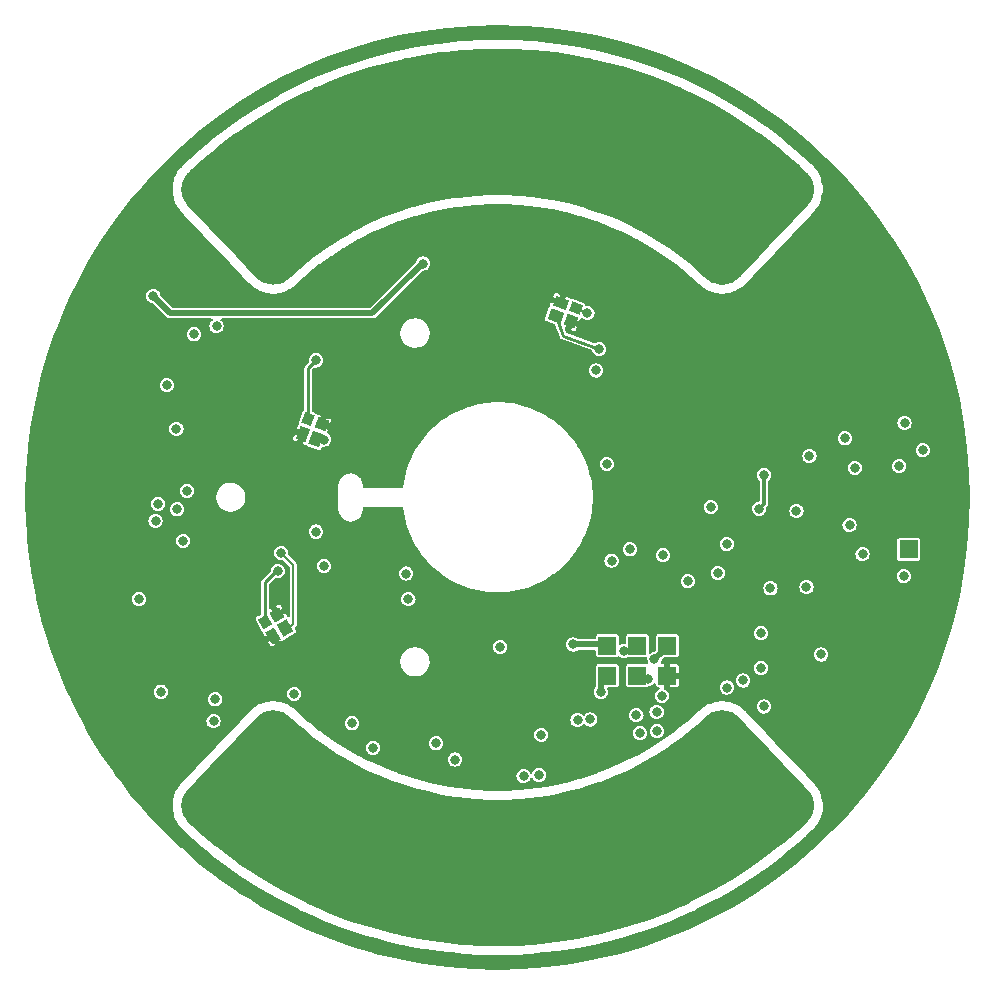
<source format=gbr>
%TF.GenerationSoftware,KiCad,Pcbnew,7.0.5.1-1-g8f565ef7f0-dirty-deb11*%
%TF.CreationDate,2023-06-30T14:27:59+00:00*%
%TF.ProjectId,USTTHUNDERMILLPCB01,55535454-4855-44e4-9445-524d494c4c50,rev?*%
%TF.SameCoordinates,Original*%
%TF.FileFunction,Copper,L4,Bot*%
%TF.FilePolarity,Positive*%
%FSLAX46Y46*%
G04 Gerber Fmt 4.6, Leading zero omitted, Abs format (unit mm)*
G04 Created by KiCad (PCBNEW 7.0.5.1-1-g8f565ef7f0-dirty-deb11) date 2023-06-30 14:27:59*
%MOMM*%
%LPD*%
G01*
G04 APERTURE LIST*
G04 Aperture macros list*
%AMRotRect*
0 Rectangle, with rotation*
0 The origin of the aperture is its center*
0 $1 length*
0 $2 width*
0 $3 Rotation angle, in degrees counterclockwise*
0 Add horizontal line*
21,1,$1,$2,0,0,$3*%
G04 Aperture macros list end*
%TA.AperFunction,ComponentPad*%
%ADD10R,1.524000X1.524000*%
%TD*%
%TA.AperFunction,SMDPad,CuDef*%
%ADD11RotRect,0.970000X0.950000X160.000000*%
%TD*%
%TA.AperFunction,SMDPad,CuDef*%
%ADD12RotRect,0.970000X1.150000X160.000000*%
%TD*%
%TA.AperFunction,SMDPad,CuDef*%
%ADD13RotRect,0.850000X0.950000X160.000000*%
%TD*%
%TA.AperFunction,SMDPad,CuDef*%
%ADD14RotRect,0.850000X1.150000X160.000000*%
%TD*%
%TA.AperFunction,SMDPad,CuDef*%
%ADD15RotRect,0.970000X0.950000X70.000000*%
%TD*%
%TA.AperFunction,SMDPad,CuDef*%
%ADD16RotRect,0.970000X1.150000X70.000000*%
%TD*%
%TA.AperFunction,SMDPad,CuDef*%
%ADD17RotRect,0.850000X0.950000X70.000000*%
%TD*%
%TA.AperFunction,SMDPad,CuDef*%
%ADD18RotRect,0.850000X1.150000X70.000000*%
%TD*%
%TA.AperFunction,SMDPad,CuDef*%
%ADD19RotRect,0.970000X0.950000X210.000000*%
%TD*%
%TA.AperFunction,SMDPad,CuDef*%
%ADD20RotRect,0.970000X1.150000X210.000000*%
%TD*%
%TA.AperFunction,SMDPad,CuDef*%
%ADD21RotRect,0.850000X0.950000X210.000000*%
%TD*%
%TA.AperFunction,SMDPad,CuDef*%
%ADD22RotRect,0.850000X1.150000X210.000000*%
%TD*%
%TA.AperFunction,SMDPad,CuDef*%
%ADD23R,1.524000X1.524000*%
%TD*%
%TA.AperFunction,ViaPad*%
%ADD24C,0.800000*%
%TD*%
%TA.AperFunction,Conductor*%
%ADD25C,0.500000*%
%TD*%
%TA.AperFunction,Conductor*%
%ADD26C,0.200000*%
%TD*%
%TA.AperFunction,Conductor*%
%ADD27C,0.250000*%
%TD*%
%TA.AperFunction,Conductor*%
%ADD28C,0.300000*%
%TD*%
G04 APERTURE END LIST*
D10*
%TO.P,J3,1*%
%TO.N,Net-(JP5-B)*%
X34800000Y-4400000D03*
%TD*%
D11*
%TO.P,U6,1*%
%TO.N,GND*%
X-14903278Y6204862D03*
D12*
%TO.P,U6,2*%
%TO.N,Net-(R11-Pad2)*%
X-15365005Y4936277D03*
D13*
%TO.P,U6,3*%
%TO.N,Net-(R9-Pad2)*%
X-16030909Y6615286D03*
D14*
%TO.P,U6,4*%
%TO.N,GND*%
X-16492636Y5346701D03*
%TD*%
D15*
%TO.P,U13,1*%
%TO.N,GND*%
X6204862Y14903278D03*
D16*
%TO.P,U13,2*%
%TO.N,Net-(R28-Pad2)*%
X4936277Y15365005D03*
D17*
%TO.P,U13,3*%
%TO.N,Net-(R27-Pad2)*%
X6615286Y16030909D03*
D18*
%TO.P,U13,4*%
%TO.N,GND*%
X5346701Y16492636D03*
%TD*%
D19*
%TO.P,U5,1*%
%TO.N,GND*%
X-18655617Y-9930332D03*
D20*
%TO.P,U5,2*%
%TO.N,Net-(R10-Pad2)*%
X-17980617Y-11099466D03*
D21*
%TO.P,U5,3*%
%TO.N,Net-(R8-Pad2)*%
X-19694847Y-10530332D03*
D22*
%TO.P,U5,4*%
%TO.N,GND*%
X-19019847Y-11699466D03*
%TD*%
D23*
%TO.P,J4,1*%
%TO.N,/CPU/PB6*%
X9282400Y-12555800D03*
%TO.P,J4,2*%
%TO.N,+3V3*%
X9282400Y-15095800D03*
%TO.P,J4,3*%
%TO.N,/CPU/PB7*%
X11822400Y-12555800D03*
%TO.P,J4,4*%
%TO.N,/CPU/PB5*%
X11822400Y-15095800D03*
%TO.P,J4,5*%
%TO.N,/CPU/RST#_P*%
X14362400Y-12555800D03*
%TO.P,J4,6*%
%TO.N,GND*%
X14362400Y-15095800D03*
%TD*%
D24*
%TO.N,GNDA*%
X18650000Y-6400000D03*
X30900000Y-4800000D03*
X34400000Y-6650000D03*
X26150000Y-7600000D03*
X34450000Y6300000D03*
X34000000Y2650000D03*
X20800000Y-15500000D03*
X22300000Y-14450000D03*
X22550000Y-17700000D03*
X22300000Y-11500000D03*
X14000000Y-4900000D03*
X29400000Y5000000D03*
X25300000Y-1150000D03*
X16100000Y-7100000D03*
X26400000Y3500000D03*
%TO.N,+5V*%
X-6300000Y19800000D03*
X-30359000Y-8600000D03*
X-29150000Y17050000D03*
%TO.N,+3V3*%
X8750000Y-16450000D03*
X-15375500Y-2897131D03*
X-14700000Y-5800000D03*
X11200000Y-4400000D03*
X217500Y-12667500D03*
%TO.N,/CPU/RST#_P*%
X13282596Y-13717404D03*
%TO.N,/CPU/PB6*%
X6400000Y-12450500D03*
%TO.N,/CPU/PB7*%
X10700000Y-13000000D03*
%TO.N,/CPU/PB5*%
X12750000Y-15400000D03*
%TO.N,/CPU/TIMEPULSE*%
X-7556958Y-8610980D03*
X7850000Y-18800000D03*
%TO.N,Net-(R8-Pad2)*%
X-18607259Y-6221663D03*
%TO.N,Net-(R9-Pad2)*%
X-15375500Y11600000D03*
%TO.N,/CPU/PC1*%
X-10550000Y-21200000D03*
X-28750000Y-550000D03*
X13500000Y-19800000D03*
X-27200000Y5800000D03*
X-3601511Y-22198489D03*
%TO.N,/CPU/PC0*%
X12050800Y-19950800D03*
X-26628972Y-3678972D03*
X-5200000Y-20824500D03*
X-28962000Y-1988000D03*
X-28000000Y9500000D03*
X-12325000Y-19133000D03*
%TO.N,/CPU/RX0*%
X-23900000Y-17100000D03*
X2200000Y-23600000D03*
%TO.N,/CPU/TX0*%
X-24050000Y-18950000D03*
X3500000Y-23500000D03*
%TO.N,/CPU/TX1*%
X-23800000Y14500000D03*
X6764007Y-18861395D03*
%TO.N,/CPU/RX1*%
X-25700000Y13800000D03*
X3684019Y-20100000D03*
%TO.N,/CPU/BTN*%
X13460450Y-18175500D03*
X27400000Y-13300000D03*
%TO.N,/CPU/GEO_STAT*%
X-27137754Y-1013156D03*
X-26295000Y552000D03*
%TO.N,STATOR*%
X36000000Y3999502D03*
X23920800Y28238000D03*
X24010000Y-28130000D03*
%TO.N,PA1*%
X22550000Y1900000D03*
X22150000Y-950000D03*
%TO.N,COUNT_2*%
X-7750000Y-6450000D03*
X11750000Y-18450000D03*
%TO.N,Net-(JP1-B)*%
X-28500000Y-16450000D03*
X-17224500Y-16624500D03*
%TO.N,Net-(R27-Pad2)*%
X7600000Y15600000D03*
%TO.N,Net-(R10-Pad2)*%
X-18324500Y-4700000D03*
%TO.N,Net-(R11-Pad2)*%
X-14700000Y4900000D03*
%TO.N,Net-(R28-Pad2)*%
X8600000Y12550000D03*
%TO.N,COUNT_3*%
X9650000Y-5350000D03*
X13900000Y-16800000D03*
X8350000Y10750000D03*
X9250000Y2850000D03*
%TO.N,+3.3VA*%
X30250000Y2500000D03*
X19400000Y-3950000D03*
X29800000Y-2350000D03*
X18050000Y-800000D03*
X19400000Y-16100000D03*
X23100000Y-7700000D03*
%TO.N,GND*%
X-200000Y-10550000D03*
X13750000Y-2150000D03*
X-27650000Y-7600000D03*
X-21088000Y-3258000D03*
X-2250000Y23500000D03*
X-9800000Y21850000D03*
X-2350000Y-10700000D03*
X14950000Y18550000D03*
X-34550000Y-17350000D03*
X8550000Y-2800000D03*
X-38900000Y800000D03*
X-4400000Y-22900000D03*
X-29100000Y-25350000D03*
X6550000Y-15800000D03*
X1750000Y16050000D03*
X750000Y24000000D03*
X-11700000Y3000000D03*
X7800000Y22350000D03*
X38900000Y0D03*
X-9600000Y-1400000D03*
X-8500000Y1700000D03*
X-13950000Y-7450000D03*
X-8500000Y-1400000D03*
X-37300000Y-4700000D03*
X-35600000Y12750000D03*
X-37300000Y-7250000D03*
X-11700000Y-2650000D03*
X-13550000Y20000000D03*
X-13100000Y3000000D03*
X-3550000Y14650000D03*
X9250000Y-18900000D03*
X11800000Y6400000D03*
X23600000Y-19300000D03*
X-4550000Y-7800000D03*
X11300000Y20900000D03*
X-37350000Y5200000D03*
X4500000Y23100000D03*
X26600000Y-22100000D03*
X10950000Y4500000D03*
X8884000Y-210000D03*
X-10650000Y-1400000D03*
X29350000Y25450000D03*
X-14300000Y0D03*
X29800000Y-9650000D03*
X-12500000Y-13250000D03*
X-31350000Y21700000D03*
X-36500000Y-11400000D03*
X-29100000Y24700000D03*
X36350000Y-14400000D03*
X25350000Y20450000D03*
X-32700000Y19250000D03*
X-13100000Y-2650000D03*
X-37350000Y7800000D03*
X-14300000Y1350000D03*
X-36800000Y10250000D03*
X-14300000Y-1300000D03*
X-35200000Y-13700000D03*
X-7050000Y22900000D03*
X-6200000Y-22900000D03*
X-10650000Y1700000D03*
X11950000Y-3300000D03*
X-23650000Y19100000D03*
X8200000Y7500000D03*
X7700000Y4500000D03*
X3900000Y8150000D03*
X-31850000Y-20250000D03*
X29250000Y-25000000D03*
X-9650000Y1700000D03*
X11950000Y-1250000D03*
X36100000Y14950000D03*
X-26150000Y21950000D03*
X-30700000Y-22500000D03*
%TD*%
D25*
%TO.N,+5V*%
X-29150000Y17050000D02*
X-27700000Y15600000D01*
X-6500000Y19697918D02*
X-6402082Y19697918D01*
X-27700000Y15600000D02*
X-10597918Y15600000D01*
X-6402082Y19697918D02*
X-6300000Y19800000D01*
X-10597918Y15600000D02*
X-6500000Y19697918D01*
%TO.N,+3V3*%
X8750000Y-16450000D02*
X8750000Y-15628200D01*
D26*
X9573800Y-14804400D02*
X9282400Y-15095800D01*
D25*
X8750000Y-15628200D02*
X9573800Y-14804400D01*
%TO.N,/CPU/RST#_P*%
X13282596Y-13717404D02*
X13818200Y-13181800D01*
%TO.N,/CPU/PB6*%
X6400500Y-12450000D02*
X9176600Y-12450000D01*
D27*
X9176600Y-12450000D02*
X9282400Y-12555800D01*
D25*
X6400000Y-12450500D02*
X6400500Y-12450000D01*
%TO.N,/CPU/PB7*%
X10700000Y-13000000D02*
X11378200Y-13000000D01*
D27*
X11378200Y-13000000D02*
X11822400Y-12555800D01*
%TO.N,Net-(R8-Pad2)*%
X-19694847Y-7194847D02*
X-19694847Y-10530332D01*
X-18607259Y-6221663D02*
X-18721663Y-6221663D01*
X-18721663Y-6221663D02*
X-19694847Y-7194847D01*
%TO.N,Net-(R9-Pad2)*%
X-16030909Y10944591D02*
X-15375500Y11600000D01*
X-16030909Y7569091D02*
X-16030909Y6615286D01*
X-16030909Y7569091D02*
X-16030909Y10944591D01*
D28*
%TO.N,PA1*%
X22150000Y-950000D02*
X22550000Y-550000D01*
X22550000Y-550000D02*
X22550000Y1900000D01*
D27*
%TO.N,Net-(R27-Pad2)*%
X7600000Y15600000D02*
X6615286Y16030909D01*
D26*
%TO.N,Net-(R10-Pad2)*%
X-17300000Y-5724500D02*
X-17300000Y-10700000D01*
X-17300000Y-10700000D02*
X-17699466Y-11099466D01*
X-17699466Y-11099466D02*
X-17980617Y-11099466D01*
X-18324500Y-4700000D02*
X-17300000Y-5724500D01*
D27*
%TO.N,Net-(R11-Pad2)*%
X-14736277Y4936277D02*
X-15365005Y4936277D01*
X-14700000Y4900000D02*
X-14736277Y4936277D01*
%TO.N,Net-(R28-Pad2)*%
X8600000Y12550000D02*
X5550000Y13700000D01*
X5550000Y13700000D02*
X4936277Y15365005D01*
%TO.N,GND*%
X-18700000Y-12300000D02*
X-19099619Y-11900381D01*
%TD*%
%TA.AperFunction,Conductor*%
%TO.N,GND*%
G36*
X1962942Y39948113D02*
G01*
X2092099Y39944731D01*
X2094676Y39944597D01*
X3760226Y39813521D01*
X4179784Y39780502D01*
X4182363Y39780231D01*
X4537171Y39733510D01*
X6256062Y39507165D01*
X6258553Y39506770D01*
X8315106Y39125641D01*
X8317620Y39125107D01*
X10351412Y38636817D01*
X10353896Y38636152D01*
X12359352Y38042175D01*
X12361743Y38041398D01*
X14333317Y37343158D01*
X14335674Y37342254D01*
X16268136Y36541822D01*
X16270443Y36540794D01*
X17406035Y35999163D01*
X18158209Y35640406D01*
X18160489Y35639245D01*
X19998612Y34641184D01*
X20000831Y34639903D01*
X21784242Y33547046D01*
X21786374Y33545661D01*
X22504362Y33052206D01*
X23510041Y32361027D01*
X23512129Y32359510D01*
X23952251Y32021776D01*
X25171463Y31086195D01*
X25173470Y31084570D01*
X26763897Y29726253D01*
X26765787Y29724550D01*
X27791675Y28751070D01*
X28283014Y28284831D01*
X28284847Y28282998D01*
X29623794Y26871969D01*
X29724541Y26765799D01*
X29726252Y26763900D01*
X31000488Y25271922D01*
X31084562Y25173481D01*
X31086192Y25171468D01*
X32359510Y23512132D01*
X32361034Y23510033D01*
X33094355Y22443034D01*
X33545639Y21786404D01*
X33545644Y21786398D01*
X33547047Y21784238D01*
X33967096Y21098768D01*
X34639887Y20000854D01*
X34641182Y19998611D01*
X35639238Y18160515D01*
X35640415Y18158204D01*
X36540791Y16270455D01*
X36541830Y16268121D01*
X37342232Y14335730D01*
X37343160Y14333312D01*
X38041387Y12361769D01*
X38042186Y12359308D01*
X38177385Y11902839D01*
X38636152Y10353902D01*
X38636822Y10351400D01*
X39125105Y8317637D01*
X39125644Y8315101D01*
X39415532Y6750883D01*
X39498095Y6305374D01*
X39506765Y6258594D01*
X39507170Y6256040D01*
X39513330Y6209261D01*
X39780232Y4182366D01*
X39780503Y4179787D01*
X39944604Y2094690D01*
X39944739Y2092101D01*
X39999466Y1297D01*
X39999466Y-1294D01*
X39944724Y-2092109D01*
X39944589Y-2094697D01*
X39780503Y-4179792D01*
X39780232Y-4182371D01*
X39507166Y-6256018D01*
X39506760Y-6258576D01*
X39125640Y-8315119D01*
X39125101Y-8317655D01*
X38636813Y-10351410D01*
X38636143Y-10353912D01*
X38460440Y-10947146D01*
X38059020Y-12302481D01*
X38042191Y-12359301D01*
X38041389Y-12361769D01*
X37343158Y-14333326D01*
X37342235Y-14335730D01*
X37103231Y-14912748D01*
X36541837Y-16268091D01*
X36540783Y-16270459D01*
X35640403Y-18158216D01*
X35639226Y-18160527D01*
X34641182Y-19998617D01*
X34639887Y-20000860D01*
X33547056Y-21784227D01*
X33545644Y-21786401D01*
X32361034Y-23510035D01*
X32359510Y-23512134D01*
X31086192Y-25171470D01*
X31084562Y-25173483D01*
X30138096Y-26281682D01*
X29726291Y-26763859D01*
X29726266Y-26763888D01*
X29724532Y-26765813D01*
X28284840Y-28283013D01*
X28283005Y-28284848D01*
X26765784Y-29724559D01*
X26763866Y-29726286D01*
X26607973Y-29859428D01*
X25173475Y-31084569D01*
X25171463Y-31086199D01*
X23512130Y-32359508D01*
X23510033Y-32361032D01*
X21786385Y-33545657D01*
X21784211Y-33547069D01*
X20000836Y-34639905D01*
X19998593Y-34641200D01*
X18160512Y-35639238D01*
X18158201Y-35640415D01*
X16270476Y-36540788D01*
X16268108Y-36541843D01*
X14335689Y-37342247D01*
X14333271Y-37343175D01*
X12789183Y-37890022D01*
X12361760Y-38041396D01*
X12359303Y-38042194D01*
X10353899Y-38636159D01*
X10351397Y-38636829D01*
X8317626Y-39125106D01*
X8315090Y-39125645D01*
X6258584Y-39506773D01*
X6256025Y-39507179D01*
X4182363Y-39780232D01*
X4179784Y-39780503D01*
X2094687Y-39944604D01*
X2092098Y-39944739D01*
X1295Y-39999466D01*
X-1296Y-39999466D01*
X-2092108Y-39944724D01*
X-2094696Y-39944589D01*
X-4179791Y-39780503D01*
X-4182370Y-39780232D01*
X-6256021Y-39507166D01*
X-6258578Y-39506760D01*
X-8315122Y-39125640D01*
X-8317658Y-39125101D01*
X-10351413Y-38636813D01*
X-10353915Y-38636143D01*
X-10448743Y-38608057D01*
X-12359335Y-38042181D01*
X-12361778Y-38041387D01*
X-14333318Y-37343160D01*
X-14335710Y-37342242D01*
X-16268095Y-36541836D01*
X-16270461Y-36540783D01*
X-18158219Y-35640403D01*
X-18160520Y-35639231D01*
X-19998615Y-34641183D01*
X-20000852Y-34639892D01*
X-21003411Y-34025534D01*
X-21784244Y-33547047D01*
X-21786394Y-33545650D01*
X-22260861Y-33219562D01*
X-23510038Y-32361034D01*
X-23512137Y-32359510D01*
X-23512140Y-32359508D01*
X-23960421Y-32015512D01*
X-25171473Y-31086192D01*
X-25173486Y-31084562D01*
X-26763917Y-29726242D01*
X-26765805Y-29724541D01*
X-26813032Y-29679727D01*
X-28283004Y-28284847D01*
X-28284837Y-28283014D01*
X-28363734Y-28199870D01*
X-29724564Y-26765780D01*
X-29726269Y-26763887D01*
X-30115330Y-26308342D01*
X-27520154Y-26308342D01*
X-27518088Y-26347786D01*
X-27518085Y-26347827D01*
X-27511786Y-26407767D01*
X-27511786Y-26407768D01*
X-27507152Y-26437033D01*
X-27505596Y-26446855D01*
X-27437799Y-26765813D01*
X-27415237Y-26871960D01*
X-27415233Y-26871977D01*
X-27405005Y-26910148D01*
X-27404998Y-26910170D01*
X-27404995Y-26910181D01*
X-27386366Y-26967510D01*
X-27372182Y-27004457D01*
X-27365715Y-27018979D01*
X-27195413Y-27401428D01*
X-27195401Y-27401454D01*
X-27188590Y-27414819D01*
X-27177443Y-27436693D01*
X-27147311Y-27488877D01*
X-27147302Y-27488892D01*
X-27125750Y-27522072D01*
X-26871471Y-27871995D01*
X-26871436Y-27872042D01*
X-26859426Y-27887689D01*
X-26859415Y-27887703D01*
X-26854195Y-27894147D01*
X-26843709Y-27907093D01*
X-26830865Y-27922127D01*
X-26830092Y-27922985D01*
X-26758726Y-28002231D01*
X-26758666Y-28002295D01*
X-26747284Y-28014455D01*
X-26578135Y-28188077D01*
X-26578121Y-28188091D01*
X-26578114Y-28188098D01*
X-26566216Y-28199848D01*
X-26566198Y-28199865D01*
X-26566193Y-28199870D01*
X-26476858Y-28284652D01*
X-26394905Y-28362428D01*
X-26394905Y-28362429D01*
X-26095155Y-28646929D01*
X-26095155Y-28646928D01*
X-25993289Y-28743624D01*
X-25985072Y-28751219D01*
X-25923422Y-28806743D01*
X-25877663Y-28847955D01*
X-25869231Y-28855352D01*
X-25829296Y-28889463D01*
X-25775033Y-28935815D01*
X-25775032Y-28935815D01*
X-25489701Y-29179523D01*
X-25489700Y-29179523D01*
X-25435481Y-29225829D01*
X-25435466Y-29225843D01*
X-25213541Y-29415349D01*
X-25169429Y-29453012D01*
X-25038374Y-29564950D01*
X-25036968Y-29566151D01*
X-25036968Y-29566152D01*
X-24992660Y-29604015D01*
X-24950818Y-29639745D01*
X-24949174Y-29641148D01*
X-24908517Y-29675855D01*
X-24849513Y-29726242D01*
X-24701909Y-29852290D01*
X-24693320Y-29859428D01*
X-24235432Y-30230197D01*
X-24226703Y-30237076D01*
X-23120348Y-31086023D01*
X-22777999Y-31341714D01*
X-22768966Y-31348278D01*
X-22420055Y-31594901D01*
X-22116402Y-31803586D01*
X-21807791Y-32015678D01*
X-21798582Y-32021823D01*
X-21798563Y-32021835D01*
X-21798547Y-32021846D01*
X-20211916Y-33052199D01*
X-20207989Y-33054677D01*
X-20203623Y-33057433D01*
X-20203599Y-33057448D01*
X-20203589Y-33057454D01*
X-20192950Y-33063974D01*
X-20192921Y-33063991D01*
X-20184418Y-33069051D01*
X-18546429Y-34014763D01*
X-18537912Y-34019531D01*
X-18537839Y-34019572D01*
X-18526868Y-34025530D01*
X-18520291Y-34028991D01*
X-18518114Y-34030137D01*
X-18518098Y-34030145D01*
X-16832148Y-34889168D01*
X-16822131Y-34894103D01*
X-16822064Y-34894136D01*
X-16151977Y-35213740D01*
X-16151943Y-35213756D01*
X-15764023Y-35392568D01*
X-15753811Y-35397118D01*
X-15361175Y-35565793D01*
X-15010376Y-35711104D01*
X-14674925Y-35850059D01*
X-14664565Y-35854187D01*
X-14664516Y-35854205D01*
X-14664513Y-35854207D01*
X-12898233Y-36532199D01*
X-12888897Y-36535642D01*
X-12877130Y-36539807D01*
X-12867822Y-36542966D01*
X-11069058Y-37127397D01*
X-11059606Y-37130332D01*
X-11047642Y-37133875D01*
X-11047599Y-37133887D01*
X-11038138Y-37136556D01*
X-10265234Y-37343663D01*
X-9210539Y-37626279D01*
X-9202961Y-37628202D01*
X-9199681Y-37629035D01*
X-8477751Y-37802363D01*
X-8061029Y-37896694D01*
X-8050135Y-37899012D01*
X-8050105Y-37899018D01*
X-8050086Y-37899022D01*
X-7630847Y-37982441D01*
X-6900414Y-38117792D01*
X-6889409Y-38119674D01*
X-5379533Y-38358782D01*
X-5020996Y-38415561D01*
X-5020951Y-38415568D01*
X-5011141Y-38416990D01*
X-4998771Y-38418618D01*
X-4990608Y-38419583D01*
X-4989035Y-38419770D01*
X-4989024Y-38419771D01*
X-4988983Y-38419776D01*
X-3107929Y-38617490D01*
X-3098018Y-38618400D01*
X-3094110Y-38618706D01*
X-3085617Y-38619374D01*
X-3085159Y-38619403D01*
X-3075778Y-38620018D01*
X-3075733Y-38620020D01*
X-3075723Y-38620021D01*
X-1252672Y-38715560D01*
X-1186396Y-38719034D01*
X-1176761Y-38719414D01*
X-1175241Y-38719474D01*
X-1152356Y-38720072D01*
X-432910Y-38738898D01*
X-5591Y-38744488D01*
X-5556Y-38744488D01*
X5554Y-38744488D01*
X5589Y-38744488D01*
X432908Y-38738898D01*
X1175500Y-38719467D01*
X1186659Y-38719019D01*
X1186659Y-38719018D01*
X3075725Y-38620022D01*
X3079025Y-38619805D01*
X3085556Y-38619378D01*
X3098002Y-38618400D01*
X3107916Y-38617490D01*
X4988996Y-38419774D01*
X4998784Y-38418616D01*
X5011154Y-38416988D01*
X5020964Y-38415566D01*
X6889614Y-38119642D01*
X6900632Y-38117751D01*
X7630899Y-37982431D01*
X8049729Y-37899092D01*
X8057369Y-37897472D01*
X8060682Y-37896771D01*
X8477743Y-37802363D01*
X9102237Y-37652428D01*
X9199761Y-37629014D01*
X9210603Y-37626261D01*
X11038199Y-37136538D01*
X11047831Y-37133820D01*
X11059783Y-37130275D01*
X11069045Y-37127397D01*
X11069097Y-37127381D01*
X11229201Y-37075362D01*
X12867808Y-36542968D01*
X12877117Y-36539809D01*
X12888884Y-36535644D01*
X12898220Y-36532201D01*
X14664508Y-35854207D01*
X14674909Y-35850063D01*
X15361172Y-35565792D01*
X15753794Y-35397123D01*
X15764005Y-35392574D01*
X16151840Y-35213801D01*
X16822107Y-34894112D01*
X16832144Y-34889167D01*
X18518107Y-34030137D01*
X18526877Y-34025522D01*
X18537848Y-34019564D01*
X18542532Y-34016941D01*
X18546437Y-34014755D01*
X19356122Y-33547274D01*
X20184415Y-33069050D01*
X20192945Y-33063974D01*
X20203584Y-33057454D01*
X20211911Y-33052199D01*
X21798742Y-32021714D01*
X21808023Y-32015512D01*
X22420048Y-31594900D01*
X22768914Y-31348308D01*
X22777971Y-31341729D01*
X23120335Y-31086023D01*
X24226749Y-30237031D01*
X24235520Y-30230116D01*
X24693310Y-29859429D01*
X24701900Y-29852289D01*
X24903855Y-29679828D01*
X24949172Y-29641144D01*
X24991923Y-29604640D01*
X25036808Y-29566283D01*
X25036827Y-29566275D01*
X25036823Y-29566271D01*
X25038370Y-29564950D01*
X25169547Y-29452906D01*
X25169546Y-29452905D01*
X25171966Y-29450839D01*
X25213530Y-29415354D01*
X25428132Y-29232102D01*
X25541824Y-29134996D01*
X25775022Y-28935822D01*
X25869259Y-28855329D01*
X25877701Y-28847923D01*
X25985234Y-28751070D01*
X25993392Y-28743524D01*
X26091901Y-28650011D01*
X26091900Y-28650010D01*
X26095161Y-28646915D01*
X26394899Y-28362433D01*
X26394898Y-28362432D01*
X26413244Y-28345020D01*
X26566123Y-28199933D01*
X26578041Y-28188170D01*
X26747208Y-28014527D01*
X26758663Y-28002295D01*
X26830116Y-27922951D01*
X26840988Y-27910329D01*
X26854350Y-27894107D01*
X26864647Y-27881029D01*
X27125481Y-27534304D01*
X27147579Y-27501486D01*
X27178580Y-27449796D01*
X27197134Y-27414831D01*
X27381317Y-27018974D01*
X27398097Y-26976323D01*
X27419666Y-26909947D01*
X27431163Y-26865577D01*
X27514862Y-26437045D01*
X27520405Y-26397859D01*
X27525710Y-26337828D01*
X27527126Y-26298293D01*
X27519901Y-25861947D01*
X27517542Y-25825583D01*
X27511283Y-25770431D01*
X27505433Y-25734465D01*
X27505428Y-25734445D01*
X27505423Y-25734414D01*
X27415245Y-25310180D01*
X27415232Y-25310124D01*
X27405001Y-25271946D01*
X27404999Y-25271937D01*
X27386373Y-25214610D01*
X27372185Y-25177652D01*
X27195410Y-24780667D01*
X27177444Y-24745411D01*
X27147315Y-24693235D01*
X27125786Y-24660086D01*
X27125786Y-24660085D01*
X27125782Y-24660080D01*
X27125776Y-24660070D01*
X26870999Y-24309405D01*
X26857411Y-24291815D01*
X26839566Y-24270068D01*
X26839523Y-24270019D01*
X26824876Y-24253210D01*
X26824851Y-24253182D01*
X26531900Y-23936427D01*
X26524156Y-23928276D01*
X26101768Y-23483684D01*
X25576527Y-22930775D01*
X25543732Y-22896248D01*
X25543728Y-22896244D01*
X25542777Y-22895243D01*
X24952732Y-22274130D01*
X24952729Y-22274126D01*
X24920648Y-22240362D01*
X24731936Y-22041722D01*
X24265609Y-21550860D01*
X23517322Y-20763166D01*
X22709689Y-19913036D01*
X22709689Y-19913035D01*
X22709688Y-19913035D01*
X21844872Y-19002701D01*
X21844872Y-19002700D01*
X21598365Y-18743228D01*
X21097732Y-18216241D01*
X21028527Y-18143393D01*
X21028518Y-18143383D01*
X21028500Y-18143365D01*
X21016324Y-18131121D01*
X21013362Y-18128276D01*
X21000651Y-18116065D01*
X21000648Y-18116062D01*
X21000626Y-18116041D01*
X20987918Y-18104379D01*
X20984239Y-18101154D01*
X20663476Y-17820012D01*
X20663473Y-17820009D01*
X20648522Y-17808148D01*
X20634446Y-17796981D01*
X20588587Y-17764128D01*
X20557458Y-17744060D01*
X20481146Y-17700000D01*
X21944318Y-17700000D01*
X21964955Y-17856758D01*
X21964957Y-17856766D01*
X22025462Y-18002838D01*
X22025462Y-18002839D01*
X22112359Y-18116085D01*
X22121718Y-18128282D01*
X22247159Y-18224536D01*
X22247160Y-18224536D01*
X22247161Y-18224537D01*
X22393233Y-18285042D01*
X22393238Y-18285044D01*
X22510809Y-18300522D01*
X22549999Y-18305682D01*
X22550000Y-18305682D01*
X22550001Y-18305682D01*
X22581352Y-18301554D01*
X22706762Y-18285044D01*
X22852841Y-18224536D01*
X22978282Y-18128282D01*
X23074536Y-18002841D01*
X23135044Y-17856762D01*
X23155682Y-17700000D01*
X23135044Y-17543238D01*
X23104885Y-17470428D01*
X23074537Y-17397161D01*
X23074537Y-17397160D01*
X22978286Y-17271723D01*
X22978285Y-17271722D01*
X22978282Y-17271718D01*
X22978277Y-17271714D01*
X22978276Y-17271713D01*
X22852838Y-17175462D01*
X22706766Y-17114957D01*
X22706758Y-17114955D01*
X22550001Y-17094318D01*
X22549999Y-17094318D01*
X22393241Y-17114955D01*
X22393233Y-17114957D01*
X22247161Y-17175462D01*
X22247160Y-17175462D01*
X22121723Y-17271713D01*
X22121713Y-17271723D01*
X22025462Y-17397160D01*
X22025462Y-17397161D01*
X21964957Y-17543233D01*
X21964955Y-17543241D01*
X21944318Y-17699999D01*
X21944318Y-17700000D01*
X20481146Y-17700000D01*
X20291413Y-17590455D01*
X20181642Y-17527077D01*
X20181636Y-17527074D01*
X20146400Y-17509121D01*
X20146373Y-17509108D01*
X20091350Y-17484612D01*
X20091328Y-17484603D01*
X20054380Y-17470420D01*
X19641026Y-17336121D01*
X19641015Y-17336117D01*
X19602836Y-17325889D01*
X19602813Y-17325883D01*
X19602806Y-17325881D01*
X19602782Y-17325876D01*
X19578636Y-17320744D01*
X19543858Y-17313352D01*
X19543855Y-17313351D01*
X19543848Y-17313350D01*
X19504745Y-17307158D01*
X19072558Y-17261754D01*
X19072546Y-17261753D01*
X19056002Y-17260886D01*
X19033060Y-17259685D01*
X18972836Y-17259685D01*
X18950807Y-17260838D01*
X18933348Y-17261753D01*
X18933336Y-17261754D01*
X18501124Y-17307162D01*
X18462025Y-17313353D01*
X18403074Y-17325883D01*
X18364842Y-17336127D01*
X18364841Y-17336127D01*
X18364840Y-17336128D01*
X18214314Y-17385042D01*
X17951517Y-17470438D01*
X17914609Y-17484608D01*
X17859572Y-17509113D01*
X17859550Y-17509123D01*
X17824339Y-17527065D01*
X17824309Y-17527082D01*
X17449531Y-17743455D01*
X17449507Y-17743470D01*
X17422409Y-17760690D01*
X17422387Y-17760704D01*
X17382258Y-17788667D01*
X17382253Y-17788670D01*
X17356692Y-17808149D01*
X17026514Y-18082708D01*
X17017170Y-18090738D01*
X17005514Y-18101092D01*
X16996357Y-18109500D01*
X16884802Y-18215362D01*
X16883851Y-18216241D01*
X16351543Y-18695539D01*
X16350573Y-18696390D01*
X16022919Y-18976241D01*
X16018253Y-18980226D01*
X16017288Y-18981028D01*
X15193727Y-19647961D01*
X15081688Y-19738692D01*
X15079631Y-19740270D01*
X14082473Y-20464767D01*
X14068205Y-20473397D01*
X14056975Y-20478956D01*
X14056965Y-20478962D01*
X13102491Y-21098778D01*
X13101394Y-21099469D01*
X13030230Y-21143075D01*
X13029117Y-21143738D01*
X11796523Y-21855345D01*
X11795393Y-21855978D01*
X11721859Y-21895903D01*
X11720714Y-21896506D01*
X10648179Y-22443032D01*
X10645838Y-22444148D01*
X9555790Y-22929485D01*
X9553394Y-22930478D01*
X8429613Y-23361822D01*
X8428399Y-23362271D01*
X8349656Y-23390154D01*
X8348429Y-23390571D01*
X6994651Y-23830423D01*
X6993415Y-23830807D01*
X6913402Y-23854509D01*
X6912154Y-23854861D01*
X5749324Y-24166440D01*
X5746805Y-24167045D01*
X4579613Y-24415180D01*
X4577064Y-24415653D01*
X3388076Y-24604011D01*
X3386792Y-24604197D01*
X3304098Y-24615084D01*
X3302810Y-24615236D01*
X1887225Y-24763985D01*
X1885934Y-24764103D01*
X1828072Y-24768654D01*
X1802680Y-24770652D01*
X1801408Y-24770735D01*
X592675Y-24834076D01*
X581105Y-24833706D01*
X581090Y-24833968D01*
X578217Y-24833801D01*
X578211Y-24833801D01*
X-602156Y-24833801D01*
X-613240Y-24832864D01*
X-613248Y-24832938D01*
X-613251Y-24832997D01*
X-613255Y-24832996D01*
X-613273Y-24833164D01*
X-616140Y-24832845D01*
X-1801414Y-24770735D01*
X-1802681Y-24770652D01*
X-1835630Y-24768060D01*
X-1885903Y-24764106D01*
X-1887194Y-24763988D01*
X-3302790Y-24615239D01*
X-3304078Y-24615087D01*
X-3386772Y-24604200D01*
X-3388056Y-24604014D01*
X-4577063Y-24415653D01*
X-4579612Y-24415180D01*
X-5746802Y-24167046D01*
X-5749321Y-24166441D01*
X-6912124Y-23854869D01*
X-6913372Y-23854517D01*
X-6993444Y-23830798D01*
X-6994681Y-23830414D01*
X-7703850Y-23600000D01*
X1594318Y-23600000D01*
X1614955Y-23756758D01*
X1614957Y-23756766D01*
X1675462Y-23902838D01*
X1675462Y-23902839D01*
X1768844Y-24024537D01*
X1771718Y-24028282D01*
X1897159Y-24124536D01*
X1897160Y-24124536D01*
X1897161Y-24124537D01*
X1999787Y-24167046D01*
X2043238Y-24185044D01*
X2160809Y-24200522D01*
X2199999Y-24205682D01*
X2200000Y-24205682D01*
X2200001Y-24205682D01*
X2231352Y-24201554D01*
X2356762Y-24185044D01*
X2502841Y-24124536D01*
X2628282Y-24028282D01*
X2724536Y-23902841D01*
X2779247Y-23770756D01*
X2818982Y-23724232D01*
X2878477Y-23709948D01*
X2935005Y-23733362D01*
X2962174Y-23770757D01*
X2975463Y-23802838D01*
X2975464Y-23802841D01*
X3071718Y-23928282D01*
X3197159Y-24024536D01*
X3197160Y-24024536D01*
X3197161Y-24024537D01*
X3206212Y-24028286D01*
X3343238Y-24085044D01*
X3460809Y-24100522D01*
X3499999Y-24105682D01*
X3500000Y-24105682D01*
X3500001Y-24105682D01*
X3531352Y-24101554D01*
X3656762Y-24085044D01*
X3802841Y-24024536D01*
X3928282Y-23928282D01*
X4024536Y-23802841D01*
X4085044Y-23656762D01*
X4105682Y-23500000D01*
X4085044Y-23343238D01*
X4065958Y-23297160D01*
X4024537Y-23197161D01*
X4024537Y-23197160D01*
X3928286Y-23071723D01*
X3928285Y-23071722D01*
X3928282Y-23071718D01*
X3928277Y-23071714D01*
X3928276Y-23071713D01*
X3802838Y-22975462D01*
X3656766Y-22914957D01*
X3656758Y-22914955D01*
X3500001Y-22894318D01*
X3499999Y-22894318D01*
X3343241Y-22914955D01*
X3343233Y-22914957D01*
X3197161Y-22975462D01*
X3197160Y-22975462D01*
X3071723Y-23071713D01*
X3071713Y-23071723D01*
X2975463Y-23197160D01*
X2920753Y-23329242D01*
X2881016Y-23375767D01*
X2821521Y-23390051D01*
X2764994Y-23366636D01*
X2737825Y-23329241D01*
X2724537Y-23297161D01*
X2724537Y-23297160D01*
X2628286Y-23171723D01*
X2628285Y-23171722D01*
X2628282Y-23171718D01*
X2628277Y-23171714D01*
X2628276Y-23171713D01*
X2502838Y-23075462D01*
X2356766Y-23014957D01*
X2356758Y-23014955D01*
X2200001Y-22994318D01*
X2199999Y-22994318D01*
X2043241Y-23014955D01*
X2043233Y-23014957D01*
X1897161Y-23075462D01*
X1897160Y-23075462D01*
X1771723Y-23171713D01*
X1771713Y-23171723D01*
X1675462Y-23297160D01*
X1675462Y-23297161D01*
X1614957Y-23443233D01*
X1614955Y-23443241D01*
X1594318Y-23599999D01*
X1594318Y-23600000D01*
X-7703850Y-23600000D01*
X-8348438Y-23390569D01*
X-8349665Y-23390152D01*
X-8428349Y-23362290D01*
X-8429545Y-23361849D01*
X-9553364Y-22930491D01*
X-9555733Y-22929509D01*
X-10645852Y-22444140D01*
X-10648193Y-22443024D01*
X-11128082Y-22198489D01*
X-4207193Y-22198489D01*
X-4186556Y-22355247D01*
X-4186554Y-22355255D01*
X-4126049Y-22501327D01*
X-4126049Y-22501328D01*
X-4126047Y-22501330D01*
X-4029793Y-22626771D01*
X-3904352Y-22723025D01*
X-3758273Y-22783533D01*
X-3640702Y-22799011D01*
X-3601512Y-22804171D01*
X-3601511Y-22804171D01*
X-3601510Y-22804171D01*
X-3570159Y-22800043D01*
X-3444749Y-22783533D01*
X-3298670Y-22723025D01*
X-3173229Y-22626771D01*
X-3076975Y-22501330D01*
X-3016467Y-22355251D01*
X-2995829Y-22198489D01*
X-3016467Y-22041727D01*
X-3016469Y-22041722D01*
X-3076974Y-21895650D01*
X-3076974Y-21895649D01*
X-3173225Y-21770212D01*
X-3173226Y-21770211D01*
X-3173229Y-21770207D01*
X-3173234Y-21770203D01*
X-3173235Y-21770202D01*
X-3298673Y-21673951D01*
X-3444745Y-21613446D01*
X-3444753Y-21613444D01*
X-3601510Y-21592807D01*
X-3601512Y-21592807D01*
X-3758270Y-21613444D01*
X-3758278Y-21613446D01*
X-3904350Y-21673951D01*
X-3904351Y-21673951D01*
X-4029788Y-21770202D01*
X-4029798Y-21770212D01*
X-4126049Y-21895649D01*
X-4126049Y-21895650D01*
X-4186554Y-22041722D01*
X-4186556Y-22041730D01*
X-4207193Y-22198488D01*
X-4207193Y-22198489D01*
X-11128082Y-22198489D01*
X-11720713Y-21896505D01*
X-11721859Y-21895903D01*
X-11795380Y-21855984D01*
X-11796483Y-21855366D01*
X-12931662Y-21200000D01*
X-11155682Y-21200000D01*
X-11135045Y-21356758D01*
X-11135043Y-21356766D01*
X-11074538Y-21502838D01*
X-11074538Y-21502839D01*
X-11074536Y-21502841D01*
X-10978282Y-21628282D01*
X-10852841Y-21724536D01*
X-10852840Y-21724536D01*
X-10852839Y-21724537D01*
X-10706767Y-21785042D01*
X-10706762Y-21785044D01*
X-10589191Y-21800522D01*
X-10550001Y-21805682D01*
X-10550000Y-21805682D01*
X-10549999Y-21805682D01*
X-10518648Y-21801554D01*
X-10393238Y-21785044D01*
X-10247159Y-21724536D01*
X-10121718Y-21628282D01*
X-10025464Y-21502841D01*
X-9964956Y-21356762D01*
X-9944318Y-21200000D01*
X-9964956Y-21043238D01*
X-10025463Y-20897161D01*
X-10025463Y-20897160D01*
X-10081217Y-20824500D01*
X-5805682Y-20824500D01*
X-5785045Y-20981258D01*
X-5785043Y-20981266D01*
X-5724538Y-21127338D01*
X-5724538Y-21127339D01*
X-5711942Y-21143754D01*
X-5628282Y-21252782D01*
X-5502841Y-21349036D01*
X-5502840Y-21349036D01*
X-5502839Y-21349037D01*
X-5356767Y-21409542D01*
X-5356762Y-21409544D01*
X-5239191Y-21425022D01*
X-5200001Y-21430182D01*
X-5200000Y-21430182D01*
X-5199999Y-21430182D01*
X-5168648Y-21426054D01*
X-5043238Y-21409544D01*
X-4897159Y-21349036D01*
X-4771718Y-21252782D01*
X-4675464Y-21127341D01*
X-4614956Y-20981262D01*
X-4594318Y-20824500D01*
X-4614956Y-20667738D01*
X-4636819Y-20614955D01*
X-4675463Y-20521661D01*
X-4675463Y-20521660D01*
X-4771714Y-20396223D01*
X-4771715Y-20396222D01*
X-4771718Y-20396218D01*
X-4771723Y-20396214D01*
X-4771724Y-20396213D01*
X-4897162Y-20299962D01*
X-5043234Y-20239457D01*
X-5043242Y-20239455D01*
X-5199999Y-20218818D01*
X-5200001Y-20218818D01*
X-5356759Y-20239455D01*
X-5356767Y-20239457D01*
X-5502839Y-20299962D01*
X-5502840Y-20299962D01*
X-5628277Y-20396213D01*
X-5628287Y-20396223D01*
X-5724538Y-20521660D01*
X-5724538Y-20521661D01*
X-5785043Y-20667733D01*
X-5785045Y-20667741D01*
X-5805682Y-20824499D01*
X-5805682Y-20824500D01*
X-10081217Y-20824500D01*
X-10121714Y-20771723D01*
X-10121715Y-20771722D01*
X-10121718Y-20771718D01*
X-10121723Y-20771714D01*
X-10121724Y-20771713D01*
X-10247162Y-20675462D01*
X-10393234Y-20614957D01*
X-10393242Y-20614955D01*
X-10549999Y-20594318D01*
X-10550001Y-20594318D01*
X-10706759Y-20614955D01*
X-10706767Y-20614957D01*
X-10852839Y-20675462D01*
X-10852840Y-20675462D01*
X-10978277Y-20771713D01*
X-10978287Y-20771723D01*
X-11074538Y-20897160D01*
X-11074538Y-20897161D01*
X-11135043Y-21043233D01*
X-11135045Y-21043241D01*
X-11155682Y-21199999D01*
X-11155682Y-21200000D01*
X-12931662Y-21200000D01*
X-13029141Y-21143723D01*
X-13030157Y-21143119D01*
X-13101410Y-21099461D01*
X-13102492Y-21098778D01*
X-13981016Y-20528282D01*
X-14105832Y-20447229D01*
X-14110388Y-20444355D01*
X-14113076Y-20442534D01*
X-14584521Y-20100000D01*
X3078337Y-20100000D01*
X3098974Y-20256758D01*
X3098976Y-20256766D01*
X3159481Y-20402838D01*
X3159481Y-20402839D01*
X3255732Y-20528276D01*
X3255737Y-20528282D01*
X3381178Y-20624536D01*
X3381179Y-20624536D01*
X3381180Y-20624537D01*
X3485484Y-20667741D01*
X3527257Y-20685044D01*
X3644828Y-20700522D01*
X3684018Y-20705682D01*
X3684019Y-20705682D01*
X3684020Y-20705682D01*
X3715371Y-20701554D01*
X3840781Y-20685044D01*
X3986860Y-20624536D01*
X4112301Y-20528282D01*
X4208555Y-20402841D01*
X4269063Y-20256762D01*
X4289701Y-20100000D01*
X4270059Y-19950800D01*
X11445118Y-19950800D01*
X11465755Y-20107558D01*
X11465757Y-20107566D01*
X11526262Y-20253638D01*
X11526262Y-20253639D01*
X11580663Y-20324536D01*
X11622518Y-20379082D01*
X11747959Y-20475336D01*
X11894038Y-20535844D01*
X12011609Y-20551322D01*
X12050799Y-20556482D01*
X12050800Y-20556482D01*
X12050801Y-20556482D01*
X12082152Y-20552354D01*
X12207562Y-20535844D01*
X12353641Y-20475336D01*
X12479082Y-20379082D01*
X12575336Y-20253641D01*
X12635844Y-20107562D01*
X12656482Y-19950800D01*
X12655486Y-19943238D01*
X12636629Y-19800000D01*
X12894318Y-19800000D01*
X12914955Y-19956758D01*
X12914957Y-19956766D01*
X12975462Y-20102838D01*
X12975462Y-20102839D01*
X13064456Y-20218818D01*
X13071718Y-20228282D01*
X13071722Y-20228285D01*
X13071723Y-20228286D01*
X13101082Y-20250813D01*
X13197159Y-20324536D01*
X13343238Y-20385044D01*
X13460809Y-20400522D01*
X13499999Y-20405682D01*
X13500000Y-20405682D01*
X13500001Y-20405682D01*
X13531352Y-20401554D01*
X13656762Y-20385044D01*
X13802841Y-20324536D01*
X13928282Y-20228282D01*
X14024536Y-20102841D01*
X14085044Y-19956762D01*
X14105682Y-19800000D01*
X14104897Y-19794041D01*
X14088793Y-19671718D01*
X14085044Y-19643238D01*
X14031908Y-19514956D01*
X14024537Y-19497161D01*
X14024537Y-19497160D01*
X13928286Y-19371723D01*
X13928285Y-19371722D01*
X13928282Y-19371718D01*
X13928277Y-19371714D01*
X13928276Y-19371713D01*
X13821480Y-19289766D01*
X13802841Y-19275464D01*
X13802840Y-19275463D01*
X13802838Y-19275462D01*
X13656766Y-19214957D01*
X13656758Y-19214955D01*
X13500001Y-19194318D01*
X13499999Y-19194318D01*
X13343241Y-19214955D01*
X13343233Y-19214957D01*
X13197161Y-19275462D01*
X13197160Y-19275462D01*
X13071723Y-19371713D01*
X13071713Y-19371723D01*
X12975462Y-19497160D01*
X12975462Y-19497161D01*
X12914957Y-19643233D01*
X12914955Y-19643241D01*
X12894318Y-19799999D01*
X12894318Y-19800000D01*
X12636629Y-19800000D01*
X12635844Y-19794038D01*
X12604365Y-19718042D01*
X12575337Y-19647961D01*
X12575337Y-19647960D01*
X12479086Y-19522523D01*
X12479085Y-19522522D01*
X12479082Y-19522518D01*
X12479077Y-19522514D01*
X12479076Y-19522513D01*
X12406830Y-19467077D01*
X12353641Y-19426264D01*
X12353640Y-19426263D01*
X12353638Y-19426262D01*
X12207566Y-19365757D01*
X12207558Y-19365755D01*
X12050801Y-19345118D01*
X12050799Y-19345118D01*
X11894041Y-19365755D01*
X11894033Y-19365757D01*
X11747961Y-19426262D01*
X11747960Y-19426262D01*
X11622523Y-19522513D01*
X11622513Y-19522523D01*
X11526262Y-19647960D01*
X11526262Y-19647961D01*
X11465757Y-19794033D01*
X11465755Y-19794041D01*
X11445118Y-19950799D01*
X11445118Y-19950800D01*
X4270059Y-19950800D01*
X4269063Y-19943238D01*
X4256553Y-19913036D01*
X4208556Y-19797161D01*
X4208556Y-19797160D01*
X4112305Y-19671723D01*
X4112304Y-19671722D01*
X4112301Y-19671718D01*
X4112296Y-19671714D01*
X4112295Y-19671713D01*
X3986857Y-19575462D01*
X3840785Y-19514957D01*
X3840777Y-19514955D01*
X3684020Y-19494318D01*
X3684018Y-19494318D01*
X3527260Y-19514955D01*
X3527252Y-19514957D01*
X3381180Y-19575462D01*
X3381179Y-19575462D01*
X3255742Y-19671713D01*
X3255732Y-19671723D01*
X3159481Y-19797160D01*
X3159481Y-19797161D01*
X3098976Y-19943233D01*
X3098974Y-19943241D01*
X3078337Y-20099999D01*
X3078337Y-20100000D01*
X-14584521Y-20100000D01*
X-15079629Y-19740274D01*
X-15081668Y-19738709D01*
X-15829628Y-19133000D01*
X-12930682Y-19133000D01*
X-12910045Y-19289758D01*
X-12910043Y-19289766D01*
X-12849538Y-19435838D01*
X-12849538Y-19435839D01*
X-12783027Y-19522518D01*
X-12753282Y-19561282D01*
X-12627841Y-19657536D01*
X-12481762Y-19718044D01*
X-12364191Y-19733522D01*
X-12325001Y-19738682D01*
X-12325000Y-19738682D01*
X-12324999Y-19738682D01*
X-12293648Y-19734554D01*
X-12168238Y-19718044D01*
X-12022159Y-19657536D01*
X-11896718Y-19561282D01*
X-11800464Y-19435841D01*
X-11739956Y-19289762D01*
X-11719318Y-19133000D01*
X-11739956Y-18976238D01*
X-11740661Y-18974536D01*
X-11787525Y-18861395D01*
X6158325Y-18861395D01*
X6178962Y-19018153D01*
X6178964Y-19018161D01*
X6239469Y-19164233D01*
X6239469Y-19164234D01*
X6324817Y-19275462D01*
X6335725Y-19289677D01*
X6335729Y-19289680D01*
X6335730Y-19289681D01*
X6335836Y-19289762D01*
X6461166Y-19385931D01*
X6607245Y-19446439D01*
X6724816Y-19461917D01*
X6764006Y-19467077D01*
X6764007Y-19467077D01*
X6764008Y-19467077D01*
X6795359Y-19462949D01*
X6920769Y-19446439D01*
X7066848Y-19385931D01*
X7192289Y-19289677D01*
X7252018Y-19211835D01*
X7302440Y-19177182D01*
X7363604Y-19178783D01*
X7409100Y-19211838D01*
X7411492Y-19214956D01*
X7421718Y-19228282D01*
X7547159Y-19324536D01*
X7547160Y-19324536D01*
X7547161Y-19324537D01*
X7676913Y-19378282D01*
X7693238Y-19385044D01*
X7810809Y-19400522D01*
X7849999Y-19405682D01*
X7850000Y-19405682D01*
X7850001Y-19405682D01*
X7881352Y-19401554D01*
X8006762Y-19385044D01*
X8152841Y-19324536D01*
X8278282Y-19228282D01*
X8374536Y-19102841D01*
X8435044Y-18956762D01*
X8455682Y-18800000D01*
X8435044Y-18643238D01*
X8419935Y-18606762D01*
X8374537Y-18497161D01*
X8374537Y-18497160D01*
X8338350Y-18450000D01*
X11144318Y-18450000D01*
X11164955Y-18606758D01*
X11164957Y-18606766D01*
X11225462Y-18752838D01*
X11225462Y-18752839D01*
X11308759Y-18861394D01*
X11321718Y-18878282D01*
X11447159Y-18974536D01*
X11447160Y-18974536D01*
X11447161Y-18974537D01*
X11552469Y-19018157D01*
X11593238Y-19035044D01*
X11710809Y-19050522D01*
X11749999Y-19055682D01*
X11750000Y-19055682D01*
X11750001Y-19055682D01*
X11781352Y-19051554D01*
X11906762Y-19035044D01*
X12052841Y-18974536D01*
X12178282Y-18878282D01*
X12274536Y-18752841D01*
X12335044Y-18606762D01*
X12355682Y-18450000D01*
X12353459Y-18433118D01*
X12340787Y-18336859D01*
X12335044Y-18293238D01*
X12306587Y-18224536D01*
X12286275Y-18175500D01*
X12854768Y-18175500D01*
X12875405Y-18332258D01*
X12875407Y-18332266D01*
X12935912Y-18478338D01*
X12935912Y-18478339D01*
X12989331Y-18547956D01*
X13032168Y-18603782D01*
X13032172Y-18603785D01*
X13032173Y-18603786D01*
X13036057Y-18606766D01*
X13157609Y-18700036D01*
X13157610Y-18700036D01*
X13157611Y-18700037D01*
X13285091Y-18752841D01*
X13303688Y-18760544D01*
X13421259Y-18776022D01*
X13460449Y-18781182D01*
X13460450Y-18781182D01*
X13460451Y-18781182D01*
X13491802Y-18777054D01*
X13617212Y-18760544D01*
X13763291Y-18700036D01*
X13888732Y-18603782D01*
X13984986Y-18478341D01*
X14045494Y-18332262D01*
X14066132Y-18175500D01*
X14045494Y-18018738D01*
X13984987Y-17872661D01*
X13984987Y-17872660D01*
X13888736Y-17747223D01*
X13888735Y-17747222D01*
X13888732Y-17747218D01*
X13888727Y-17747214D01*
X13888726Y-17747213D01*
X13763288Y-17650962D01*
X13617216Y-17590457D01*
X13617208Y-17590455D01*
X13460451Y-17569818D01*
X13460449Y-17569818D01*
X13303691Y-17590455D01*
X13303683Y-17590457D01*
X13157611Y-17650962D01*
X13157610Y-17650962D01*
X13032173Y-17747213D01*
X13032163Y-17747223D01*
X12935912Y-17872660D01*
X12935912Y-17872661D01*
X12875407Y-18018733D01*
X12875405Y-18018741D01*
X12854768Y-18175499D01*
X12854768Y-18175500D01*
X12286275Y-18175500D01*
X12274537Y-18147161D01*
X12274537Y-18147160D01*
X12178286Y-18021723D01*
X12178285Y-18021722D01*
X12178282Y-18021718D01*
X12178277Y-18021714D01*
X12178276Y-18021713D01*
X12052838Y-17925462D01*
X11906766Y-17864957D01*
X11906758Y-17864955D01*
X11750001Y-17844318D01*
X11749999Y-17844318D01*
X11593241Y-17864955D01*
X11593233Y-17864957D01*
X11447161Y-17925462D01*
X11447160Y-17925462D01*
X11321723Y-18021713D01*
X11321713Y-18021723D01*
X11225462Y-18147160D01*
X11225462Y-18147161D01*
X11164957Y-18293233D01*
X11164955Y-18293241D01*
X11144318Y-18449999D01*
X11144318Y-18450000D01*
X8338350Y-18450000D01*
X8278286Y-18371723D01*
X8278285Y-18371722D01*
X8278282Y-18371718D01*
X8278277Y-18371714D01*
X8278276Y-18371713D01*
X8192222Y-18305682D01*
X8152841Y-18275464D01*
X8152840Y-18275463D01*
X8152838Y-18275462D01*
X8006766Y-18214957D01*
X8006758Y-18214955D01*
X7850001Y-18194318D01*
X7849999Y-18194318D01*
X7693241Y-18214955D01*
X7693233Y-18214957D01*
X7547161Y-18275462D01*
X7547160Y-18275462D01*
X7421723Y-18371713D01*
X7421716Y-18371720D01*
X7361990Y-18449557D01*
X7311565Y-18484212D01*
X7250401Y-18482610D01*
X7204907Y-18449557D01*
X7192289Y-18433113D01*
X7192284Y-18433109D01*
X7192283Y-18433108D01*
X7103465Y-18364956D01*
X7066848Y-18336859D01*
X7066847Y-18336858D01*
X7066845Y-18336857D01*
X6920773Y-18276352D01*
X6920765Y-18276350D01*
X6764008Y-18255713D01*
X6764006Y-18255713D01*
X6607248Y-18276350D01*
X6607240Y-18276352D01*
X6461168Y-18336857D01*
X6461167Y-18336857D01*
X6335730Y-18433108D01*
X6335720Y-18433118D01*
X6239469Y-18558555D01*
X6239469Y-18558556D01*
X6178964Y-18704628D01*
X6178962Y-18704636D01*
X6158325Y-18861394D01*
X6158325Y-18861395D01*
X-11787525Y-18861395D01*
X-11800463Y-18830161D01*
X-11800463Y-18830160D01*
X-11896714Y-18704723D01*
X-11896715Y-18704722D01*
X-11896718Y-18704718D01*
X-11896723Y-18704714D01*
X-11896724Y-18704713D01*
X-12022162Y-18608462D01*
X-12168234Y-18547957D01*
X-12168242Y-18547955D01*
X-12324999Y-18527318D01*
X-12325001Y-18527318D01*
X-12481759Y-18547955D01*
X-12481767Y-18547957D01*
X-12627839Y-18608462D01*
X-12627840Y-18608462D01*
X-12753277Y-18704713D01*
X-12753287Y-18704723D01*
X-12849538Y-18830160D01*
X-12849538Y-18830161D01*
X-12910043Y-18976233D01*
X-12910045Y-18976241D01*
X-12930682Y-19132999D01*
X-12930682Y-19133000D01*
X-15829628Y-19133000D01*
X-16017293Y-18981026D01*
X-16018167Y-18980299D01*
X-16350656Y-18696320D01*
X-16351589Y-18695501D01*
X-16883830Y-18216262D01*
X-16884781Y-18215383D01*
X-16996300Y-18109554D01*
X-17005472Y-18101132D01*
X-17017123Y-18090780D01*
X-17026475Y-18082741D01*
X-17026497Y-18082722D01*
X-17356690Y-17808152D01*
X-17356695Y-17808148D01*
X-17382239Y-17788682D01*
X-17382256Y-17788670D01*
X-17382261Y-17788666D01*
X-17422421Y-17760682D01*
X-17449526Y-17743458D01*
X-17514958Y-17705682D01*
X-17824314Y-17527080D01*
X-17859546Y-17509128D01*
X-17859561Y-17509121D01*
X-17914587Y-17484618D01*
X-17951535Y-17470433D01*
X-18364838Y-17336129D01*
X-18375481Y-17333277D01*
X-18403101Y-17325876D01*
X-18462033Y-17313352D01*
X-18501138Y-17307161D01*
X-18933337Y-17261754D01*
X-18933349Y-17261753D01*
X-18949894Y-17260886D01*
X-18972836Y-17259685D01*
X-19033060Y-17259685D01*
X-19055089Y-17260838D01*
X-19072547Y-17261753D01*
X-19072559Y-17261754D01*
X-19504759Y-17307160D01*
X-19543867Y-17313352D01*
X-19602769Y-17325871D01*
X-19602791Y-17325876D01*
X-19632930Y-17333951D01*
X-19641018Y-17336118D01*
X-19641022Y-17336119D01*
X-19641036Y-17336123D01*
X-20054385Y-17470421D01*
X-20054416Y-17470433D01*
X-20091352Y-17484611D01*
X-20091356Y-17484612D01*
X-20091367Y-17484617D01*
X-20146383Y-17509113D01*
X-20146405Y-17509123D01*
X-20146414Y-17509127D01*
X-20146440Y-17509140D01*
X-20181624Y-17527067D01*
X-20181668Y-17527091D01*
X-20557467Y-17744063D01*
X-20557472Y-17744066D01*
X-20588588Y-17764127D01*
X-20634440Y-17796972D01*
X-20634459Y-17796987D01*
X-20663458Y-17819993D01*
X-20987935Y-18104392D01*
X-21000677Y-18116085D01*
X-21016320Y-18131114D01*
X-21016323Y-18131118D01*
X-21028524Y-18143387D01*
X-21319381Y-18449556D01*
X-21612385Y-18757983D01*
X-21652301Y-18799999D01*
X-21844875Y-19002701D01*
X-21844874Y-19002702D01*
X-23487187Y-20731446D01*
X-23487187Y-20731448D01*
X-23878241Y-21143093D01*
X-24234541Y-21518153D01*
X-24920633Y-22240343D01*
X-24936197Y-22256723D01*
X-24952726Y-22274120D01*
X-24952729Y-22274122D01*
X-25543711Y-22896225D01*
X-25543712Y-22896224D01*
X-25575001Y-22929165D01*
X-25576532Y-22930778D01*
X-26101770Y-23483683D01*
X-26128454Y-23511770D01*
X-26531905Y-23936426D01*
X-26824857Y-24253181D01*
X-26824890Y-24253218D01*
X-26839518Y-24270004D01*
X-26839540Y-24270030D01*
X-26857375Y-24291761D01*
X-26870956Y-24309338D01*
X-26870999Y-24309395D01*
X-27085049Y-24604011D01*
X-27125793Y-24660090D01*
X-27147318Y-24693235D01*
X-27147346Y-24693278D01*
X-27177450Y-24745418D01*
X-27177455Y-24745427D01*
X-27177458Y-24745433D01*
X-27186971Y-24764103D01*
X-27195424Y-24780691D01*
X-27195427Y-24780697D01*
X-27372181Y-25177640D01*
X-27372189Y-25177659D01*
X-27386356Y-25214560D01*
X-27386358Y-25214563D01*
X-27404986Y-25271884D01*
X-27404990Y-25271897D01*
X-27405003Y-25271946D01*
X-27415237Y-25310134D01*
X-27415241Y-25310150D01*
X-27505585Y-25735160D01*
X-27505588Y-25735173D01*
X-27511780Y-25774266D01*
X-27511784Y-25774293D01*
X-27518076Y-25834146D01*
X-27518079Y-25834177D01*
X-27520150Y-25873686D01*
X-27520151Y-25873696D01*
X-27520154Y-26308316D01*
X-27520154Y-26308342D01*
X-30115330Y-26308342D01*
X-31084575Y-25173470D01*
X-31086200Y-25171463D01*
X-31827308Y-24205682D01*
X-32359516Y-23512129D01*
X-32361033Y-23510041D01*
X-32576068Y-23197161D01*
X-33545672Y-21786366D01*
X-33547057Y-21784234D01*
X-34639909Y-20000835D01*
X-34641192Y-19998612D01*
X-35210566Y-18950000D01*
X-24655682Y-18950000D01*
X-24635045Y-19106758D01*
X-24635043Y-19106766D01*
X-24574538Y-19252838D01*
X-24574538Y-19252839D01*
X-24487894Y-19365756D01*
X-24478282Y-19378282D01*
X-24352841Y-19474536D01*
X-24352840Y-19474536D01*
X-24352839Y-19474537D01*
X-24206767Y-19535042D01*
X-24206762Y-19535044D01*
X-24089191Y-19550522D01*
X-24050001Y-19555682D01*
X-24050000Y-19555682D01*
X-24049999Y-19555682D01*
X-24018648Y-19551554D01*
X-23893238Y-19535044D01*
X-23747159Y-19474536D01*
X-23621718Y-19378282D01*
X-23525464Y-19252841D01*
X-23464956Y-19106762D01*
X-23444318Y-18950000D01*
X-23464956Y-18793238D01*
X-23501657Y-18704633D01*
X-23525463Y-18647161D01*
X-23525463Y-18647160D01*
X-23621714Y-18521723D01*
X-23621715Y-18521722D01*
X-23621718Y-18521718D01*
X-23621723Y-18521714D01*
X-23621724Y-18521713D01*
X-23747162Y-18425462D01*
X-23893234Y-18364957D01*
X-23893242Y-18364955D01*
X-24049999Y-18344318D01*
X-24050001Y-18344318D01*
X-24206759Y-18364955D01*
X-24206767Y-18364957D01*
X-24352839Y-18425462D01*
X-24352840Y-18425462D01*
X-24478277Y-18521713D01*
X-24478287Y-18521723D01*
X-24574538Y-18647160D01*
X-24574538Y-18647161D01*
X-24635043Y-18793233D01*
X-24635045Y-18793241D01*
X-24655682Y-18949999D01*
X-24655682Y-18950000D01*
X-35210566Y-18950000D01*
X-35639250Y-18160496D01*
X-35640414Y-18158209D01*
X-36032513Y-17336129D01*
X-36145137Y-17100000D01*
X-24505682Y-17100000D01*
X-24485045Y-17256758D01*
X-24485043Y-17256766D01*
X-24424538Y-17402838D01*
X-24424538Y-17402839D01*
X-24329203Y-17527082D01*
X-24328282Y-17528282D01*
X-24202841Y-17624536D01*
X-24202840Y-17624536D01*
X-24202839Y-17624537D01*
X-24056767Y-17685042D01*
X-24056762Y-17685044D01*
X-23943167Y-17699999D01*
X-23900001Y-17705682D01*
X-23900000Y-17705682D01*
X-23899999Y-17705682D01*
X-23856833Y-17699999D01*
X-23743238Y-17685044D01*
X-23597159Y-17624536D01*
X-23471718Y-17528282D01*
X-23375464Y-17402841D01*
X-23314956Y-17256762D01*
X-23294318Y-17100000D01*
X-23314956Y-16943238D01*
X-23374287Y-16800000D01*
X-23375463Y-16797161D01*
X-23375463Y-16797160D01*
X-23471714Y-16671723D01*
X-23471715Y-16671722D01*
X-23471718Y-16671718D01*
X-23471723Y-16671714D01*
X-23471724Y-16671713D01*
X-23533254Y-16624500D01*
X-17830182Y-16624500D01*
X-17809545Y-16781258D01*
X-17809543Y-16781266D01*
X-17749038Y-16927338D01*
X-17749038Y-16927339D01*
X-17666393Y-17035044D01*
X-17652782Y-17052782D01*
X-17527341Y-17149036D01*
X-17527340Y-17149036D01*
X-17527339Y-17149037D01*
X-17381267Y-17209542D01*
X-17381262Y-17209544D01*
X-17263691Y-17225022D01*
X-17224501Y-17230182D01*
X-17224500Y-17230182D01*
X-17224499Y-17230182D01*
X-17193148Y-17226054D01*
X-17067738Y-17209544D01*
X-16921659Y-17149036D01*
X-16796218Y-17052782D01*
X-16699964Y-16927341D01*
X-16639456Y-16781262D01*
X-16618818Y-16624500D01*
X-16639456Y-16467738D01*
X-16646803Y-16450000D01*
X8144318Y-16450000D01*
X8164955Y-16606758D01*
X8164957Y-16606766D01*
X8225462Y-16752838D01*
X8225462Y-16752839D01*
X8261650Y-16800000D01*
X8321718Y-16878282D01*
X8447159Y-16974536D01*
X8593238Y-17035044D01*
X8710809Y-17050522D01*
X8749999Y-17055682D01*
X8750000Y-17055682D01*
X8750001Y-17055682D01*
X8781352Y-17051554D01*
X8906762Y-17035044D01*
X9052841Y-16974536D01*
X9178282Y-16878282D01*
X9274536Y-16752841D01*
X9335044Y-16606762D01*
X9355682Y-16450000D01*
X9335044Y-16293238D01*
X9327682Y-16275464D01*
X9294430Y-16195185D01*
X9289630Y-16134188D01*
X9321599Y-16082019D01*
X9378127Y-16058605D01*
X9385894Y-16058300D01*
X10064147Y-16058300D01*
X10064148Y-16058300D01*
X10122631Y-16046667D01*
X10188952Y-16002352D01*
X10233267Y-15936031D01*
X10244900Y-15877548D01*
X10244900Y-14314052D01*
X10233267Y-14255569D01*
X10188952Y-14189248D01*
X10188948Y-14189245D01*
X10122633Y-14144934D01*
X10122631Y-14144933D01*
X10122628Y-14144932D01*
X10122627Y-14144932D01*
X10064158Y-14133301D01*
X10064148Y-14133300D01*
X8500652Y-14133300D01*
X8500651Y-14133300D01*
X8500641Y-14133301D01*
X8442172Y-14144932D01*
X8442166Y-14144934D01*
X8375851Y-14189245D01*
X8375845Y-14189251D01*
X8331534Y-14255566D01*
X8331532Y-14255572D01*
X8319901Y-14314041D01*
X8319900Y-14314053D01*
X8319900Y-15476535D01*
X8314345Y-15509231D01*
X8302355Y-15543497D01*
X8300976Y-15550786D01*
X8300544Y-15550704D01*
X8300171Y-15552900D01*
X8300605Y-15552966D01*
X8299500Y-15560299D01*
X8299500Y-15618841D01*
X8299465Y-15620691D01*
X8297276Y-15679210D01*
X8298107Y-15686585D01*
X8297668Y-15686634D01*
X8299500Y-15700544D01*
X8299500Y-16017067D01*
X8280593Y-16075258D01*
X8279042Y-16077334D01*
X8225462Y-16147160D01*
X8225462Y-16147161D01*
X8164957Y-16293233D01*
X8164955Y-16293241D01*
X8144318Y-16449999D01*
X8144318Y-16450000D01*
X-16646803Y-16450000D01*
X-16666338Y-16402839D01*
X-16699963Y-16321661D01*
X-16699963Y-16321660D01*
X-16796214Y-16196223D01*
X-16796215Y-16196222D01*
X-16796218Y-16196218D01*
X-16796223Y-16196214D01*
X-16796224Y-16196213D01*
X-16877057Y-16134188D01*
X-16921659Y-16099964D01*
X-16921660Y-16099963D01*
X-16921662Y-16099962D01*
X-17067734Y-16039457D01*
X-17067742Y-16039455D01*
X-17224499Y-16018818D01*
X-17224501Y-16018818D01*
X-17381259Y-16039455D01*
X-17381267Y-16039457D01*
X-17527339Y-16099962D01*
X-17527340Y-16099962D01*
X-17652777Y-16196213D01*
X-17652787Y-16196223D01*
X-17749038Y-16321660D01*
X-17749038Y-16321661D01*
X-17809543Y-16467733D01*
X-17809545Y-16467741D01*
X-17830182Y-16624499D01*
X-17830182Y-16624500D01*
X-23533254Y-16624500D01*
X-23597162Y-16575462D01*
X-23743234Y-16514957D01*
X-23743242Y-16514955D01*
X-23899999Y-16494318D01*
X-23900001Y-16494318D01*
X-24056759Y-16514955D01*
X-24056767Y-16514957D01*
X-24202839Y-16575462D01*
X-24202840Y-16575462D01*
X-24328277Y-16671713D01*
X-24328287Y-16671723D01*
X-24424538Y-16797160D01*
X-24424538Y-16797161D01*
X-24485043Y-16943233D01*
X-24485045Y-16943241D01*
X-24505682Y-17099999D01*
X-24505682Y-17100000D01*
X-36145137Y-17100000D01*
X-36455161Y-16450000D01*
X-29105682Y-16450000D01*
X-29085045Y-16606758D01*
X-29085043Y-16606766D01*
X-29024538Y-16752838D01*
X-29024538Y-16752839D01*
X-28988350Y-16800000D01*
X-28928282Y-16878282D01*
X-28802841Y-16974536D01*
X-28656762Y-17035044D01*
X-28539191Y-17050522D01*
X-28500001Y-17055682D01*
X-28500000Y-17055682D01*
X-28499999Y-17055682D01*
X-28468648Y-17051554D01*
X-28343238Y-17035044D01*
X-28197159Y-16974536D01*
X-28071718Y-16878282D01*
X-27975464Y-16752841D01*
X-27914956Y-16606762D01*
X-27894318Y-16450000D01*
X-27914956Y-16293238D01*
X-27930065Y-16256762D01*
X-27975463Y-16147161D01*
X-27975463Y-16147160D01*
X-28071714Y-16021723D01*
X-28071715Y-16021722D01*
X-28071718Y-16021718D01*
X-28071723Y-16021714D01*
X-28071724Y-16021713D01*
X-28142896Y-15967101D01*
X-28197159Y-15925464D01*
X-28197160Y-15925463D01*
X-28197162Y-15925462D01*
X-28343234Y-15864957D01*
X-28343242Y-15864955D01*
X-28499999Y-15844318D01*
X-28500001Y-15844318D01*
X-28656759Y-15864955D01*
X-28656767Y-15864957D01*
X-28802839Y-15925462D01*
X-28802840Y-15925462D01*
X-28928277Y-16021713D01*
X-28928287Y-16021723D01*
X-29024538Y-16147160D01*
X-29024538Y-16147161D01*
X-29085043Y-16293233D01*
X-29085045Y-16293241D01*
X-29105682Y-16449999D01*
X-29105682Y-16450000D01*
X-36455161Y-16450000D01*
X-36540802Y-16270443D01*
X-36541830Y-16268136D01*
X-37342255Y-14335691D01*
X-37343162Y-14333326D01*
X-37496622Y-13900012D01*
X-8250565Y-13900012D01*
X-8250232Y-13901740D01*
X-8189593Y-14284620D01*
X-8189379Y-14286371D01*
X-8189352Y-14286489D01*
X-8189294Y-14286622D01*
X-8188402Y-14288221D01*
X-8171029Y-14322312D01*
X-8012597Y-14633196D01*
X-8011739Y-14635055D01*
X-8010219Y-14636458D01*
X-7870384Y-14776323D01*
X-7736441Y-14910296D01*
X-7735082Y-14911764D01*
X-7735010Y-14911815D01*
X-7733122Y-14912681D01*
X-7388326Y-15088311D01*
X-7386459Y-15089360D01*
X-7384347Y-15089608D01*
X-7001953Y-15150197D01*
X-7000256Y-15150533D01*
X-6999612Y-15150528D01*
X-6997763Y-15150151D01*
X-6615676Y-15089611D01*
X-6613651Y-15089375D01*
X-6613422Y-15089300D01*
X-6611606Y-15088274D01*
X-6267013Y-14912748D01*
X-6265199Y-14911922D01*
X-6264731Y-14911582D01*
X-6263437Y-14910172D01*
X-5989913Y-14636587D01*
X-5988486Y-14635279D01*
X-5988138Y-14634803D01*
X-5987363Y-14633114D01*
X-5811730Y-14288475D01*
X-5810681Y-14286623D01*
X-5810603Y-14286387D01*
X-5810362Y-14284316D01*
X-5749850Y-13902235D01*
X-5749468Y-13900363D01*
X-5749464Y-13899682D01*
X-5749842Y-13897810D01*
X-5772683Y-13753589D01*
X-5810370Y-13515629D01*
X-5810617Y-13513513D01*
X-5811666Y-13511648D01*
X-5987413Y-13166784D01*
X-5988241Y-13164990D01*
X-5988292Y-13164921D01*
X-5989762Y-13163561D01*
X-6057526Y-13095782D01*
X-6161291Y-12991993D01*
X-6263568Y-12889693D01*
X-6264932Y-12888221D01*
X-6266773Y-12887371D01*
X-6611764Y-12711641D01*
X-6613354Y-12710751D01*
X-6613555Y-12710664D01*
X-6613632Y-12710646D01*
X-6615390Y-12710431D01*
X-6886353Y-12667500D01*
X-388182Y-12667500D01*
X-367545Y-12824258D01*
X-367543Y-12824266D01*
X-307038Y-12970338D01*
X-307038Y-12970339D01*
X-241168Y-13056182D01*
X-210782Y-13095782D01*
X-85341Y-13192036D01*
X-85340Y-13192036D01*
X-85339Y-13192037D01*
X-17405Y-13220176D01*
X60738Y-13252544D01*
X178309Y-13268022D01*
X217499Y-13273182D01*
X217500Y-13273182D01*
X217501Y-13273182D01*
X248852Y-13269054D01*
X374262Y-13252544D01*
X520341Y-13192036D01*
X645782Y-13095782D01*
X742036Y-12970341D01*
X802544Y-12824262D01*
X823182Y-12667500D01*
X802544Y-12510738D01*
X797116Y-12497633D01*
X777593Y-12450500D01*
X5794318Y-12450500D01*
X5814955Y-12607258D01*
X5814957Y-12607266D01*
X5875462Y-12753338D01*
X5875462Y-12753339D01*
X5966301Y-12871723D01*
X5971718Y-12878782D01*
X5971722Y-12878785D01*
X5971723Y-12878786D01*
X6000022Y-12900500D01*
X6097159Y-12975036D01*
X6097160Y-12975036D01*
X6097161Y-12975037D01*
X6150571Y-12997160D01*
X6243238Y-13035544D01*
X6360809Y-13051022D01*
X6399999Y-13056182D01*
X6400000Y-13056182D01*
X6400001Y-13056182D01*
X6431352Y-13052054D01*
X6556762Y-13035544D01*
X6702841Y-12975036D01*
X6773317Y-12920957D01*
X6830992Y-12900534D01*
X6833584Y-12900500D01*
X8220900Y-12900500D01*
X8279091Y-12919407D01*
X8315055Y-12968907D01*
X8319900Y-12999500D01*
X8319900Y-13337546D01*
X8319901Y-13337558D01*
X8331532Y-13396027D01*
X8331534Y-13396033D01*
X8372115Y-13456766D01*
X8375848Y-13462352D01*
X8442169Y-13506667D01*
X8476838Y-13513563D01*
X8500641Y-13518298D01*
X8500646Y-13518298D01*
X8500652Y-13518300D01*
X8500653Y-13518300D01*
X10064147Y-13518300D01*
X10064148Y-13518300D01*
X10122631Y-13506667D01*
X10188952Y-13462352D01*
X10188952Y-13462351D01*
X10197059Y-13456935D01*
X10199215Y-13460161D01*
X10237221Y-13440764D01*
X10297659Y-13450293D01*
X10313043Y-13459992D01*
X10343240Y-13483162D01*
X10397159Y-13524536D01*
X10543238Y-13585044D01*
X10660809Y-13600522D01*
X10699999Y-13605682D01*
X10700000Y-13605682D01*
X10700001Y-13605682D01*
X10731352Y-13601554D01*
X10856762Y-13585044D01*
X10999703Y-13525835D01*
X11037588Y-13518300D01*
X12590239Y-13518300D01*
X12648430Y-13537207D01*
X12684394Y-13586707D01*
X12688392Y-13630222D01*
X12676914Y-13717403D01*
X12676914Y-13717404D01*
X12696339Y-13864957D01*
X12697552Y-13874166D01*
X12718800Y-13925462D01*
X12752034Y-14005697D01*
X12756835Y-14066694D01*
X12724865Y-14118863D01*
X12668337Y-14142278D01*
X12641256Y-14140681D01*
X12604150Y-14133300D01*
X12604148Y-14133300D01*
X11040652Y-14133300D01*
X11040651Y-14133300D01*
X11040641Y-14133301D01*
X10982172Y-14144932D01*
X10982166Y-14144934D01*
X10915851Y-14189245D01*
X10915845Y-14189251D01*
X10871534Y-14255566D01*
X10871532Y-14255572D01*
X10859901Y-14314041D01*
X10859900Y-14314053D01*
X10859900Y-15877546D01*
X10859901Y-15877558D01*
X10871532Y-15936027D01*
X10871534Y-15936033D01*
X10904283Y-15985044D01*
X10915848Y-16002352D01*
X10982169Y-16046667D01*
X11026631Y-16055511D01*
X11040641Y-16058298D01*
X11040646Y-16058298D01*
X11040652Y-16058300D01*
X11040653Y-16058300D01*
X12604147Y-16058300D01*
X12604148Y-16058300D01*
X12662631Y-16046667D01*
X12698997Y-16022366D01*
X12743859Y-16008757D01*
X12743566Y-16006529D01*
X12749999Y-16005681D01*
X12750000Y-16005682D01*
X12906762Y-15985044D01*
X13052841Y-15924536D01*
X13178282Y-15828282D01*
X13222858Y-15770188D01*
X13273282Y-15735533D01*
X13334446Y-15737134D01*
X13382988Y-15774381D01*
X13400400Y-15830456D01*
X13400400Y-15877500D01*
X13412003Y-15935836D01*
X13456206Y-16001989D01*
X13456210Y-16001993D01*
X13522363Y-16046196D01*
X13580699Y-16057799D01*
X13580703Y-16057800D01*
X13624939Y-16057800D01*
X13683130Y-16076707D01*
X13719094Y-16126207D01*
X13719094Y-16187393D01*
X13683130Y-16236893D01*
X13662825Y-16248264D01*
X13597160Y-16275463D01*
X13471723Y-16371713D01*
X13471713Y-16371723D01*
X13375462Y-16497160D01*
X13375462Y-16497161D01*
X13314957Y-16643233D01*
X13314955Y-16643241D01*
X13294318Y-16799999D01*
X13294318Y-16800000D01*
X13314955Y-16956758D01*
X13314957Y-16956766D01*
X13375462Y-17102838D01*
X13375462Y-17102839D01*
X13471713Y-17228276D01*
X13471718Y-17228282D01*
X13597159Y-17324536D01*
X13597160Y-17324536D01*
X13597161Y-17324537D01*
X13625147Y-17336129D01*
X13743238Y-17385044D01*
X13860809Y-17400522D01*
X13899999Y-17405682D01*
X13900000Y-17405682D01*
X13900001Y-17405682D01*
X13931352Y-17401554D01*
X14056762Y-17385044D01*
X14202841Y-17324536D01*
X14328282Y-17228282D01*
X14424536Y-17102841D01*
X14485044Y-16956762D01*
X14505682Y-16800000D01*
X14485044Y-16643238D01*
X14477297Y-16624536D01*
X14424537Y-16497161D01*
X14424537Y-16497160D01*
X14328286Y-16371723D01*
X14328285Y-16371722D01*
X14328282Y-16371718D01*
X14328277Y-16371714D01*
X14328276Y-16371713D01*
X14257104Y-16317101D01*
X14202841Y-16275464D01*
X14202840Y-16275463D01*
X14202838Y-16275462D01*
X14119035Y-16240750D01*
X14072509Y-16201014D01*
X14058225Y-16141519D01*
X14075423Y-16100000D01*
X18794318Y-16100000D01*
X18814955Y-16256758D01*
X18814957Y-16256766D01*
X18875462Y-16402838D01*
X18875462Y-16402839D01*
X18961493Y-16514957D01*
X18971718Y-16528282D01*
X19097159Y-16624536D01*
X19097160Y-16624536D01*
X19097161Y-16624537D01*
X19211054Y-16671713D01*
X19243238Y-16685044D01*
X19360809Y-16700522D01*
X19399999Y-16705682D01*
X19400000Y-16705682D01*
X19400001Y-16705682D01*
X19431352Y-16701554D01*
X19556762Y-16685044D01*
X19702841Y-16624536D01*
X19828282Y-16528282D01*
X19924536Y-16402841D01*
X19985044Y-16256762D01*
X20005682Y-16100000D01*
X19985044Y-15943238D01*
X19977297Y-15924536D01*
X19924537Y-15797161D01*
X19924537Y-15797160D01*
X19828286Y-15671723D01*
X19828285Y-15671722D01*
X19828282Y-15671718D01*
X19828277Y-15671714D01*
X19828276Y-15671713D01*
X19702838Y-15575462D01*
X19556766Y-15514957D01*
X19556758Y-15514955D01*
X19443161Y-15500000D01*
X20194318Y-15500000D01*
X20214955Y-15656758D01*
X20214957Y-15656766D01*
X20275462Y-15802838D01*
X20275462Y-15802839D01*
X20371713Y-15928276D01*
X20371718Y-15928282D01*
X20371722Y-15928285D01*
X20371723Y-15928286D01*
X20381817Y-15936031D01*
X20497159Y-16024536D01*
X20497160Y-16024536D01*
X20497161Y-16024537D01*
X20623111Y-16076707D01*
X20643238Y-16085044D01*
X20756552Y-16099962D01*
X20799999Y-16105682D01*
X20800000Y-16105682D01*
X20800001Y-16105682D01*
X20843167Y-16099999D01*
X20956762Y-16085044D01*
X21102841Y-16024536D01*
X21228282Y-15928282D01*
X21324536Y-15802841D01*
X21385044Y-15656762D01*
X21405682Y-15500000D01*
X21404807Y-15493357D01*
X21385044Y-15343241D01*
X21385044Y-15343238D01*
X21324537Y-15197161D01*
X21324537Y-15197160D01*
X21228286Y-15071723D01*
X21228285Y-15071722D01*
X21228282Y-15071718D01*
X21228277Y-15071714D01*
X21228276Y-15071713D01*
X21102838Y-14975462D01*
X20956766Y-14914957D01*
X20956758Y-14914955D01*
X20800001Y-14894318D01*
X20799999Y-14894318D01*
X20643241Y-14914955D01*
X20643233Y-14914957D01*
X20497161Y-14975462D01*
X20497160Y-14975462D01*
X20371723Y-15071713D01*
X20371713Y-15071723D01*
X20275462Y-15197160D01*
X20275462Y-15197161D01*
X20214957Y-15343233D01*
X20214955Y-15343241D01*
X20194318Y-15499999D01*
X20194318Y-15500000D01*
X19443161Y-15500000D01*
X19400001Y-15494318D01*
X19399999Y-15494318D01*
X19243241Y-15514955D01*
X19243233Y-15514957D01*
X19097161Y-15575462D01*
X19097160Y-15575462D01*
X18971723Y-15671713D01*
X18971713Y-15671723D01*
X18875462Y-15797160D01*
X18875462Y-15797161D01*
X18814957Y-15943233D01*
X18814955Y-15943241D01*
X18794318Y-16099999D01*
X18794318Y-16100000D01*
X14075423Y-16100000D01*
X14081640Y-16084991D01*
X14086917Y-16079282D01*
X14108400Y-16057799D01*
X14616400Y-16057799D01*
X14616401Y-16057800D01*
X15144097Y-16057800D01*
X15144100Y-16057799D01*
X15202436Y-16046196D01*
X15268589Y-16001993D01*
X15268593Y-16001989D01*
X15312796Y-15935836D01*
X15324399Y-15877500D01*
X15324400Y-15877497D01*
X15324400Y-15349801D01*
X15324399Y-15349800D01*
X14616401Y-15349800D01*
X14616400Y-15349801D01*
X14616400Y-16057799D01*
X14108400Y-16057799D01*
X14108400Y-14841799D01*
X14616400Y-14841799D01*
X14616401Y-14841800D01*
X15324399Y-14841800D01*
X15324400Y-14841799D01*
X15324400Y-14450000D01*
X21694318Y-14450000D01*
X21714955Y-14606758D01*
X21714957Y-14606766D01*
X21775462Y-14752838D01*
X21775462Y-14752839D01*
X21871713Y-14878276D01*
X21871718Y-14878282D01*
X21997159Y-14974536D01*
X21997160Y-14974536D01*
X21997161Y-14974537D01*
X21999399Y-14975464D01*
X22143238Y-15035044D01*
X22260809Y-15050522D01*
X22299999Y-15055682D01*
X22300000Y-15055682D01*
X22300001Y-15055682D01*
X22331352Y-15051554D01*
X22456762Y-15035044D01*
X22602841Y-14974536D01*
X22728282Y-14878282D01*
X22824536Y-14752841D01*
X22885044Y-14606762D01*
X22905682Y-14450000D01*
X22885044Y-14293238D01*
X22882271Y-14286543D01*
X22824537Y-14147161D01*
X22824537Y-14147160D01*
X22728286Y-14021723D01*
X22728285Y-14021722D01*
X22728282Y-14021718D01*
X22728277Y-14021714D01*
X22728276Y-14021713D01*
X22602838Y-13925462D01*
X22456766Y-13864957D01*
X22456758Y-13864955D01*
X22300001Y-13844318D01*
X22299999Y-13844318D01*
X22143241Y-13864955D01*
X22143233Y-13864957D01*
X21997161Y-13925462D01*
X21997160Y-13925462D01*
X21871723Y-14021713D01*
X21871713Y-14021723D01*
X21775462Y-14147160D01*
X21775462Y-14147161D01*
X21714957Y-14293233D01*
X21714955Y-14293241D01*
X21694318Y-14449999D01*
X21694318Y-14450000D01*
X15324400Y-14450000D01*
X15324400Y-14314102D01*
X15324399Y-14314099D01*
X15312796Y-14255763D01*
X15268593Y-14189610D01*
X15268589Y-14189606D01*
X15202436Y-14145403D01*
X15144100Y-14133800D01*
X14616401Y-14133800D01*
X14616400Y-14133801D01*
X14616400Y-14841799D01*
X14108400Y-14841799D01*
X14108400Y-14133800D01*
X13908260Y-14133800D01*
X13850069Y-14114893D01*
X13814105Y-14065393D01*
X13814105Y-14004207D01*
X13816796Y-13996914D01*
X13867640Y-13874166D01*
X13879127Y-13786906D01*
X13905467Y-13731682D01*
X13907234Y-13729868D01*
X14089807Y-13547296D01*
X14144325Y-13519519D01*
X14159811Y-13518300D01*
X15144147Y-13518300D01*
X15144148Y-13518300D01*
X15202631Y-13506667D01*
X15268952Y-13462352D01*
X15313267Y-13396031D01*
X15324900Y-13337548D01*
X15324900Y-13300000D01*
X26794318Y-13300000D01*
X26814955Y-13456758D01*
X26814957Y-13456766D01*
X26875462Y-13602838D01*
X26875462Y-13602839D01*
X26875464Y-13602841D01*
X26971718Y-13728282D01*
X27097159Y-13824536D01*
X27097160Y-13824536D01*
X27097161Y-13824537D01*
X27216976Y-13874166D01*
X27243238Y-13885044D01*
X27340206Y-13897810D01*
X27399999Y-13905682D01*
X27400000Y-13905682D01*
X27400001Y-13905682D01*
X27442392Y-13900101D01*
X27556762Y-13885044D01*
X27702841Y-13824536D01*
X27828282Y-13728282D01*
X27924536Y-13602841D01*
X27985044Y-13456762D01*
X28005682Y-13300000D01*
X27985044Y-13143238D01*
X27924537Y-12997161D01*
X27924537Y-12997160D01*
X27828286Y-12871723D01*
X27828285Y-12871722D01*
X27828282Y-12871718D01*
X27828277Y-12871714D01*
X27828276Y-12871713D01*
X27702838Y-12775462D01*
X27556766Y-12714957D01*
X27556758Y-12714955D01*
X27400001Y-12694318D01*
X27399999Y-12694318D01*
X27243241Y-12714955D01*
X27243233Y-12714957D01*
X27097161Y-12775462D01*
X27097160Y-12775462D01*
X26971723Y-12871713D01*
X26971713Y-12871723D01*
X26875462Y-12997160D01*
X26875462Y-12997161D01*
X26814957Y-13143233D01*
X26814955Y-13143241D01*
X26794318Y-13299999D01*
X26794318Y-13300000D01*
X15324900Y-13300000D01*
X15324900Y-11774052D01*
X15313267Y-11715569D01*
X15268952Y-11649248D01*
X15268948Y-11649245D01*
X15202633Y-11604934D01*
X15202631Y-11604933D01*
X15202628Y-11604932D01*
X15202627Y-11604932D01*
X15144158Y-11593301D01*
X15144148Y-11593300D01*
X13580652Y-11593300D01*
X13580651Y-11593300D01*
X13580641Y-11593301D01*
X13522172Y-11604932D01*
X13522166Y-11604934D01*
X13455851Y-11649245D01*
X13455845Y-11649251D01*
X13411534Y-11715566D01*
X13411532Y-11715572D01*
X13399901Y-11774041D01*
X13399900Y-11774053D01*
X13399900Y-12921989D01*
X13380993Y-12980180D01*
X13370903Y-12991993D01*
X13270173Y-13092722D01*
X13215657Y-13120499D01*
X13213093Y-13120871D01*
X13125833Y-13132360D01*
X12979757Y-13192866D01*
X12944166Y-13220176D01*
X12886490Y-13240599D01*
X12827825Y-13223221D01*
X12790578Y-13174679D01*
X12784900Y-13141633D01*
X12784900Y-11774053D01*
X12784898Y-11774041D01*
X12782111Y-11760031D01*
X12773267Y-11715569D01*
X12728952Y-11649248D01*
X12728948Y-11649245D01*
X12662633Y-11604934D01*
X12662631Y-11604933D01*
X12662628Y-11604932D01*
X12662627Y-11604932D01*
X12604158Y-11593301D01*
X12604148Y-11593300D01*
X11040652Y-11593300D01*
X11040651Y-11593300D01*
X11040641Y-11593301D01*
X10982172Y-11604932D01*
X10982166Y-11604934D01*
X10915851Y-11649245D01*
X10915845Y-11649251D01*
X10871534Y-11715566D01*
X10871532Y-11715572D01*
X10859901Y-11774041D01*
X10859900Y-11774053D01*
X10859900Y-12302481D01*
X10840993Y-12360672D01*
X10791493Y-12396636D01*
X10747979Y-12400634D01*
X10700002Y-12394318D01*
X10699999Y-12394318D01*
X10543241Y-12414955D01*
X10543233Y-12414957D01*
X10397161Y-12475462D01*
X10393404Y-12477632D01*
X10333556Y-12490356D01*
X10277660Y-12465473D01*
X10247064Y-12412486D01*
X10244900Y-12391898D01*
X10244900Y-11774053D01*
X10244898Y-11774041D01*
X10242111Y-11760031D01*
X10233267Y-11715569D01*
X10188952Y-11649248D01*
X10188948Y-11649245D01*
X10122633Y-11604934D01*
X10122631Y-11604933D01*
X10122628Y-11604932D01*
X10122627Y-11604932D01*
X10064158Y-11593301D01*
X10064148Y-11593300D01*
X8500652Y-11593300D01*
X8500651Y-11593300D01*
X8500641Y-11593301D01*
X8442172Y-11604932D01*
X8442166Y-11604934D01*
X8375851Y-11649245D01*
X8375845Y-11649251D01*
X8331534Y-11715566D01*
X8331532Y-11715572D01*
X8319901Y-11774041D01*
X8319900Y-11774053D01*
X8319900Y-11900500D01*
X8300993Y-11958691D01*
X8251493Y-11994655D01*
X8220900Y-11999500D01*
X6832281Y-11999500D01*
X6774090Y-11980593D01*
X6772014Y-11979042D01*
X6702838Y-11925962D01*
X6556766Y-11865457D01*
X6556758Y-11865455D01*
X6400001Y-11844818D01*
X6399999Y-11844818D01*
X6243241Y-11865455D01*
X6243233Y-11865457D01*
X6097161Y-11925962D01*
X6097160Y-11925962D01*
X5971723Y-12022213D01*
X5971713Y-12022223D01*
X5875462Y-12147660D01*
X5875462Y-12147661D01*
X5814957Y-12293733D01*
X5814955Y-12293741D01*
X5794318Y-12450499D01*
X5794318Y-12450500D01*
X777593Y-12450500D01*
X742037Y-12364661D01*
X742037Y-12364660D01*
X645786Y-12239223D01*
X645785Y-12239222D01*
X645782Y-12239218D01*
X645777Y-12239214D01*
X645776Y-12239213D01*
X526461Y-12147660D01*
X520341Y-12142964D01*
X520340Y-12142963D01*
X520338Y-12142962D01*
X374266Y-12082457D01*
X374258Y-12082455D01*
X217501Y-12061818D01*
X217499Y-12061818D01*
X60741Y-12082455D01*
X60733Y-12082457D01*
X-85339Y-12142962D01*
X-85340Y-12142962D01*
X-210777Y-12239213D01*
X-210787Y-12239223D01*
X-307038Y-12364660D01*
X-307038Y-12364661D01*
X-367543Y-12510733D01*
X-367545Y-12510741D01*
X-388182Y-12667499D01*
X-388182Y-12667500D01*
X-6886353Y-12667500D01*
X-6998277Y-12649767D01*
X-6999993Y-12649436D01*
X-7001676Y-12649759D01*
X-7384637Y-12710435D01*
X-7386126Y-12710618D01*
X-7386417Y-12710687D01*
X-7386789Y-12710842D01*
X-7388093Y-12711567D01*
X-7733405Y-12887460D01*
X-7734989Y-12888198D01*
X-7735052Y-12888236D01*
X-7735120Y-12888294D01*
X-7736304Y-12889564D01*
X-8010475Y-13163794D01*
X-8011697Y-13164938D01*
X-8011799Y-13165105D01*
X-8012506Y-13166621D01*
X-8188480Y-13511933D01*
X-8189206Y-13513242D01*
X-8189330Y-13513539D01*
X-8189406Y-13513865D01*
X-8189589Y-13515357D01*
X-8250242Y-13898327D01*
X-8250565Y-13900012D01*
X-37496622Y-13900012D01*
X-38041405Y-12361743D01*
X-38042182Y-12359352D01*
X-38079920Y-12231937D01*
X-19434114Y-12231937D01*
X-19263771Y-12526980D01*
X-19263766Y-12526987D01*
X-19224545Y-12571710D01*
X-19153186Y-12606900D01*
X-19073795Y-12612104D01*
X-19073793Y-12612103D01*
X-19017466Y-12592984D01*
X-18852319Y-12497636D01*
X-18852319Y-12497633D01*
X-19112818Y-12046436D01*
X-19112819Y-12046436D01*
X-19434114Y-12231936D01*
X-19434114Y-12231937D01*
X-38079920Y-12231937D01*
X-38634897Y-10358156D01*
X-20503087Y-10358156D01*
X-20483924Y-10414611D01*
X-20032120Y-11197159D01*
X-19989172Y-11271546D01*
X-19949856Y-11316378D01*
X-19931285Y-11325536D01*
X-19887459Y-11368229D01*
X-19876284Y-11420799D01*
X-19877583Y-11440613D01*
X-19877582Y-11440620D01*
X-19858467Y-11496931D01*
X-19858464Y-11496938D01*
X-19688114Y-11791994D01*
X-19012613Y-11401995D01*
X-18952765Y-11389274D01*
X-18896869Y-11414161D01*
X-18877376Y-11438232D01*
X-18701456Y-11742935D01*
X-18701456Y-11742936D01*
X-18412378Y-12243635D01*
X-18247227Y-12148287D01*
X-18247225Y-12148285D01*
X-18202508Y-12109069D01*
X-18202507Y-12109066D01*
X-18196384Y-12096652D01*
X-18153690Y-12052824D01*
X-18101117Y-12041649D01*
X-18098765Y-12041803D01*
X-18086456Y-12042610D01*
X-18029992Y-12023443D01*
X-17155742Y-11518695D01*
X-17134425Y-11500000D01*
X21694318Y-11500000D01*
X21714955Y-11656758D01*
X21714957Y-11656766D01*
X21775462Y-11802838D01*
X21775462Y-11802839D01*
X21869939Y-11925964D01*
X21871718Y-11928282D01*
X21997159Y-12024536D01*
X21997160Y-12024536D01*
X21997161Y-12024537D01*
X22136990Y-12082456D01*
X22143238Y-12085044D01*
X22260809Y-12100522D01*
X22299999Y-12105682D01*
X22300000Y-12105682D01*
X22300001Y-12105682D01*
X22331352Y-12101554D01*
X22456762Y-12085044D01*
X22602841Y-12024536D01*
X22728282Y-11928282D01*
X22824536Y-11802841D01*
X22885044Y-11656762D01*
X22905682Y-11500000D01*
X22885044Y-11343238D01*
X22873918Y-11316377D01*
X22824537Y-11197161D01*
X22824537Y-11197160D01*
X22728286Y-11071723D01*
X22728285Y-11071722D01*
X22728282Y-11071718D01*
X22728277Y-11071714D01*
X22728276Y-11071713D01*
X22657104Y-11017101D01*
X22602841Y-10975464D01*
X22602840Y-10975463D01*
X22602838Y-10975462D01*
X22456766Y-10914957D01*
X22456758Y-10914955D01*
X22300001Y-10894318D01*
X22299999Y-10894318D01*
X22143241Y-10914955D01*
X22143233Y-10914957D01*
X21997161Y-10975462D01*
X21997160Y-10975462D01*
X21871723Y-11071713D01*
X21871713Y-11071723D01*
X21775462Y-11197160D01*
X21775462Y-11197161D01*
X21714957Y-11343233D01*
X21714955Y-11343241D01*
X21694318Y-11499999D01*
X21694318Y-11500000D01*
X-17134425Y-11500000D01*
X-17110911Y-11479379D01*
X-17075633Y-11407840D01*
X-17070416Y-11328247D01*
X-17089583Y-11271783D01*
X-17182357Y-11111094D01*
X-17195077Y-11051247D01*
X-17170190Y-10995352D01*
X-17166642Y-10991611D01*
X-17133595Y-10958564D01*
X-17122336Y-10950493D01*
X-17123095Y-10949487D01*
X-17115779Y-10943961D01*
X-17115772Y-10943958D01*
X-17083368Y-10908411D01*
X-17081814Y-10906783D01*
X-17067826Y-10892797D01*
X-17065819Y-10889865D01*
X-17061560Y-10884490D01*
X-17040084Y-10860933D01*
X-17036535Y-10851770D01*
X-17025894Y-10831582D01*
X-17020344Y-10823481D01*
X-17013046Y-10792447D01*
X-17011016Y-10785896D01*
X-16999500Y-10756173D01*
X-16999501Y-10746348D01*
X-16996871Y-10723682D01*
X-16994621Y-10714119D01*
X-16999025Y-10682545D01*
X-16999500Y-10675699D01*
X-16999500Y-8610980D01*
X-8162640Y-8610980D01*
X-8142003Y-8767738D01*
X-8142001Y-8767746D01*
X-8081496Y-8913818D01*
X-8081496Y-8913819D01*
X-7985245Y-9039256D01*
X-7985240Y-9039262D01*
X-7859799Y-9135516D01*
X-7713720Y-9196024D01*
X-7596149Y-9211502D01*
X-7556959Y-9216662D01*
X-7556958Y-9216662D01*
X-7556957Y-9216662D01*
X-7525606Y-9212534D01*
X-7400196Y-9196024D01*
X-7254117Y-9135516D01*
X-7128676Y-9039262D01*
X-7032422Y-8913821D01*
X-6971914Y-8767742D01*
X-6951276Y-8610980D01*
X-6952722Y-8600000D01*
X-6971914Y-8454221D01*
X-6971914Y-8454218D01*
X-7028889Y-8316668D01*
X-7032421Y-8308141D01*
X-7032421Y-8308140D01*
X-7128672Y-8182703D01*
X-7128673Y-8182702D01*
X-7128676Y-8182698D01*
X-7128681Y-8182694D01*
X-7128682Y-8182693D01*
X-7254120Y-8086442D01*
X-7400192Y-8025937D01*
X-7400200Y-8025935D01*
X-7556957Y-8005298D01*
X-7556959Y-8005298D01*
X-7713717Y-8025935D01*
X-7713725Y-8025937D01*
X-7859797Y-8086442D01*
X-7859798Y-8086442D01*
X-7985235Y-8182693D01*
X-7985245Y-8182703D01*
X-8081496Y-8308140D01*
X-8081496Y-8308141D01*
X-8142001Y-8454213D01*
X-8142003Y-8454221D01*
X-8162640Y-8610979D01*
X-8162640Y-8610980D01*
X-16999500Y-8610980D01*
X-16999500Y-6450000D01*
X-8355682Y-6450000D01*
X-8335045Y-6606758D01*
X-8335043Y-6606766D01*
X-8274538Y-6752838D01*
X-8274538Y-6752839D01*
X-8215822Y-6829359D01*
X-8178282Y-6878282D01*
X-8052841Y-6974536D01*
X-8052840Y-6974536D01*
X-8052839Y-6974537D01*
X-8005083Y-6994318D01*
X-7906762Y-7035044D01*
X-7789191Y-7050522D01*
X-7750001Y-7055682D01*
X-7750000Y-7055682D01*
X-7749999Y-7055682D01*
X-7718648Y-7051554D01*
X-7593238Y-7035044D01*
X-7447159Y-6974536D01*
X-7321718Y-6878282D01*
X-7225464Y-6752841D01*
X-7164956Y-6606762D01*
X-7144318Y-6450000D01*
X-7164956Y-6293238D01*
X-7164958Y-6293233D01*
X-7225463Y-6147161D01*
X-7225463Y-6147160D01*
X-7321714Y-6021723D01*
X-7321715Y-6021722D01*
X-7321718Y-6021718D01*
X-7321723Y-6021714D01*
X-7321724Y-6021713D01*
X-7447162Y-5925462D01*
X-7593234Y-5864957D01*
X-7593242Y-5864955D01*
X-7749999Y-5844318D01*
X-7750001Y-5844318D01*
X-7906759Y-5864955D01*
X-7906767Y-5864957D01*
X-8052839Y-5925462D01*
X-8052840Y-5925462D01*
X-8178277Y-6021713D01*
X-8178287Y-6021723D01*
X-8274538Y-6147160D01*
X-8274538Y-6147161D01*
X-8335043Y-6293233D01*
X-8335045Y-6293241D01*
X-8355682Y-6449999D01*
X-8355682Y-6450000D01*
X-16999500Y-6450000D01*
X-16999500Y-5800000D01*
X-15305682Y-5800000D01*
X-15285045Y-5956758D01*
X-15285043Y-5956766D01*
X-15224538Y-6102838D01*
X-15224538Y-6102839D01*
X-15133362Y-6221662D01*
X-15128282Y-6228282D01*
X-15002841Y-6324536D01*
X-15002840Y-6324536D01*
X-15002839Y-6324537D01*
X-14872742Y-6378425D01*
X-14856762Y-6385044D01*
X-14743167Y-6399999D01*
X-14700001Y-6405682D01*
X-14700000Y-6405682D01*
X-14699999Y-6405682D01*
X-14656833Y-6399999D01*
X-14543238Y-6385044D01*
X-14397159Y-6324536D01*
X-14271718Y-6228282D01*
X-14175464Y-6102841D01*
X-14114956Y-5956762D01*
X-14094318Y-5800000D01*
X-14097805Y-5773517D01*
X-14107738Y-5698063D01*
X-14114956Y-5643238D01*
X-14155736Y-5544786D01*
X-14175463Y-5497161D01*
X-14175463Y-5497160D01*
X-14271714Y-5371723D01*
X-14271715Y-5371722D01*
X-14271718Y-5371718D01*
X-14271723Y-5371714D01*
X-14271724Y-5371713D01*
X-14356644Y-5306552D01*
X-14397159Y-5275464D01*
X-14397160Y-5275463D01*
X-14397162Y-5275462D01*
X-14543234Y-5214957D01*
X-14543242Y-5214955D01*
X-14699999Y-5194318D01*
X-14700001Y-5194318D01*
X-14856759Y-5214955D01*
X-14856767Y-5214957D01*
X-15002839Y-5275462D01*
X-15002840Y-5275462D01*
X-15128277Y-5371713D01*
X-15128287Y-5371723D01*
X-15224538Y-5497160D01*
X-15224538Y-5497161D01*
X-15285043Y-5643233D01*
X-15285045Y-5643241D01*
X-15305682Y-5799999D01*
X-15305682Y-5800000D01*
X-16999500Y-5800000D01*
X-16999500Y-5789669D01*
X-16997269Y-5775996D01*
X-16998495Y-5775825D01*
X-16997227Y-5766733D01*
X-16999447Y-5718716D01*
X-16999500Y-5716429D01*
X-16999500Y-5696660D01*
X-16999500Y-5696656D01*
X-17000154Y-5693164D01*
X-17000944Y-5686359D01*
X-17002415Y-5654509D01*
X-17006387Y-5645514D01*
X-17013135Y-5623720D01*
X-17014939Y-5614067D01*
X-17031722Y-5586962D01*
X-17034915Y-5580906D01*
X-17043910Y-5560531D01*
X-17047793Y-5551736D01*
X-17054743Y-5544786D01*
X-17068912Y-5526896D01*
X-17074080Y-5518549D01*
X-17074081Y-5518548D01*
X-17099517Y-5499339D01*
X-17104694Y-5494834D01*
X-17705320Y-4894209D01*
X-17733097Y-4839692D01*
X-17733469Y-4811283D01*
X-17731983Y-4800000D01*
X-17718818Y-4700000D01*
X-17739456Y-4543238D01*
X-17758542Y-4497160D01*
X-17799963Y-4397161D01*
X-17799963Y-4397160D01*
X-17896214Y-4271723D01*
X-17896215Y-4271722D01*
X-17896218Y-4271718D01*
X-17896223Y-4271714D01*
X-17896224Y-4271713D01*
X-18014056Y-4181298D01*
X-18021659Y-4175464D01*
X-18021660Y-4175463D01*
X-18021662Y-4175462D01*
X-18167734Y-4114957D01*
X-18167742Y-4114955D01*
X-18324499Y-4094318D01*
X-18324501Y-4094318D01*
X-18481259Y-4114955D01*
X-18481267Y-4114957D01*
X-18627339Y-4175462D01*
X-18627340Y-4175462D01*
X-18752777Y-4271713D01*
X-18752787Y-4271723D01*
X-18849038Y-4397160D01*
X-18849038Y-4397161D01*
X-18909543Y-4543233D01*
X-18909545Y-4543241D01*
X-18930182Y-4699999D01*
X-18930182Y-4700000D01*
X-18909545Y-4856758D01*
X-18909543Y-4856766D01*
X-18849038Y-5002838D01*
X-18849038Y-5002839D01*
X-18795328Y-5072835D01*
X-18752782Y-5128282D01*
X-18627341Y-5224536D01*
X-18627340Y-5224536D01*
X-18627339Y-5224537D01*
X-18504395Y-5275462D01*
X-18481262Y-5285044D01*
X-18363691Y-5300522D01*
X-18324501Y-5305682D01*
X-18324500Y-5305682D01*
X-18213216Y-5291031D01*
X-18153057Y-5302181D01*
X-18130291Y-5319180D01*
X-17629496Y-5819974D01*
X-17601719Y-5874491D01*
X-17600500Y-5889978D01*
X-17600500Y-10048634D01*
X-17619407Y-10106825D01*
X-17668907Y-10142789D01*
X-17730093Y-10142789D01*
X-17779593Y-10106825D01*
X-17793246Y-10080458D01*
X-17815044Y-10016249D01*
X-17935391Y-9807802D01*
X-17935393Y-9807802D01*
X-18662851Y-10227802D01*
X-18722699Y-10240524D01*
X-18778595Y-10215637D01*
X-18798087Y-10191566D01*
X-18996070Y-9848651D01*
X-18996071Y-9848648D01*
X-19213088Y-9472764D01*
X-19213089Y-9472764D01*
X-19220848Y-9477244D01*
X-19280696Y-9489965D01*
X-19336592Y-9465078D01*
X-19367184Y-9412089D01*
X-19369347Y-9391507D01*
X-19369347Y-9218764D01*
X-18773147Y-9218764D01*
X-18562647Y-9583360D01*
X-18189391Y-9367861D01*
X-18309738Y-9159413D01*
X-18348960Y-9114689D01*
X-18420316Y-9079500D01*
X-18420315Y-9079500D01*
X-18499710Y-9074296D01*
X-18499715Y-9074296D01*
X-18556026Y-9093411D01*
X-18556033Y-9093414D01*
X-18773147Y-9218764D01*
X-19369347Y-9218764D01*
X-19369347Y-7370680D01*
X-19350440Y-7312489D01*
X-19340351Y-7300677D01*
X-19108883Y-7069209D01*
X-18869034Y-6829358D01*
X-18814517Y-6801581D01*
X-18770755Y-6806763D01*
X-18770289Y-6805027D01*
X-18764027Y-6806704D01*
X-18764021Y-6806707D01*
X-18646450Y-6822185D01*
X-18607260Y-6827345D01*
X-18607259Y-6827345D01*
X-18607258Y-6827345D01*
X-18575907Y-6823217D01*
X-18450497Y-6806707D01*
X-18304418Y-6746199D01*
X-18178977Y-6649945D01*
X-18082723Y-6524504D01*
X-18022215Y-6378425D01*
X-18001577Y-6221663D01*
X-18022215Y-6064901D01*
X-18056242Y-5982753D01*
X-18082722Y-5918824D01*
X-18082722Y-5918823D01*
X-18178973Y-5793386D01*
X-18178974Y-5793385D01*
X-18178977Y-5793381D01*
X-18178982Y-5793377D01*
X-18178983Y-5793376D01*
X-18276283Y-5718716D01*
X-18304418Y-5697127D01*
X-18304419Y-5697126D01*
X-18304421Y-5697125D01*
X-18450493Y-5636620D01*
X-18450501Y-5636618D01*
X-18607258Y-5615981D01*
X-18607260Y-5615981D01*
X-18764018Y-5636618D01*
X-18764026Y-5636620D01*
X-18910098Y-5697125D01*
X-18910099Y-5697125D01*
X-19035536Y-5793376D01*
X-19035546Y-5793386D01*
X-19131797Y-5918823D01*
X-19131797Y-5918824D01*
X-19192302Y-6064896D01*
X-19192304Y-6064903D01*
X-19213248Y-6223988D01*
X-19239589Y-6279213D01*
X-19241397Y-6281069D01*
X-19913434Y-6953106D01*
X-19916618Y-6956023D01*
X-19948040Y-6982389D01*
X-19948041Y-6982391D01*
X-19968555Y-7017922D01*
X-19970875Y-7021563D01*
X-19994401Y-7055163D01*
X-19994405Y-7055171D01*
X-19994796Y-7056633D01*
X-20004677Y-7080487D01*
X-20005433Y-7081795D01*
X-20005437Y-7081807D01*
X-20012560Y-7122196D01*
X-20013494Y-7126411D01*
X-20024111Y-7166034D01*
X-20024111Y-7166040D01*
X-20020535Y-7206919D01*
X-20020347Y-7211220D01*
X-20020347Y-9881101D01*
X-20039254Y-9939292D01*
X-20069847Y-9966837D01*
X-20417757Y-10167703D01*
X-20462593Y-10207024D01*
X-20497870Y-10278558D01*
X-20503087Y-10358150D01*
X-20503087Y-10358156D01*
X-38634897Y-10358156D01*
X-38636159Y-10353896D01*
X-38636827Y-10351401D01*
X-38654316Y-10278558D01*
X-39057319Y-8600000D01*
X-30964682Y-8600000D01*
X-30944045Y-8756758D01*
X-30944043Y-8756766D01*
X-30883538Y-8902838D01*
X-30883538Y-8902839D01*
X-30875111Y-8913821D01*
X-30787282Y-9028282D01*
X-30661841Y-9124536D01*
X-30515762Y-9185044D01*
X-30398191Y-9200522D01*
X-30359001Y-9205682D01*
X-30359000Y-9205682D01*
X-30358999Y-9205682D01*
X-30327648Y-9201554D01*
X-30202238Y-9185044D01*
X-30056159Y-9124536D01*
X-29930718Y-9028282D01*
X-29834464Y-8902841D01*
X-29773956Y-8756762D01*
X-29753318Y-8600000D01*
X-29773956Y-8443238D01*
X-29825974Y-8317655D01*
X-29834463Y-8297161D01*
X-29834463Y-8297160D01*
X-29930714Y-8171723D01*
X-29930715Y-8171722D01*
X-29930718Y-8171718D01*
X-29930723Y-8171714D01*
X-29930724Y-8171713D01*
X-30056162Y-8075462D01*
X-30202234Y-8014957D01*
X-30202242Y-8014955D01*
X-30358999Y-7994318D01*
X-30359001Y-7994318D01*
X-30515759Y-8014955D01*
X-30515767Y-8014957D01*
X-30661839Y-8075462D01*
X-30661840Y-8075462D01*
X-30787277Y-8171713D01*
X-30787287Y-8171723D01*
X-30883538Y-8297160D01*
X-30883538Y-8297161D01*
X-30944043Y-8443233D01*
X-30944045Y-8443241D01*
X-30964682Y-8599999D01*
X-30964682Y-8600000D01*
X-39057319Y-8600000D01*
X-39125115Y-8317620D01*
X-39125651Y-8315094D01*
X-39506778Y-6258553D01*
X-39507173Y-6256062D01*
X-39751580Y-4399999D01*
X-39780238Y-4182363D01*
X-39780509Y-4179784D01*
X-39819922Y-3678972D01*
X-27234654Y-3678972D01*
X-27214017Y-3835730D01*
X-27214015Y-3835738D01*
X-27153510Y-3981810D01*
X-27153510Y-3981811D01*
X-27057259Y-4107248D01*
X-27057254Y-4107254D01*
X-26931813Y-4203508D01*
X-26931812Y-4203508D01*
X-26931811Y-4203509D01*
X-26835889Y-4243241D01*
X-26785734Y-4264016D01*
X-26698777Y-4275464D01*
X-26628973Y-4284654D01*
X-26628972Y-4284654D01*
X-26628971Y-4284654D01*
X-26597620Y-4280526D01*
X-26472210Y-4264016D01*
X-26326131Y-4203508D01*
X-26200690Y-4107254D01*
X-26104436Y-3981813D01*
X-26043928Y-3835734D01*
X-26023290Y-3678972D01*
X-26026710Y-3652998D01*
X-26038983Y-3559772D01*
X-26043928Y-3522210D01*
X-26044134Y-3521713D01*
X-26104435Y-3376133D01*
X-26104435Y-3376132D01*
X-26200686Y-3250695D01*
X-26200687Y-3250694D01*
X-26200690Y-3250690D01*
X-26200695Y-3250686D01*
X-26200696Y-3250685D01*
X-26326134Y-3154434D01*
X-26472206Y-3093929D01*
X-26472214Y-3093927D01*
X-26628971Y-3073290D01*
X-26628973Y-3073290D01*
X-26785731Y-3093927D01*
X-26785739Y-3093929D01*
X-26931811Y-3154434D01*
X-26931812Y-3154434D01*
X-27057249Y-3250685D01*
X-27057259Y-3250695D01*
X-27153510Y-3376132D01*
X-27153510Y-3376133D01*
X-27214015Y-3522205D01*
X-27214017Y-3522213D01*
X-27234654Y-3678971D01*
X-27234654Y-3678972D01*
X-39819922Y-3678972D01*
X-39822425Y-3647161D01*
X-39881451Y-2897131D01*
X-15981182Y-2897131D01*
X-15960545Y-3053889D01*
X-15960543Y-3053897D01*
X-15900038Y-3199969D01*
X-15900038Y-3199970D01*
X-15803787Y-3325407D01*
X-15803782Y-3325413D01*
X-15678341Y-3421667D01*
X-15678340Y-3421667D01*
X-15678339Y-3421668D01*
X-15612030Y-3449134D01*
X-15532262Y-3482175D01*
X-15414691Y-3497653D01*
X-15375501Y-3502813D01*
X-15375500Y-3502813D01*
X-15375499Y-3502813D01*
X-15344148Y-3498685D01*
X-15218738Y-3482175D01*
X-15072659Y-3421667D01*
X-14947218Y-3325413D01*
X-14850964Y-3199972D01*
X-14790456Y-3053893D01*
X-14769818Y-2897131D01*
X-14771282Y-2886014D01*
X-14785465Y-2778282D01*
X-14790456Y-2740369D01*
X-14826712Y-2652839D01*
X-14850963Y-2594292D01*
X-14850963Y-2594291D01*
X-14947214Y-2468854D01*
X-14947215Y-2468853D01*
X-14947218Y-2468849D01*
X-14947223Y-2468845D01*
X-14947224Y-2468844D01*
X-15072662Y-2372593D01*
X-15218734Y-2312088D01*
X-15218742Y-2312086D01*
X-15375499Y-2291449D01*
X-15375501Y-2291449D01*
X-15532259Y-2312086D01*
X-15532267Y-2312088D01*
X-15678339Y-2372593D01*
X-15678340Y-2372593D01*
X-15803777Y-2468844D01*
X-15803787Y-2468854D01*
X-15900038Y-2594291D01*
X-15900038Y-2594292D01*
X-15960543Y-2740364D01*
X-15960545Y-2740372D01*
X-15981182Y-2897130D01*
X-15981182Y-2897131D01*
X-39881451Y-2897131D01*
X-39944604Y-2094663D01*
X-39944738Y-2092088D01*
X-39947463Y-1988000D01*
X-29567682Y-1988000D01*
X-29547045Y-2144758D01*
X-29547043Y-2144766D01*
X-29486538Y-2290838D01*
X-29486538Y-2290839D01*
X-29390287Y-2416276D01*
X-29390282Y-2416282D01*
X-29264841Y-2512536D01*
X-29118762Y-2573044D01*
X-29001191Y-2588522D01*
X-28962001Y-2593682D01*
X-28962000Y-2593682D01*
X-28961999Y-2593682D01*
X-28930648Y-2589554D01*
X-28805238Y-2573044D01*
X-28659159Y-2512536D01*
X-28533718Y-2416282D01*
X-28437464Y-2290841D01*
X-28376956Y-2144762D01*
X-28356318Y-1988000D01*
X-28376956Y-1831238D01*
X-28379348Y-1825464D01*
X-28437463Y-1685161D01*
X-28437463Y-1685160D01*
X-28533714Y-1559723D01*
X-28533715Y-1559722D01*
X-28533718Y-1559718D01*
X-28533723Y-1559714D01*
X-28533724Y-1559713D01*
X-28604896Y-1505101D01*
X-28659159Y-1463464D01*
X-28659160Y-1463463D01*
X-28659162Y-1463462D01*
X-28805234Y-1402957D01*
X-28805242Y-1402955D01*
X-28961999Y-1382318D01*
X-28962001Y-1382318D01*
X-29118759Y-1402955D01*
X-29118767Y-1402957D01*
X-29264839Y-1463462D01*
X-29264840Y-1463462D01*
X-29390277Y-1559713D01*
X-29390287Y-1559723D01*
X-29486538Y-1685160D01*
X-29486538Y-1685161D01*
X-29547043Y-1831233D01*
X-29547045Y-1831241D01*
X-29567682Y-1987999D01*
X-29567682Y-1988000D01*
X-39947463Y-1988000D01*
X-39951051Y-1850920D01*
X-39985104Y-550000D01*
X-29355682Y-550000D01*
X-29335045Y-706758D01*
X-29335043Y-706766D01*
X-29274538Y-852838D01*
X-29274538Y-852839D01*
X-29194798Y-956758D01*
X-29178282Y-978282D01*
X-29052841Y-1074536D01*
X-29052840Y-1074536D01*
X-29052839Y-1074537D01*
X-28975041Y-1106762D01*
X-28906762Y-1135044D01*
X-28793167Y-1149999D01*
X-28750001Y-1155682D01*
X-28750000Y-1155682D01*
X-28749999Y-1155682D01*
X-28706833Y-1149999D01*
X-28593238Y-1135044D01*
X-28447159Y-1074536D01*
X-28367167Y-1013156D01*
X-27743436Y-1013156D01*
X-27722799Y-1169914D01*
X-27722797Y-1169922D01*
X-27662292Y-1315994D01*
X-27662292Y-1315995D01*
X-27566041Y-1441432D01*
X-27566036Y-1441438D01*
X-27440595Y-1537692D01*
X-27440594Y-1537692D01*
X-27440593Y-1537693D01*
X-27387432Y-1559713D01*
X-27294516Y-1598200D01*
X-27176945Y-1613678D01*
X-27137755Y-1618838D01*
X-27137754Y-1618838D01*
X-27137753Y-1618838D01*
X-27106402Y-1614710D01*
X-26980992Y-1598200D01*
X-26834913Y-1537692D01*
X-26709472Y-1441438D01*
X-26613218Y-1315997D01*
X-26552710Y-1169918D01*
X-26532072Y-1013156D01*
X-26532267Y-1011678D01*
X-26546285Y-905200D01*
X-26552710Y-856394D01*
X-26554182Y-852841D01*
X-26613217Y-710317D01*
X-26613217Y-710316D01*
X-26709468Y-584879D01*
X-26709469Y-584878D01*
X-26709472Y-584874D01*
X-26709477Y-584870D01*
X-26709478Y-584869D01*
X-26823782Y-497161D01*
X-26834913Y-488620D01*
X-26834914Y-488619D01*
X-26834916Y-488618D01*
X-26980988Y-428113D01*
X-26980996Y-428111D01*
X-27137753Y-407474D01*
X-27137755Y-407474D01*
X-27294513Y-428111D01*
X-27294521Y-428113D01*
X-27440593Y-488618D01*
X-27440594Y-488618D01*
X-27566031Y-584869D01*
X-27566041Y-584879D01*
X-27662292Y-710316D01*
X-27662292Y-710317D01*
X-27722797Y-856389D01*
X-27722799Y-856397D01*
X-27743436Y-1013155D01*
X-27743436Y-1013156D01*
X-28367167Y-1013156D01*
X-28321718Y-978282D01*
X-28225464Y-852841D01*
X-28164956Y-706762D01*
X-28144318Y-550000D01*
X-28164956Y-393238D01*
X-28167768Y-386449D01*
X-28225463Y-247161D01*
X-28225463Y-247160D01*
X-28321714Y-121723D01*
X-28321715Y-121722D01*
X-28321718Y-121718D01*
X-28321723Y-121714D01*
X-28321724Y-121713D01*
X-28392896Y-67101D01*
X-28447159Y-25464D01*
X-28447160Y-25463D01*
X-28447162Y-25462D01*
X-28593234Y35043D01*
X-28593242Y35045D01*
X-28749999Y55682D01*
X-28750001Y55682D01*
X-28906759Y35045D01*
X-28906767Y35043D01*
X-29052839Y-25462D01*
X-29052840Y-25462D01*
X-29178277Y-121713D01*
X-29178287Y-121723D01*
X-29274538Y-247160D01*
X-29274538Y-247161D01*
X-29335043Y-393233D01*
X-29335045Y-393241D01*
X-29355682Y-549999D01*
X-29355682Y-550000D01*
X-39985104Y-550000D01*
X-39999468Y-1259D01*
X-39999468Y1262D01*
X-39985052Y552000D01*
X-26900682Y552000D01*
X-26880045Y395242D01*
X-26880043Y395234D01*
X-26819538Y249162D01*
X-26819538Y249161D01*
X-26819536Y249159D01*
X-26723282Y123718D01*
X-26597841Y27464D01*
X-26597840Y27464D01*
X-26597839Y27463D01*
X-26531489Y-20D01*
X-26451762Y-33044D01*
X-26334191Y-48522D01*
X-26295001Y-53682D01*
X-26295000Y-53682D01*
X-26294999Y-53682D01*
X-26263648Y-49554D01*
X-26138238Y-33044D01*
X-26058485Y-9D01*
X-23850566Y-9D01*
X-23850233Y-1734D01*
X-23789648Y-384118D01*
X-23789569Y-384614D01*
X-23789354Y-386372D01*
X-23789336Y-386449D01*
X-23789249Y-386650D01*
X-23788359Y-388240D01*
X-23612581Y-733317D01*
X-23611761Y-735083D01*
X-23610310Y-736427D01*
X-23535285Y-811435D01*
X-23346541Y-1000137D01*
X-23336437Y-1010238D01*
X-23335077Y-1011708D01*
X-23335008Y-1011759D01*
X-23333214Y-1012587D01*
X-22988350Y-1188334D01*
X-22986485Y-1189383D01*
X-22984369Y-1189630D01*
X-22606390Y-1249494D01*
X-22601970Y-1250194D01*
X-22600262Y-1250531D01*
X-22599623Y-1250529D01*
X-22597767Y-1250150D01*
X-22215675Y-1189636D01*
X-22213613Y-1189397D01*
X-22213377Y-1189319D01*
X-22211525Y-1188270D01*
X-21867020Y-1012704D01*
X-21865216Y-1011884D01*
X-21864736Y-1011534D01*
X-21863408Y-1010082D01*
X-21589842Y-736576D01*
X-21588432Y-735282D01*
X-21588079Y-734799D01*
X-21587272Y-733024D01*
X-21411788Y-388526D01*
X-21410784Y-386761D01*
X-21410582Y-386137D01*
X-21410354Y-384118D01*
X-21408389Y-371718D01*
X-21349827Y-2089D01*
X-21349477Y-343D01*
X-21349475Y337D01*
X-21349828Y2098D01*
X-21369097Y123714D01*
X-21410365Y384178D01*
X-21410596Y386217D01*
X-21410725Y386624D01*
X-21411703Y388359D01*
X-21587326Y733130D01*
X-21588190Y735015D01*
X-21588238Y735082D01*
X-21589706Y736441D01*
X-21852064Y998742D01*
X-21853347Y1000025D01*
X-13500536Y1000025D01*
X-13500500Y998578D01*
X-13500500Y-998666D01*
X-13500532Y-1000071D01*
X-13500266Y-1001514D01*
X-13449373Y-1322797D01*
X-13449160Y-1324542D01*
X-13449134Y-1324653D01*
X-13449053Y-1324840D01*
X-13448160Y-1326437D01*
X-13407792Y-1405682D01*
X-13300830Y-1615660D01*
X-13299976Y-1617509D01*
X-13298504Y-1618872D01*
X-13068936Y-1848443D01*
X-13067580Y-1849909D01*
X-13067509Y-1849960D01*
X-13065725Y-1850785D01*
X-12776552Y-1998126D01*
X-12774685Y-1999176D01*
X-12772558Y-1999423D01*
X-12451944Y-2050197D01*
X-12450259Y-2050530D01*
X-12449619Y-2050528D01*
X-12447759Y-2050149D01*
X-12350320Y-2034718D01*
X-12127461Y-1999426D01*
X-12125413Y-1999189D01*
X-12125174Y-1999110D01*
X-12123317Y-1998058D01*
X-11834533Y-1850915D01*
X-11832728Y-1850094D01*
X-11832257Y-1849752D01*
X-11830955Y-1848333D01*
X-11601672Y-1619044D01*
X-11600252Y-1617743D01*
X-11599916Y-1617284D01*
X-11599148Y-1615612D01*
X-11451987Y-1326719D01*
X-11450984Y-1324956D01*
X-11450784Y-1324339D01*
X-11450559Y-1322338D01*
X-11399704Y-1001323D01*
X-11399478Y-1000065D01*
X-11399500Y-998821D01*
X-11399500Y-874501D01*
X-11380593Y-816310D01*
X-11331093Y-780346D01*
X-11300500Y-775501D01*
X-8101911Y-775501D01*
X-8043720Y-794408D01*
X-8007756Y-843908D01*
X-8003758Y-861579D01*
X-7951776Y-1256416D01*
X-7951685Y-1257667D01*
X-7951514Y-1258643D01*
X-7951276Y-1260144D01*
X-7951075Y-1261555D01*
X-7950743Y-1262845D01*
X-7939311Y-1324528D01*
X-7875115Y-1670926D01*
X-7874959Y-1672151D01*
X-7874767Y-1672988D01*
X-7874428Y-1674596D01*
X-7874181Y-1675874D01*
X-7873765Y-1677200D01*
X-7776937Y-2080482D01*
X-7776683Y-2081932D01*
X-7776554Y-2082367D01*
X-7775877Y-2084893D01*
X-7775044Y-2088367D01*
X-7773894Y-2091347D01*
X-7657368Y-2484732D01*
X-7657069Y-2486025D01*
X-7656779Y-2486863D01*
X-7656215Y-2488600D01*
X-7655154Y-2492079D01*
X-7654039Y-2494625D01*
X-7518247Y-2878092D01*
X-7517473Y-2880920D01*
X-7516177Y-2884087D01*
X-7515435Y-2886014D01*
X-7515053Y-2887073D01*
X-7514422Y-2888338D01*
X-7429265Y-3093929D01*
X-7355859Y-3271153D01*
X-7355410Y-3272492D01*
X-7354897Y-3273587D01*
X-7354138Y-3275292D01*
X-7352696Y-3278701D01*
X-7351296Y-3281151D01*
X-7174596Y-3651597D01*
X-7174044Y-3652998D01*
X-7173546Y-3653923D01*
X-7172574Y-3655824D01*
X-7170945Y-3659191D01*
X-7169353Y-3661650D01*
X-6973459Y-4022444D01*
X-6972842Y-4023770D01*
X-6972586Y-4024188D01*
X-6971319Y-4026381D01*
X-6969704Y-4029349D01*
X-6967881Y-4031866D01*
X-6755550Y-4378361D01*
X-6754208Y-4380958D01*
X-6752309Y-4383748D01*
X-6751160Y-4385517D01*
X-6749162Y-4388740D01*
X-6747297Y-4391048D01*
X-6605640Y-4597161D01*
X-6533011Y-4702838D01*
X-6517159Y-4725902D01*
X-6515649Y-4728485D01*
X-6513674Y-4731072D01*
X-6512347Y-4732897D01*
X-6511777Y-4733719D01*
X-6510806Y-4734816D01*
X-6487679Y-4764955D01*
X-6260766Y-5060665D01*
X-6259163Y-5063094D01*
X-6257120Y-5065505D01*
X-6255730Y-5067222D01*
X-6253765Y-5069762D01*
X-6251708Y-5071848D01*
X-5987392Y-5381331D01*
X-5985577Y-5383794D01*
X-5983579Y-5385899D01*
X-5981854Y-5387813D01*
X-5979829Y-5390181D01*
X-5977554Y-5392249D01*
X-5694941Y-5690061D01*
X-5693945Y-5691262D01*
X-5693601Y-5691587D01*
X-5691576Y-5693612D01*
X-5689240Y-5696088D01*
X-5686670Y-5698160D01*
X-5398404Y-5971713D01*
X-5389281Y-5980370D01*
X-5388232Y-5981505D01*
X-5387914Y-5981775D01*
X-5385814Y-5983662D01*
X-5383168Y-5986181D01*
X-5380499Y-5988102D01*
X-5069104Y-6254050D01*
X-5067986Y-6255150D01*
X-5067401Y-6255598D01*
X-5065318Y-6257284D01*
X-5062922Y-6259333D01*
X-5060287Y-6261055D01*
X-4734761Y-6510847D01*
X-4733607Y-6511866D01*
X-4733070Y-6512234D01*
X-4730905Y-6513806D01*
X-4728069Y-6515984D01*
X-4725279Y-6517588D01*
X-4532705Y-6649939D01*
X-4388537Y-6749022D01*
X-4387496Y-6749737D01*
X-4386291Y-6750692D01*
X-4385707Y-6751050D01*
X-4383522Y-6752469D01*
X-4380645Y-6754447D01*
X-4377809Y-6755889D01*
X-4259682Y-6828276D01*
X-4031391Y-6968171D01*
X-4028995Y-6969886D01*
X-4026268Y-6971377D01*
X-4024285Y-6972521D01*
X-4021420Y-6974264D01*
X-4018715Y-6975482D01*
X-3657908Y-7171383D01*
X-3656526Y-7172260D01*
X-3656445Y-7172298D01*
X-3653298Y-7173907D01*
X-3653175Y-7173975D01*
X-3651607Y-7174591D01*
X-3524869Y-7235044D01*
X-3280942Y-7351395D01*
X-3278227Y-7352937D01*
X-3275734Y-7353963D01*
X-3273175Y-7355102D01*
X-3269755Y-7356742D01*
X-3266574Y-7357754D01*
X-2888347Y-7514416D01*
X-2886959Y-7515109D01*
X-2886357Y-7515321D01*
X-2883786Y-7516307D01*
X-2881221Y-7517373D01*
X-2878230Y-7518197D01*
X-2494723Y-7654001D01*
X-2491656Y-7655348D01*
X-2489397Y-7655998D01*
X-2486151Y-7657053D01*
X-2483621Y-7657972D01*
X-2480264Y-7658689D01*
X-2092621Y-7773515D01*
X-2091446Y-7773863D01*
X-2088138Y-7775142D01*
X-2085308Y-7775793D01*
X-2081978Y-7776681D01*
X-2079245Y-7777513D01*
X-2075848Y-7778047D01*
X-1680746Y-7872911D01*
X-1677853Y-7873827D01*
X-1675052Y-7874347D01*
X-1672553Y-7874878D01*
X-1669205Y-7875679D01*
X-1666092Y-7876009D01*
X-1266469Y-7950069D01*
X-1263312Y-7950890D01*
X-1260960Y-7951185D01*
X-1257812Y-7951682D01*
X-1255184Y-7952184D01*
X-1251903Y-7952367D01*
X-849065Y-8005402D01*
X-845746Y-8006098D01*
X-843199Y-8006278D01*
X-839831Y-8006631D01*
X-836999Y-8007026D01*
X-833556Y-8007024D01*
X-428830Y-8038878D01*
X-425686Y-8039364D01*
X-422730Y-8039435D01*
X-419935Y-8039581D01*
X-415541Y-8039934D01*
X-412120Y-8039709D01*
X-3579Y-8050404D01*
X-1914Y-8050565D01*
X-1734Y-8050559D01*
X1725Y-8050557D01*
X4349Y-8050647D01*
X7745Y-8050295D01*
X413424Y-8039675D01*
X416689Y-8039846D01*
X419901Y-8039585D01*
X422757Y-8039435D01*
X426318Y-8039351D01*
X429599Y-8038817D01*
X834100Y-8006980D01*
X837479Y-8006965D01*
X839768Y-8006642D01*
X843250Y-8006275D01*
X847199Y-8005999D01*
X850835Y-8005169D01*
X1252167Y-7952332D01*
X1255249Y-7952151D01*
X1258070Y-7951627D01*
X1260700Y-7951210D01*
X1264408Y-7950724D01*
X1267554Y-7949867D01*
X1666531Y-7875927D01*
X1669671Y-7875580D01*
X1672421Y-7874913D01*
X1675172Y-7874327D01*
X1678445Y-7873726D01*
X1681523Y-7872724D01*
X2076138Y-7777977D01*
X2079571Y-7777425D01*
X2081826Y-7776732D01*
X2085447Y-7775766D01*
X2089028Y-7774954D01*
X2092611Y-7773517D01*
X2480428Y-7658640D01*
X2483589Y-7657960D01*
X2486353Y-7656970D01*
X2489148Y-7656061D01*
X2492655Y-7655034D01*
X2495724Y-7653646D01*
X2762428Y-7559203D01*
X2881622Y-7516996D01*
X2883183Y-7516564D01*
X2883572Y-7516401D01*
X2886535Y-7515265D01*
X2889725Y-7514157D01*
X2892797Y-7512572D01*
X3266600Y-7357742D01*
X3269824Y-7356715D01*
X3273118Y-7355131D01*
X3275794Y-7353939D01*
X3279168Y-7352555D01*
X3282088Y-7350847D01*
X3647378Y-7176605D01*
X3650567Y-7175395D01*
X3653442Y-7173816D01*
X3656316Y-7172356D01*
X3659639Y-7170801D01*
X3662625Y-7168821D01*
X3789377Y-7100000D01*
X15494318Y-7100000D01*
X15514955Y-7256758D01*
X15514957Y-7256766D01*
X15575462Y-7402838D01*
X15575462Y-7402839D01*
X15671713Y-7528276D01*
X15671718Y-7528282D01*
X15797159Y-7624536D01*
X15797160Y-7624536D01*
X15797161Y-7624537D01*
X15879500Y-7658643D01*
X15943238Y-7685044D01*
X16056833Y-7699999D01*
X16099999Y-7705682D01*
X16100000Y-7705682D01*
X16100001Y-7705682D01*
X16143159Y-7700000D01*
X22494318Y-7700000D01*
X22514955Y-7856758D01*
X22514957Y-7856766D01*
X22575462Y-8002838D01*
X22575462Y-8002839D01*
X22668844Y-8124537D01*
X22671718Y-8128282D01*
X22797159Y-8224536D01*
X22943238Y-8285044D01*
X23060809Y-8300522D01*
X23099999Y-8305682D01*
X23100000Y-8305682D01*
X23100001Y-8305682D01*
X23131352Y-8301554D01*
X23256762Y-8285044D01*
X23402841Y-8224536D01*
X23528282Y-8128282D01*
X23624536Y-8002841D01*
X23685044Y-7856762D01*
X23705682Y-7700000D01*
X23692517Y-7600000D01*
X25544318Y-7600000D01*
X25564955Y-7756758D01*
X25564957Y-7756766D01*
X25625462Y-7902838D01*
X25625462Y-7902839D01*
X25721713Y-8028276D01*
X25721718Y-8028282D01*
X25721722Y-8028285D01*
X25721723Y-8028286D01*
X25736903Y-8039934D01*
X25847159Y-8124536D01*
X25847160Y-8124536D01*
X25847161Y-8124537D01*
X25856212Y-8128286D01*
X25993238Y-8185044D01*
X26110809Y-8200522D01*
X26149999Y-8205682D01*
X26150000Y-8205682D01*
X26150001Y-8205682D01*
X26181352Y-8201554D01*
X26306762Y-8185044D01*
X26452841Y-8124536D01*
X26578282Y-8028282D01*
X26674536Y-7902841D01*
X26735044Y-7756762D01*
X26755682Y-7600000D01*
X26735044Y-7443238D01*
X26715958Y-7397160D01*
X26674537Y-7297161D01*
X26674537Y-7297160D01*
X26578286Y-7171723D01*
X26578285Y-7171722D01*
X26578282Y-7171718D01*
X26578277Y-7171714D01*
X26578276Y-7171713D01*
X26461101Y-7081802D01*
X26452841Y-7075464D01*
X26452840Y-7075463D01*
X26452838Y-7075462D01*
X26306766Y-7014957D01*
X26306758Y-7014955D01*
X26150001Y-6994318D01*
X26149999Y-6994318D01*
X25993241Y-7014955D01*
X25993233Y-7014957D01*
X25847161Y-7075462D01*
X25847160Y-7075462D01*
X25721723Y-7171713D01*
X25721713Y-7171723D01*
X25625462Y-7297160D01*
X25625462Y-7297161D01*
X25564957Y-7443233D01*
X25564955Y-7443241D01*
X25544318Y-7599999D01*
X25544318Y-7600000D01*
X23692517Y-7600000D01*
X23685044Y-7543238D01*
X23624537Y-7397161D01*
X23624537Y-7397160D01*
X23528286Y-7271723D01*
X23528285Y-7271722D01*
X23528282Y-7271718D01*
X23528277Y-7271714D01*
X23528276Y-7271713D01*
X23443813Y-7206903D01*
X23402841Y-7175464D01*
X23402840Y-7175463D01*
X23402838Y-7175462D01*
X23256766Y-7114957D01*
X23256758Y-7114955D01*
X23100001Y-7094318D01*
X23099999Y-7094318D01*
X22943241Y-7114955D01*
X22943233Y-7114957D01*
X22797161Y-7175462D01*
X22797160Y-7175462D01*
X22671723Y-7271713D01*
X22671713Y-7271723D01*
X22575462Y-7397160D01*
X22575462Y-7397161D01*
X22514957Y-7543233D01*
X22514955Y-7543241D01*
X22494318Y-7699999D01*
X22494318Y-7700000D01*
X16143159Y-7700000D01*
X16143167Y-7699999D01*
X16256762Y-7685044D01*
X16402841Y-7624536D01*
X16528282Y-7528282D01*
X16624536Y-7402841D01*
X16685044Y-7256762D01*
X16705682Y-7100000D01*
X16685044Y-6943238D01*
X16637425Y-6828276D01*
X16624537Y-6797161D01*
X16624537Y-6797160D01*
X16528286Y-6671723D01*
X16528285Y-6671722D01*
X16528282Y-6671718D01*
X16528277Y-6671714D01*
X16528276Y-6671713D01*
X16402838Y-6575462D01*
X16256766Y-6514957D01*
X16256758Y-6514955D01*
X16100001Y-6494318D01*
X16099999Y-6494318D01*
X15943241Y-6514955D01*
X15943233Y-6514957D01*
X15797161Y-6575462D01*
X15797160Y-6575462D01*
X15671723Y-6671713D01*
X15671713Y-6671723D01*
X15575462Y-6797160D01*
X15575462Y-6797161D01*
X15514957Y-6943233D01*
X15514955Y-6943241D01*
X15494318Y-7099999D01*
X15494318Y-7100000D01*
X3789377Y-7100000D01*
X4018536Y-6975577D01*
X4021651Y-6974181D01*
X4023750Y-6972870D01*
X4026831Y-6971094D01*
X4029742Y-6969553D01*
X4032690Y-6967373D01*
X4377096Y-6756322D01*
X4380219Y-6754767D01*
X4383337Y-6752602D01*
X4385940Y-6750912D01*
X4389059Y-6749022D01*
X4391738Y-6746819D01*
X4724777Y-6517929D01*
X4727827Y-6516202D01*
X4730700Y-6513972D01*
X4733301Y-6512084D01*
X4735757Y-6510420D01*
X4738277Y-6508147D01*
X4879213Y-6400000D01*
X18044318Y-6400000D01*
X18064955Y-6556758D01*
X18064957Y-6556766D01*
X18125462Y-6702838D01*
X18125462Y-6702839D01*
X18205161Y-6806705D01*
X18221718Y-6828282D01*
X18221722Y-6828285D01*
X18221723Y-6828286D01*
X18251082Y-6850813D01*
X18347159Y-6924536D01*
X18347160Y-6924536D01*
X18347161Y-6924537D01*
X18493233Y-6985042D01*
X18493238Y-6985044D01*
X18610809Y-7000522D01*
X18649999Y-7005682D01*
X18650000Y-7005682D01*
X18650001Y-7005682D01*
X18681352Y-7001554D01*
X18806762Y-6985044D01*
X18952841Y-6924536D01*
X19078282Y-6828282D01*
X19174536Y-6702841D01*
X19196423Y-6650000D01*
X33794318Y-6650000D01*
X33814955Y-6806758D01*
X33814957Y-6806766D01*
X33875462Y-6952838D01*
X33875462Y-6952839D01*
X33971713Y-7078276D01*
X33971718Y-7078282D01*
X33971722Y-7078285D01*
X33971723Y-7078286D01*
X33976296Y-7081795D01*
X34097159Y-7174536D01*
X34097160Y-7174536D01*
X34097161Y-7174537D01*
X34180507Y-7209060D01*
X34243238Y-7235044D01*
X34360809Y-7250522D01*
X34399999Y-7255682D01*
X34400000Y-7255682D01*
X34400001Y-7255682D01*
X34431352Y-7251554D01*
X34556762Y-7235044D01*
X34702841Y-7174536D01*
X34828282Y-7078282D01*
X34924536Y-6952841D01*
X34985044Y-6806762D01*
X35005682Y-6650000D01*
X34985044Y-6493238D01*
X34948777Y-6405682D01*
X34924537Y-6347161D01*
X34924537Y-6347160D01*
X34828286Y-6221723D01*
X34828285Y-6221722D01*
X34828282Y-6221718D01*
X34828277Y-6221714D01*
X34828276Y-6221713D01*
X34731116Y-6147160D01*
X34702841Y-6125464D01*
X34702840Y-6125463D01*
X34702838Y-6125462D01*
X34556766Y-6064957D01*
X34556758Y-6064955D01*
X34400001Y-6044318D01*
X34399999Y-6044318D01*
X34243241Y-6064955D01*
X34243233Y-6064957D01*
X34097161Y-6125462D01*
X34097160Y-6125462D01*
X33971723Y-6221713D01*
X33971713Y-6221723D01*
X33875462Y-6347160D01*
X33875462Y-6347161D01*
X33814957Y-6493233D01*
X33814955Y-6493241D01*
X33794318Y-6649999D01*
X33794318Y-6650000D01*
X19196423Y-6650000D01*
X19235044Y-6556762D01*
X19255682Y-6400000D01*
X19235044Y-6243238D01*
X19174537Y-6097161D01*
X19174537Y-6097160D01*
X19078286Y-5971723D01*
X19078285Y-5971722D01*
X19078282Y-5971718D01*
X19078277Y-5971714D01*
X19078276Y-5971713D01*
X18952838Y-5875462D01*
X18806766Y-5814957D01*
X18806758Y-5814955D01*
X18650001Y-5794318D01*
X18649999Y-5794318D01*
X18493241Y-5814955D01*
X18493233Y-5814957D01*
X18347161Y-5875462D01*
X18347160Y-5875462D01*
X18221723Y-5971713D01*
X18221713Y-5971723D01*
X18125462Y-6097160D01*
X18125462Y-6097161D01*
X18064957Y-6243233D01*
X18064955Y-6243241D01*
X18044318Y-6399999D01*
X18044318Y-6400000D01*
X4879213Y-6400000D01*
X5059343Y-6261778D01*
X5062316Y-6259886D01*
X5065155Y-6257433D01*
X5067578Y-6255468D01*
X5069981Y-6253641D01*
X5072331Y-6251292D01*
X5380061Y-5988474D01*
X5382811Y-5986519D01*
X5385812Y-5983663D01*
X5387914Y-5981774D01*
X5390518Y-5979564D01*
X5392737Y-5977088D01*
X5686774Y-5698057D01*
X5689493Y-5695859D01*
X5691304Y-5693915D01*
X5693931Y-5691298D01*
X5696201Y-5689199D01*
X5698527Y-5686280D01*
X5977165Y-5392655D01*
X5979736Y-5390346D01*
X5981589Y-5388143D01*
X5983886Y-5385595D01*
X5986251Y-5383146D01*
X5988352Y-5380203D01*
X6014147Y-5350000D01*
X9044318Y-5350000D01*
X9064955Y-5506758D01*
X9064957Y-5506766D01*
X9125462Y-5652838D01*
X9125462Y-5652839D01*
X9221713Y-5778276D01*
X9221718Y-5778282D01*
X9347159Y-5874536D01*
X9347160Y-5874536D01*
X9347161Y-5874537D01*
X9470105Y-5925462D01*
X9493238Y-5935044D01*
X9610809Y-5950522D01*
X9649999Y-5955682D01*
X9650000Y-5955682D01*
X9650001Y-5955682D01*
X9681352Y-5951554D01*
X9806762Y-5935044D01*
X9952841Y-5874536D01*
X10078282Y-5778282D01*
X10174536Y-5652841D01*
X10235044Y-5506762D01*
X10255682Y-5350000D01*
X10251624Y-5319180D01*
X10241231Y-5240233D01*
X10235044Y-5193238D01*
X10197600Y-5102841D01*
X10174537Y-5047161D01*
X10174537Y-5047160D01*
X10078286Y-4921723D01*
X10078285Y-4921722D01*
X10078282Y-4921718D01*
X10078277Y-4921714D01*
X10078276Y-4921713D01*
X9971383Y-4839692D01*
X9952841Y-4825464D01*
X9952840Y-4825463D01*
X9952838Y-4825462D01*
X9806766Y-4764957D01*
X9806758Y-4764955D01*
X9650001Y-4744318D01*
X9649999Y-4744318D01*
X9493241Y-4764955D01*
X9493233Y-4764957D01*
X9347161Y-4825462D01*
X9347160Y-4825462D01*
X9221723Y-4921713D01*
X9221713Y-4921723D01*
X9125462Y-5047160D01*
X9125462Y-5047161D01*
X9064957Y-5193233D01*
X9064955Y-5193241D01*
X9044318Y-5349999D01*
X9044318Y-5350000D01*
X6014147Y-5350000D01*
X6250870Y-5072824D01*
X6253407Y-5070320D01*
X6255376Y-5067709D01*
X6257521Y-5065058D01*
X6259372Y-5062924D01*
X6261244Y-5060037D01*
X6507970Y-4738507D01*
X6510314Y-4735922D01*
X6512049Y-4733357D01*
X6514020Y-4730645D01*
X6515966Y-4728148D01*
X6517706Y-4725103D01*
X6741142Y-4400000D01*
X10594318Y-4400000D01*
X10614955Y-4556758D01*
X10614957Y-4556766D01*
X10675462Y-4702838D01*
X10675462Y-4702839D01*
X10771713Y-4828276D01*
X10771718Y-4828282D01*
X10897159Y-4924536D01*
X10897160Y-4924536D01*
X10897161Y-4924537D01*
X10974959Y-4956762D01*
X11043238Y-4985044D01*
X11160809Y-5000522D01*
X11199999Y-5005682D01*
X11200000Y-5005682D01*
X11200001Y-5005682D01*
X11231352Y-5001554D01*
X11356762Y-4985044D01*
X11502841Y-4924536D01*
X11534817Y-4900000D01*
X13394318Y-4900000D01*
X13414955Y-5056758D01*
X13414957Y-5056766D01*
X13475462Y-5202838D01*
X13475462Y-5202839D01*
X13568844Y-5324537D01*
X13571718Y-5328282D01*
X13697159Y-5424536D01*
X13843238Y-5485044D01*
X13936074Y-5497266D01*
X13999999Y-5505682D01*
X14000000Y-5505682D01*
X14000001Y-5505682D01*
X14048180Y-5499339D01*
X14156762Y-5485044D01*
X14302841Y-5424536D01*
X14428282Y-5328282D01*
X14524536Y-5202841D01*
X14585044Y-5056762D01*
X14605682Y-4900000D01*
X14592517Y-4800000D01*
X30294318Y-4800000D01*
X30314955Y-4956758D01*
X30314957Y-4956766D01*
X30375462Y-5102838D01*
X30375462Y-5102839D01*
X30468844Y-5224537D01*
X30471718Y-5228282D01*
X30597159Y-5324536D01*
X30597160Y-5324536D01*
X30597161Y-5324537D01*
X30688807Y-5362498D01*
X30743238Y-5385044D01*
X30860809Y-5400522D01*
X30899999Y-5405682D01*
X30900000Y-5405682D01*
X30900001Y-5405682D01*
X30931352Y-5401554D01*
X31056762Y-5385044D01*
X31202841Y-5324536D01*
X31328282Y-5228282D01*
X31363990Y-5181746D01*
X33837500Y-5181746D01*
X33837501Y-5181758D01*
X33849132Y-5240227D01*
X33849134Y-5240233D01*
X33893445Y-5306548D01*
X33893448Y-5306552D01*
X33959769Y-5350867D01*
X34004231Y-5359711D01*
X34018241Y-5362498D01*
X34018246Y-5362498D01*
X34018252Y-5362500D01*
X34018253Y-5362500D01*
X35581747Y-5362500D01*
X35581748Y-5362500D01*
X35640231Y-5350867D01*
X35706552Y-5306552D01*
X35750867Y-5240231D01*
X35762500Y-5181748D01*
X35762500Y-3618252D01*
X35750867Y-3559769D01*
X35706552Y-3493448D01*
X35706548Y-3493445D01*
X35640233Y-3449134D01*
X35640231Y-3449133D01*
X35640228Y-3449132D01*
X35640227Y-3449132D01*
X35581758Y-3437501D01*
X35581748Y-3437500D01*
X34018252Y-3437500D01*
X34018251Y-3437500D01*
X34018241Y-3437501D01*
X33959772Y-3449132D01*
X33959766Y-3449134D01*
X33893451Y-3493445D01*
X33893445Y-3493451D01*
X33849134Y-3559766D01*
X33849132Y-3559772D01*
X33837501Y-3618241D01*
X33837500Y-3618253D01*
X33837500Y-5181746D01*
X31363990Y-5181746D01*
X31424536Y-5102841D01*
X31485044Y-4956762D01*
X31505682Y-4800000D01*
X31485044Y-4643238D01*
X31465958Y-4597160D01*
X31424537Y-4497161D01*
X31424537Y-4497160D01*
X31328286Y-4371723D01*
X31328285Y-4371722D01*
X31328282Y-4371718D01*
X31328277Y-4371714D01*
X31328276Y-4371713D01*
X31227412Y-4294318D01*
X31202841Y-4275464D01*
X31202840Y-4275463D01*
X31202838Y-4275462D01*
X31056766Y-4214957D01*
X31056758Y-4214955D01*
X30900001Y-4194318D01*
X30899999Y-4194318D01*
X30743241Y-4214955D01*
X30743233Y-4214957D01*
X30597161Y-4275462D01*
X30597160Y-4275462D01*
X30471723Y-4371713D01*
X30471713Y-4371723D01*
X30375462Y-4497160D01*
X30375462Y-4497161D01*
X30314957Y-4643233D01*
X30314955Y-4643241D01*
X30294318Y-4799999D01*
X30294318Y-4800000D01*
X14592517Y-4800000D01*
X14585044Y-4743238D01*
X14582014Y-4735922D01*
X14524537Y-4597161D01*
X14524537Y-4597160D01*
X14428286Y-4471723D01*
X14428285Y-4471722D01*
X14428282Y-4471718D01*
X14428277Y-4471714D01*
X14428276Y-4471713D01*
X14331116Y-4397160D01*
X14302841Y-4375464D01*
X14302840Y-4375463D01*
X14302838Y-4375462D01*
X14156766Y-4314957D01*
X14156758Y-4314955D01*
X14000001Y-4294318D01*
X13999999Y-4294318D01*
X13843241Y-4314955D01*
X13843233Y-4314957D01*
X13697161Y-4375462D01*
X13697160Y-4375462D01*
X13571723Y-4471713D01*
X13571713Y-4471723D01*
X13475462Y-4597160D01*
X13475462Y-4597161D01*
X13414957Y-4743233D01*
X13414955Y-4743241D01*
X13394318Y-4899999D01*
X13394318Y-4900000D01*
X11534817Y-4900000D01*
X11628282Y-4828282D01*
X11724536Y-4702841D01*
X11785044Y-4556762D01*
X11805682Y-4400000D01*
X11804503Y-4391048D01*
X11790496Y-4284654D01*
X11785044Y-4243238D01*
X11759312Y-4181115D01*
X11724537Y-4097161D01*
X11724537Y-4097160D01*
X11628286Y-3971723D01*
X11628285Y-3971722D01*
X11628282Y-3971718D01*
X11628277Y-3971714D01*
X11628276Y-3971713D01*
X11599979Y-3950000D01*
X18794318Y-3950000D01*
X18814955Y-4106758D01*
X18814957Y-4106766D01*
X18875462Y-4252838D01*
X18875462Y-4252839D01*
X18971713Y-4378276D01*
X18971718Y-4378282D01*
X18971722Y-4378285D01*
X18971723Y-4378286D01*
X18979956Y-4384603D01*
X19097159Y-4474536D01*
X19097160Y-4474536D01*
X19097161Y-4474537D01*
X19151778Y-4497160D01*
X19243238Y-4535044D01*
X19360809Y-4550522D01*
X19399999Y-4555682D01*
X19400000Y-4555682D01*
X19400001Y-4555682D01*
X19431352Y-4551554D01*
X19556762Y-4535044D01*
X19702841Y-4474536D01*
X19828282Y-4378282D01*
X19924536Y-4252841D01*
X19985044Y-4106762D01*
X20005682Y-3950000D01*
X19985044Y-3793238D01*
X19985042Y-3793233D01*
X19924537Y-3647161D01*
X19924537Y-3647160D01*
X19828286Y-3521723D01*
X19828285Y-3521722D01*
X19828282Y-3521718D01*
X19828277Y-3521714D01*
X19828276Y-3521713D01*
X19718528Y-3437501D01*
X19702841Y-3425464D01*
X19702840Y-3425463D01*
X19702838Y-3425462D01*
X19556766Y-3364957D01*
X19556758Y-3364955D01*
X19400001Y-3344318D01*
X19399999Y-3344318D01*
X19243241Y-3364955D01*
X19243233Y-3364957D01*
X19097161Y-3425462D01*
X19097160Y-3425462D01*
X18971723Y-3521713D01*
X18971713Y-3521723D01*
X18875462Y-3647160D01*
X18875462Y-3647161D01*
X18814957Y-3793233D01*
X18814955Y-3793241D01*
X18794318Y-3949999D01*
X18794318Y-3950000D01*
X11599979Y-3950000D01*
X11502838Y-3875462D01*
X11356766Y-3814957D01*
X11356758Y-3814955D01*
X11200001Y-3794318D01*
X11199999Y-3794318D01*
X11043241Y-3814955D01*
X11043233Y-3814957D01*
X10897161Y-3875462D01*
X10897160Y-3875462D01*
X10771723Y-3971713D01*
X10771713Y-3971723D01*
X10675462Y-4097160D01*
X10675462Y-4097161D01*
X10614957Y-4243233D01*
X10614955Y-4243241D01*
X10594318Y-4399999D01*
X10594318Y-4400000D01*
X6741142Y-4400000D01*
X6747127Y-4391291D01*
X6749271Y-4388655D01*
X6750884Y-4385990D01*
X6752662Y-4383257D01*
X6754420Y-4380739D01*
X6755983Y-4377652D01*
X6967503Y-4032478D01*
X6969491Y-4029775D01*
X6971250Y-4026515D01*
X6972681Y-4024037D01*
X6974229Y-4021524D01*
X6975542Y-4018603D01*
X7169269Y-3661800D01*
X7171212Y-3658808D01*
X7172195Y-3656683D01*
X7174062Y-3653047D01*
X7174823Y-3651702D01*
X7176117Y-3648406D01*
X7350933Y-3281906D01*
X7352667Y-3278928D01*
X7353886Y-3275935D01*
X7355221Y-3272943D01*
X7356635Y-3270034D01*
X7357703Y-3266695D01*
X7512572Y-2892797D01*
X7514157Y-2889725D01*
X7515265Y-2886535D01*
X7516401Y-2883572D01*
X7516562Y-2883188D01*
X7516995Y-2881623D01*
X7553591Y-2778276D01*
X7653669Y-2495660D01*
X7655165Y-2492343D01*
X7655959Y-2489552D01*
X7657127Y-2485965D01*
X7657875Y-2483934D01*
X7658613Y-2480517D01*
X7697274Y-2350000D01*
X29194318Y-2350000D01*
X29214955Y-2506758D01*
X29214957Y-2506766D01*
X29275462Y-2652838D01*
X29275462Y-2652839D01*
X29371713Y-2778276D01*
X29371718Y-2778282D01*
X29497159Y-2874536D01*
X29497160Y-2874536D01*
X29497161Y-2874537D01*
X29551708Y-2897131D01*
X29643238Y-2935044D01*
X29760809Y-2950522D01*
X29799999Y-2955682D01*
X29800000Y-2955682D01*
X29800001Y-2955682D01*
X29831352Y-2951554D01*
X29956762Y-2935044D01*
X30102841Y-2874536D01*
X30228282Y-2778282D01*
X30324536Y-2652841D01*
X30385044Y-2506762D01*
X30405682Y-2350000D01*
X30385044Y-2193238D01*
X30343718Y-2093468D01*
X30324537Y-2047161D01*
X30324537Y-2047160D01*
X30228286Y-1921723D01*
X30228285Y-1921722D01*
X30228282Y-1921718D01*
X30228277Y-1921714D01*
X30228276Y-1921713D01*
X30135840Y-1850785D01*
X30102841Y-1825464D01*
X30102840Y-1825463D01*
X30102838Y-1825462D01*
X29956766Y-1764957D01*
X29956758Y-1764955D01*
X29800001Y-1744318D01*
X29799999Y-1744318D01*
X29643241Y-1764955D01*
X29643233Y-1764957D01*
X29497161Y-1825462D01*
X29497160Y-1825462D01*
X29371723Y-1921713D01*
X29371713Y-1921723D01*
X29275462Y-2047160D01*
X29275462Y-2047161D01*
X29214957Y-2193233D01*
X29214955Y-2193241D01*
X29194318Y-2349999D01*
X29194318Y-2350000D01*
X7697274Y-2350000D01*
X7773517Y-2092611D01*
X7774954Y-2089028D01*
X7775766Y-2085447D01*
X7776732Y-2081826D01*
X7777425Y-2079571D01*
X7777978Y-2076134D01*
X7784132Y-2050504D01*
X7872724Y-1681523D01*
X7873726Y-1678445D01*
X7874327Y-1675172D01*
X7874913Y-1672421D01*
X7875580Y-1669671D01*
X7875927Y-1666530D01*
X7949901Y-1267368D01*
X7950810Y-1264008D01*
X7951174Y-1261060D01*
X7951701Y-1257724D01*
X7951754Y-1257444D01*
X7951855Y-1255791D01*
X8005295Y-849877D01*
X8006056Y-846394D01*
X8006275Y-843253D01*
X8006642Y-839767D01*
X8006965Y-837478D01*
X8006980Y-834100D01*
X8009664Y-800000D01*
X17444318Y-800000D01*
X17464955Y-956758D01*
X17464957Y-956766D01*
X17525462Y-1102838D01*
X17525462Y-1102839D01*
X17592065Y-1189638D01*
X17621718Y-1228282D01*
X17747159Y-1324536D01*
X17747160Y-1324536D01*
X17747161Y-1324537D01*
X17876913Y-1378282D01*
X17893238Y-1385044D01*
X18010809Y-1400522D01*
X18049999Y-1405682D01*
X18050000Y-1405682D01*
X18050001Y-1405682D01*
X18081352Y-1401554D01*
X18206762Y-1385044D01*
X18352841Y-1324536D01*
X18478282Y-1228282D01*
X18574536Y-1102841D01*
X18635044Y-956762D01*
X18635934Y-950000D01*
X21544318Y-950000D01*
X21564955Y-1106758D01*
X21564957Y-1106766D01*
X21625462Y-1252838D01*
X21625462Y-1252839D01*
X21721713Y-1378276D01*
X21721718Y-1378282D01*
X21847159Y-1474536D01*
X21993238Y-1535044D01*
X22110809Y-1550522D01*
X22149999Y-1555682D01*
X22150000Y-1555682D01*
X22150001Y-1555682D01*
X22181352Y-1551554D01*
X22306762Y-1535044D01*
X22452841Y-1474536D01*
X22578282Y-1378282D01*
X22674536Y-1252841D01*
X22717134Y-1150000D01*
X24694318Y-1150000D01*
X24714955Y-1306758D01*
X24714957Y-1306766D01*
X24775462Y-1452838D01*
X24775462Y-1452839D01*
X24857473Y-1559718D01*
X24871718Y-1578282D01*
X24997159Y-1674536D01*
X24997160Y-1674536D01*
X24997161Y-1674537D01*
X25022810Y-1685161D01*
X25143238Y-1735044D01*
X25260809Y-1750522D01*
X25299999Y-1755682D01*
X25300000Y-1755682D01*
X25300001Y-1755682D01*
X25331352Y-1751554D01*
X25456762Y-1735044D01*
X25602841Y-1674536D01*
X25728282Y-1578282D01*
X25824536Y-1452841D01*
X25885044Y-1306762D01*
X25905682Y-1150000D01*
X25885044Y-993238D01*
X25869935Y-956762D01*
X25824537Y-847161D01*
X25824537Y-847160D01*
X25728286Y-721723D01*
X25728285Y-721722D01*
X25728282Y-721718D01*
X25728277Y-721714D01*
X25728276Y-721713D01*
X25631116Y-647160D01*
X25602841Y-625464D01*
X25602840Y-625463D01*
X25602838Y-625462D01*
X25456766Y-564957D01*
X25456758Y-564955D01*
X25300001Y-544318D01*
X25299999Y-544318D01*
X25143241Y-564955D01*
X25143233Y-564957D01*
X24997161Y-625462D01*
X24997160Y-625462D01*
X24871723Y-721713D01*
X24871713Y-721723D01*
X24775462Y-847160D01*
X24775462Y-847161D01*
X24714957Y-993233D01*
X24714955Y-993241D01*
X24694318Y-1149999D01*
X24694318Y-1150000D01*
X22717134Y-1150000D01*
X22735044Y-1106762D01*
X22755682Y-950000D01*
X22749784Y-905199D01*
X22760934Y-845039D01*
X22785709Y-818164D01*
X22784632Y-816994D01*
X22790661Y-811441D01*
X22790669Y-811437D01*
X22811338Y-784879D01*
X22815388Y-780292D01*
X22818375Y-777307D01*
X22830462Y-760375D01*
X22831661Y-758769D01*
X22848920Y-736595D01*
X22862517Y-719126D01*
X22862517Y-719123D01*
X22866014Y-712662D01*
X22869239Y-706067D01*
X22883578Y-657899D01*
X22884175Y-656038D01*
X22900500Y-608488D01*
X22900500Y-608484D01*
X22901706Y-601259D01*
X22902615Y-593959D01*
X22902617Y-593954D01*
X22900541Y-543767D01*
X22900500Y-541756D01*
X22900500Y1363213D01*
X22919407Y1421404D01*
X22939233Y1441755D01*
X22978282Y1471718D01*
X23074536Y1597159D01*
X23135044Y1743238D01*
X23155682Y1900000D01*
X23135044Y2056762D01*
X23120406Y2092101D01*
X23074537Y2202839D01*
X23074537Y2202840D01*
X22978286Y2328277D01*
X22978285Y2328278D01*
X22978282Y2328282D01*
X22978277Y2328286D01*
X22978276Y2328287D01*
X22907104Y2382899D01*
X22852841Y2424536D01*
X22852840Y2424537D01*
X22852838Y2424538D01*
X22706766Y2485043D01*
X22706758Y2485045D01*
X22593161Y2500000D01*
X29644318Y2500000D01*
X29664955Y2343242D01*
X29664957Y2343234D01*
X29725462Y2197162D01*
X29725462Y2197161D01*
X29821713Y2071724D01*
X29821718Y2071718D01*
X29947159Y1975464D01*
X30093238Y1914956D01*
X30206833Y1900001D01*
X30249999Y1894318D01*
X30250000Y1894318D01*
X30250001Y1894318D01*
X30293167Y1900001D01*
X30406762Y1914956D01*
X30552841Y1975464D01*
X30678282Y2071718D01*
X30774536Y2197159D01*
X30835044Y2343238D01*
X30855682Y2500000D01*
X30835934Y2650000D01*
X33394318Y2650000D01*
X33414955Y2493242D01*
X33414957Y2493234D01*
X33475462Y2347162D01*
X33475462Y2347161D01*
X33538540Y2264956D01*
X33571718Y2221718D01*
X33697159Y2125464D01*
X33697160Y2125464D01*
X33697161Y2125463D01*
X33826913Y2071718D01*
X33843238Y2064956D01*
X33952997Y2050506D01*
X33999999Y2044318D01*
X34000000Y2044318D01*
X34000001Y2044318D01*
X34039323Y2049495D01*
X34156762Y2064956D01*
X34302841Y2125464D01*
X34428282Y2221718D01*
X34524536Y2347159D01*
X34585044Y2493238D01*
X34605682Y2650000D01*
X34585044Y2806762D01*
X34551497Y2887752D01*
X34524537Y2952839D01*
X34524537Y2952840D01*
X34428286Y3078277D01*
X34428285Y3078278D01*
X34428282Y3078282D01*
X34428277Y3078286D01*
X34428276Y3078287D01*
X34331116Y3152840D01*
X34302841Y3174536D01*
X34302840Y3174537D01*
X34302838Y3174538D01*
X34156766Y3235043D01*
X34156758Y3235045D01*
X34000001Y3255682D01*
X33999999Y3255682D01*
X33843241Y3235045D01*
X33843233Y3235043D01*
X33697161Y3174538D01*
X33697160Y3174538D01*
X33571723Y3078287D01*
X33571713Y3078277D01*
X33475462Y2952840D01*
X33475462Y2952839D01*
X33414957Y2806767D01*
X33414955Y2806759D01*
X33394318Y2650001D01*
X33394318Y2650000D01*
X30835934Y2650000D01*
X30835044Y2656762D01*
X30819935Y2693238D01*
X30774537Y2802839D01*
X30774537Y2802840D01*
X30678286Y2928277D01*
X30678285Y2928278D01*
X30678282Y2928282D01*
X30678277Y2928286D01*
X30678276Y2928287D01*
X30607104Y2982899D01*
X30552841Y3024536D01*
X30552840Y3024537D01*
X30552838Y3024538D01*
X30406766Y3085043D01*
X30406758Y3085045D01*
X30250001Y3105682D01*
X30249999Y3105682D01*
X30093241Y3085045D01*
X30093233Y3085043D01*
X29947161Y3024538D01*
X29947160Y3024538D01*
X29821723Y2928287D01*
X29821713Y2928277D01*
X29725462Y2802840D01*
X29725462Y2802839D01*
X29664957Y2656767D01*
X29664955Y2656759D01*
X29644318Y2500001D01*
X29644318Y2500000D01*
X22593161Y2500000D01*
X22550001Y2505682D01*
X22549999Y2505682D01*
X22393241Y2485045D01*
X22393233Y2485043D01*
X22247161Y2424538D01*
X22247160Y2424538D01*
X22121723Y2328287D01*
X22121713Y2328277D01*
X22025462Y2202840D01*
X22025462Y2202839D01*
X21964957Y2056767D01*
X21964955Y2056759D01*
X21944318Y1900001D01*
X21944318Y1900000D01*
X21964955Y1743242D01*
X21964957Y1743234D01*
X22025462Y1597162D01*
X22025462Y1597161D01*
X22025464Y1597159D01*
X22121718Y1471718D01*
X22121722Y1471715D01*
X22160767Y1441755D01*
X22195423Y1391331D01*
X22199500Y1363213D01*
X22199500Y-250980D01*
X22180593Y-309171D01*
X22131093Y-345135D01*
X22113423Y-349133D01*
X21993240Y-364955D01*
X21993233Y-364957D01*
X21847161Y-425462D01*
X21847160Y-425462D01*
X21721723Y-521713D01*
X21721713Y-521723D01*
X21625462Y-647160D01*
X21625462Y-647161D01*
X21564957Y-793233D01*
X21564955Y-793241D01*
X21544318Y-949999D01*
X21544318Y-950000D01*
X18635934Y-950000D01*
X18655682Y-800000D01*
X18653372Y-782457D01*
X18647136Y-735086D01*
X18635044Y-643238D01*
X18602619Y-564957D01*
X18574537Y-497161D01*
X18574537Y-497160D01*
X18478286Y-371723D01*
X18478285Y-371722D01*
X18478282Y-371718D01*
X18478277Y-371714D01*
X18478276Y-371713D01*
X18352838Y-275462D01*
X18206766Y-214957D01*
X18206758Y-214955D01*
X18050001Y-194318D01*
X18049999Y-194318D01*
X17893241Y-214955D01*
X17893233Y-214957D01*
X17747161Y-275462D01*
X17747160Y-275462D01*
X17621723Y-371713D01*
X17621713Y-371723D01*
X17525462Y-497160D01*
X17525462Y-497161D01*
X17464957Y-643233D01*
X17464955Y-643241D01*
X17444318Y-799999D01*
X17444318Y-800000D01*
X8009664Y-800000D01*
X8038817Y-429599D01*
X8039351Y-426318D01*
X8039435Y-422758D01*
X8039585Y-419902D01*
X8039887Y-416183D01*
X8039691Y-412819D01*
X8040327Y-388527D01*
X8050295Y-7745D01*
X8050647Y-4349D01*
X8050557Y-1725D01*
X8050559Y1734D01*
X8050565Y1914D01*
X8050404Y3579D01*
X8039709Y412120D01*
X8039934Y415541D01*
X8039581Y419935D01*
X8039435Y422730D01*
X8039364Y425686D01*
X8038878Y428830D01*
X8007041Y833340D01*
X8007050Y836503D01*
X8006571Y840176D01*
X8006297Y842834D01*
X8006055Y846020D01*
X8005386Y849189D01*
X7952367Y1251903D01*
X7952184Y1255184D01*
X7951682Y1257812D01*
X7951185Y1260960D01*
X7950890Y1263312D01*
X7950069Y1266469D01*
X7876009Y1666092D01*
X7875679Y1669205D01*
X7874878Y1672553D01*
X7874347Y1675052D01*
X7873827Y1677853D01*
X7872910Y1680751D01*
X7832648Y1848440D01*
X7778047Y2075848D01*
X7777513Y2079245D01*
X7776681Y2081978D01*
X7775793Y2085308D01*
X7775142Y2088138D01*
X7773863Y2091446D01*
X7740867Y2202839D01*
X7658689Y2480264D01*
X7657972Y2483621D01*
X7657053Y2486151D01*
X7655998Y2489397D01*
X7655348Y2491656D01*
X7654001Y2494723D01*
X7528194Y2850000D01*
X8644318Y2850000D01*
X8664955Y2693242D01*
X8664957Y2693234D01*
X8725462Y2547162D01*
X8725462Y2547161D01*
X8821713Y2421724D01*
X8821718Y2421718D01*
X8947159Y2325464D01*
X9093238Y2264956D01*
X9210809Y2249478D01*
X9249999Y2244318D01*
X9250000Y2244318D01*
X9250001Y2244318D01*
X9281352Y2248446D01*
X9406762Y2264956D01*
X9552841Y2325464D01*
X9678282Y2421718D01*
X9774536Y2547159D01*
X9835044Y2693238D01*
X9855682Y2850000D01*
X9835044Y3006762D01*
X9808136Y3071724D01*
X9774537Y3152839D01*
X9774537Y3152840D01*
X9678286Y3278277D01*
X9678285Y3278278D01*
X9678282Y3278282D01*
X9678277Y3278286D01*
X9678276Y3278287D01*
X9552838Y3374538D01*
X9406766Y3435043D01*
X9406758Y3435045D01*
X9250001Y3455682D01*
X9249999Y3455682D01*
X9093241Y3435045D01*
X9093233Y3435043D01*
X8947161Y3374538D01*
X8947160Y3374538D01*
X8821723Y3278287D01*
X8821713Y3278277D01*
X8725462Y3152840D01*
X8725462Y3152839D01*
X8664957Y3006767D01*
X8664955Y3006759D01*
X8644318Y2850001D01*
X8644318Y2850000D01*
X7528194Y2850000D01*
X7518197Y2878231D01*
X7517373Y2881221D01*
X7516307Y2883786D01*
X7515321Y2886357D01*
X7515109Y2886959D01*
X7514416Y2888347D01*
X7357783Y3266504D01*
X7356808Y3269578D01*
X7355106Y3273155D01*
X7353971Y3275727D01*
X7353742Y3276288D01*
X7352936Y3277710D01*
X7277890Y3435043D01*
X7246906Y3500000D01*
X25794318Y3500000D01*
X25814955Y3343242D01*
X25814957Y3343234D01*
X25875462Y3197162D01*
X25875462Y3197161D01*
X25961493Y3085043D01*
X25971718Y3071718D01*
X26097159Y2975464D01*
X26097160Y2975464D01*
X26097161Y2975463D01*
X26151778Y2952840D01*
X26243238Y2914956D01*
X26360809Y2899478D01*
X26399999Y2894318D01*
X26400000Y2894318D01*
X26400001Y2894318D01*
X26431352Y2898446D01*
X26556762Y2914956D01*
X26702841Y2975464D01*
X26828282Y3071718D01*
X26924536Y3197159D01*
X26985044Y3343238D01*
X27005682Y3500000D01*
X26985044Y3656762D01*
X26968517Y3696661D01*
X26924537Y3802839D01*
X26924537Y3802840D01*
X26828286Y3928277D01*
X26828285Y3928278D01*
X26828282Y3928282D01*
X26828277Y3928286D01*
X26828276Y3928287D01*
X26735466Y3999502D01*
X35394318Y3999502D01*
X35414955Y3842744D01*
X35414957Y3842736D01*
X35475462Y3696664D01*
X35475462Y3696663D01*
X35510041Y3651599D01*
X35571718Y3571220D01*
X35697159Y3474966D01*
X35697160Y3474966D01*
X35697161Y3474965D01*
X35793539Y3435044D01*
X35843238Y3414458D01*
X35960809Y3398980D01*
X35999999Y3393820D01*
X36000000Y3393820D01*
X36000001Y3393820D01*
X36031352Y3397948D01*
X36156762Y3414458D01*
X36302841Y3474966D01*
X36428282Y3571220D01*
X36524536Y3696661D01*
X36585044Y3842740D01*
X36605682Y3999502D01*
X36602796Y4021420D01*
X36591703Y4105682D01*
X36585044Y4156264D01*
X36585042Y4156269D01*
X36524537Y4302341D01*
X36524537Y4302342D01*
X36428286Y4427779D01*
X36428285Y4427780D01*
X36428282Y4427784D01*
X36428277Y4427788D01*
X36428276Y4427789D01*
X36302838Y4524040D01*
X36156766Y4584545D01*
X36156758Y4584547D01*
X36000001Y4605184D01*
X35999999Y4605184D01*
X35843241Y4584547D01*
X35843233Y4584545D01*
X35697161Y4524040D01*
X35697160Y4524040D01*
X35571723Y4427789D01*
X35571713Y4427779D01*
X35475462Y4302342D01*
X35475462Y4302341D01*
X35414957Y4156269D01*
X35414955Y4156261D01*
X35394318Y3999503D01*
X35394318Y3999502D01*
X26735466Y3999502D01*
X26735465Y3999503D01*
X26702841Y4024536D01*
X26702840Y4024537D01*
X26702838Y4024538D01*
X26556766Y4085043D01*
X26556758Y4085045D01*
X26400001Y4105682D01*
X26399999Y4105682D01*
X26243241Y4085045D01*
X26243233Y4085043D01*
X26097161Y4024538D01*
X26097160Y4024538D01*
X25971723Y3928287D01*
X25971713Y3928277D01*
X25875462Y3802840D01*
X25875462Y3802839D01*
X25814957Y3656767D01*
X25814955Y3656759D01*
X25794318Y3500001D01*
X25794318Y3500000D01*
X7246906Y3500000D01*
X7174591Y3651607D01*
X7173975Y3653175D01*
X7173907Y3653298D01*
X7172298Y3656445D01*
X7172260Y3656526D01*
X7171383Y3657908D01*
X6975482Y4018715D01*
X6974264Y4021420D01*
X6972521Y4024285D01*
X6971377Y4026268D01*
X6969886Y4028995D01*
X6968169Y4031394D01*
X6966013Y4034912D01*
X6810236Y4289121D01*
X6755889Y4377809D01*
X6754447Y4380645D01*
X6752469Y4383522D01*
X6751050Y4385707D01*
X6750692Y4386291D01*
X6749737Y4387496D01*
X6745048Y4394318D01*
X6623122Y4571724D01*
X6517588Y4725279D01*
X6515984Y4728069D01*
X6513806Y4730905D01*
X6512234Y4733070D01*
X6511866Y4733607D01*
X6510847Y4734761D01*
X6307316Y5000000D01*
X28794318Y5000000D01*
X28814955Y4843242D01*
X28814957Y4843234D01*
X28875462Y4697162D01*
X28875462Y4697161D01*
X28971713Y4571724D01*
X28971718Y4571718D01*
X29097159Y4475464D01*
X29097160Y4475464D01*
X29097161Y4475463D01*
X29223905Y4422964D01*
X29243238Y4414956D01*
X29360809Y4399478D01*
X29399999Y4394318D01*
X29400000Y4394318D01*
X29400001Y4394318D01*
X29431352Y4398446D01*
X29556762Y4414956D01*
X29702841Y4475464D01*
X29828282Y4571718D01*
X29924536Y4697159D01*
X29985044Y4843238D01*
X30005682Y5000000D01*
X29985044Y5156762D01*
X29965958Y5202840D01*
X29924537Y5302839D01*
X29924537Y5302840D01*
X29828286Y5428277D01*
X29828285Y5428278D01*
X29828282Y5428282D01*
X29828277Y5428286D01*
X29828276Y5428287D01*
X29738517Y5497161D01*
X29702841Y5524536D01*
X29702840Y5524537D01*
X29702838Y5524538D01*
X29556766Y5585043D01*
X29556758Y5585045D01*
X29400001Y5605682D01*
X29399999Y5605682D01*
X29243241Y5585045D01*
X29243233Y5585043D01*
X29097161Y5524538D01*
X29097160Y5524538D01*
X28971723Y5428287D01*
X28971713Y5428277D01*
X28875462Y5302840D01*
X28875462Y5302839D01*
X28814957Y5156767D01*
X28814955Y5156759D01*
X28794318Y5000001D01*
X28794318Y5000000D01*
X6307316Y5000000D01*
X6261055Y5060287D01*
X6259333Y5062922D01*
X6257284Y5065318D01*
X6255598Y5067401D01*
X6255153Y5067983D01*
X6254055Y5069098D01*
X5988115Y5380484D01*
X5986209Y5383132D01*
X5983611Y5385867D01*
X5981840Y5387834D01*
X5981471Y5388267D01*
X5980358Y5389294D01*
X5698160Y5686670D01*
X5696088Y5689240D01*
X5693612Y5691576D01*
X5691587Y5693601D01*
X5691262Y5693945D01*
X5690061Y5694941D01*
X5392249Y5977554D01*
X5390181Y5979829D01*
X5387813Y5981854D01*
X5385899Y5983579D01*
X5383796Y5985575D01*
X5381334Y5987389D01*
X5246155Y6102841D01*
X5069045Y6254105D01*
X5068040Y6255092D01*
X5067155Y6255780D01*
X5065595Y6257045D01*
X5064834Y6257688D01*
X5063651Y6258478D01*
X5009539Y6300000D01*
X33844318Y6300000D01*
X33864955Y6143242D01*
X33864957Y6143234D01*
X33925462Y5997162D01*
X33925462Y5997161D01*
X33972054Y5936441D01*
X34021718Y5871718D01*
X34147159Y5775464D01*
X34293238Y5714956D01*
X34410809Y5699478D01*
X34449999Y5694318D01*
X34450000Y5694318D01*
X34450001Y5694318D01*
X34481352Y5698446D01*
X34606762Y5714956D01*
X34752841Y5775464D01*
X34878282Y5871718D01*
X34974536Y5997159D01*
X35035044Y6143238D01*
X35055682Y6300000D01*
X35035044Y6456762D01*
X35011772Y6512945D01*
X34974537Y6602839D01*
X34974537Y6602840D01*
X34878286Y6728277D01*
X34878285Y6728278D01*
X34878282Y6728282D01*
X34878277Y6728286D01*
X34878276Y6728287D01*
X34752838Y6824538D01*
X34606766Y6885043D01*
X34606758Y6885045D01*
X34450001Y6905682D01*
X34449999Y6905682D01*
X34293241Y6885045D01*
X34293233Y6885043D01*
X34147161Y6824538D01*
X34147160Y6824538D01*
X34021723Y6728287D01*
X34021713Y6728277D01*
X33925462Y6602840D01*
X33925462Y6602839D01*
X33864957Y6456767D01*
X33864955Y6456759D01*
X33844318Y6300001D01*
X33844318Y6300000D01*
X5009539Y6300000D01*
X4734806Y6510814D01*
X4733712Y6511782D01*
X4732897Y6512347D01*
X4731072Y6513674D01*
X4728485Y6515649D01*
X4725902Y6517159D01*
X4391048Y6747297D01*
X4388740Y6749162D01*
X4385517Y6751160D01*
X4383748Y6752309D01*
X4380958Y6754208D01*
X4378361Y6755550D01*
X4031866Y6967881D01*
X4029349Y6969704D01*
X4026381Y6971319D01*
X4024188Y6972586D01*
X4023770Y6972842D01*
X4022444Y6973459D01*
X3661650Y7169353D01*
X3659191Y7170945D01*
X3655824Y7172574D01*
X3653923Y7173546D01*
X3652998Y7174044D01*
X3651597Y7174596D01*
X3281151Y7351296D01*
X3278701Y7352696D01*
X3275292Y7354138D01*
X3273587Y7354897D01*
X3272492Y7355410D01*
X3271153Y7355859D01*
X3206486Y7382644D01*
X2888338Y7514422D01*
X2887073Y7515053D01*
X2886014Y7515435D01*
X2884087Y7516177D01*
X2880921Y7517472D01*
X2878094Y7518246D01*
X2494625Y7654039D01*
X2492079Y7655154D01*
X2488600Y7656215D01*
X2486863Y7656779D01*
X2486025Y7657069D01*
X2484732Y7657368D01*
X2091347Y7773894D01*
X2088367Y7775044D01*
X2084893Y7775877D01*
X2082367Y7776554D01*
X2081932Y7776683D01*
X2080482Y7776937D01*
X1677200Y7873765D01*
X1675874Y7874181D01*
X1674596Y7874428D01*
X1672988Y7874767D01*
X1672151Y7874959D01*
X1670926Y7875115D01*
X1262847Y7950742D01*
X1261555Y7951075D01*
X1260144Y7951276D01*
X1258643Y7951514D01*
X1257667Y7951685D01*
X1256416Y7951776D01*
X849456Y8005353D01*
X846434Y8006000D01*
X842658Y8006307D01*
X840334Y8006552D01*
X839834Y8006617D01*
X838427Y8006643D01*
X424820Y8039196D01*
X423475Y8039395D01*
X422192Y8039440D01*
X420491Y8039530D01*
X419328Y8039612D01*
X417974Y8039559D01*
X225116Y8044608D01*
X3169Y8050418D01*
X1768Y8050542D01*
X1150Y8050527D01*
X-1141Y8050527D01*
X-1536Y8050537D01*
X-2883Y8050426D01*
X-413647Y8039672D01*
X-416410Y8039811D01*
X-420499Y8039528D01*
X-422134Y8039443D01*
X-423201Y8039405D01*
X-424493Y8039223D01*
X-838212Y8006660D01*
X-839637Y8006640D01*
X-840400Y8006542D01*
X-842621Y8006308D01*
X-843350Y8006249D01*
X-844744Y8005974D01*
X-1256352Y7951784D01*
X-1257699Y7951688D01*
X-1258384Y7951564D01*
X-1260400Y7951244D01*
X-1261051Y7951155D01*
X-1262348Y7950835D01*
X-1327763Y7938712D01*
X-1670797Y7875140D01*
X-1671994Y7874990D01*
X-1673095Y7874742D01*
X-1674453Y7874456D01*
X-1675592Y7874233D01*
X-1676842Y7873852D01*
X-2080398Y7776957D01*
X-2081834Y7776709D01*
X-2082531Y7776504D01*
X-2084763Y7775905D01*
X-2085615Y7775698D01*
X-2086991Y7775186D01*
X-2484792Y7657351D01*
X-2486144Y7657037D01*
X-2486648Y7656860D01*
X-2488851Y7656145D01*
X-2489497Y7655953D01*
X-2490822Y7655386D01*
X-2878003Y7518279D01*
X-2880710Y7517541D01*
X-2884277Y7516098D01*
X-2885804Y7515509D01*
X-2886626Y7515209D01*
X-2887752Y7514665D01*
X-3271269Y7355812D01*
X-3272548Y7355380D01*
X-3273650Y7354866D01*
X-3275240Y7354160D01*
X-3276155Y7353773D01*
X-3277326Y7353122D01*
X-3652545Y7174147D01*
X-3653731Y7173652D01*
X-3653763Y7173634D01*
X-3655953Y7172518D01*
X-3656342Y7172333D01*
X-3657546Y7171583D01*
X-4022618Y6973366D01*
X-4023718Y6972850D01*
X-4024693Y6972269D01*
X-4025802Y6971629D01*
X-4026966Y6970978D01*
X-4027989Y6970259D01*
X-4381958Y6753349D01*
X-4383084Y6752750D01*
X-4383927Y6752183D01*
X-4385286Y6751302D01*
X-4386135Y6750772D01*
X-4387166Y6749968D01*
X-4729209Y6514890D01*
X-4730363Y6514203D01*
X-4731263Y6513524D01*
X-4732664Y6512506D01*
X-4733465Y6511946D01*
X-4734462Y6511079D01*
X-5063851Y6258323D01*
X-5064956Y6257578D01*
X-5065674Y6256973D01*
X-5067051Y6255857D01*
X-5067874Y6255215D01*
X-5068833Y6254284D01*
X-5384209Y5984937D01*
X-5385312Y5984116D01*
X-5386176Y5983309D01*
X-5387511Y5982107D01*
X-5388178Y5981529D01*
X-5389081Y5980563D01*
X-5690233Y5694782D01*
X-5691271Y5693914D01*
X-5691849Y5693312D01*
X-5693274Y5691889D01*
X-5693877Y5691312D01*
X-5694775Y5690239D01*
X-5980563Y5389081D01*
X-5981529Y5388178D01*
X-5982107Y5387511D01*
X-5983309Y5386176D01*
X-5984113Y5385315D01*
X-5984937Y5384208D01*
X-6254440Y5068652D01*
X-6255324Y5067732D01*
X-6255967Y5066911D01*
X-6256893Y5065765D01*
X-6257772Y5064712D01*
X-6258489Y5063635D01*
X-6511298Y4734178D01*
X-6512078Y4733268D01*
X-6512548Y4732600D01*
X-6513464Y4731343D01*
X-6514331Y4730192D01*
X-6515035Y4728996D01*
X-6749875Y4387299D01*
X-6750670Y4386287D01*
X-6751329Y4385237D01*
X-6752138Y4383991D01*
X-6752990Y4382723D01*
X-6753607Y4381535D01*
X-6970261Y4027985D01*
X-6971037Y4026881D01*
X-6971459Y4026115D01*
X-6972428Y4024440D01*
X-6972836Y4023766D01*
X-6973415Y4022528D01*
X-7171526Y3657651D01*
X-7172196Y3656581D01*
X-7172697Y3655562D01*
X-7173421Y3654147D01*
X-7174062Y3652945D01*
X-7174577Y3651639D01*
X-7353217Y3277128D01*
X-7353941Y3275812D01*
X-7355159Y3273068D01*
X-7355281Y3272816D01*
X-7355780Y3271347D01*
X-7514665Y2887752D01*
X-7515209Y2886626D01*
X-7515509Y2885804D01*
X-7516098Y2884277D01*
X-7517541Y2880710D01*
X-7518279Y2878003D01*
X-7655411Y2490752D01*
X-7655912Y2489576D01*
X-7656261Y2488443D01*
X-7656711Y2487059D01*
X-7657094Y2485940D01*
X-7657380Y2484694D01*
X-7775186Y2086991D01*
X-7775698Y2085615D01*
X-7775905Y2084763D01*
X-7776504Y2082531D01*
X-7776709Y2081834D01*
X-7776957Y2080398D01*
X-7873852Y1676842D01*
X-7874233Y1675592D01*
X-7874456Y1674453D01*
X-7874742Y1673095D01*
X-7874990Y1671994D01*
X-7875140Y1670797D01*
X-7950817Y1262444D01*
X-7951118Y1261234D01*
X-7951286Y1260068D01*
X-7951494Y1258753D01*
X-7951710Y1257500D01*
X-7951797Y1256262D01*
X-8003758Y861580D01*
X-8030099Y806355D01*
X-8083870Y777160D01*
X-8101911Y775502D01*
X-11300500Y775502D01*
X-11358691Y794409D01*
X-11394655Y843909D01*
X-11399500Y874502D01*
X-11399500Y998742D01*
X-11399474Y1000021D01*
X-11399695Y1001266D01*
X-11401113Y1010215D01*
X-11429340Y1188402D01*
X-11450559Y1322348D01*
X-11450793Y1324409D01*
X-11450924Y1324821D01*
X-11451908Y1326567D01*
X-11599158Y1615633D01*
X-11600001Y1617469D01*
X-11600049Y1617536D01*
X-11601518Y1618893D01*
X-11831077Y1848454D01*
X-11832453Y1849943D01*
X-11834308Y1850799D01*
X-11960224Y1914958D01*
X-12123545Y1998177D01*
X-12125134Y1999066D01*
X-12125317Y1999145D01*
X-12125427Y1999171D01*
X-12127168Y1999383D01*
X-12448042Y2050197D01*
X-12449948Y2050574D01*
X-12451680Y2050242D01*
X-12657395Y2017664D01*
X-12772861Y1999379D01*
X-12774343Y1999197D01*
X-12774651Y1999125D01*
X-12775019Y1998971D01*
X-12776326Y1998244D01*
X-13065982Y1850652D01*
X-13067538Y1849922D01*
X-13067587Y1849879D01*
X-13068794Y1848584D01*
X-13298677Y1618701D01*
X-13299936Y1617524D01*
X-13300044Y1617345D01*
X-13300777Y1615767D01*
X-13448231Y1326302D01*
X-13448959Y1324992D01*
X-13449114Y1324622D01*
X-13449187Y1324308D01*
X-13449369Y1322823D01*
X-13500280Y1001431D01*
X-13500536Y1000025D01*
X-21853347Y1000025D01*
X-21863544Y1010219D01*
X-21864947Y1011739D01*
X-21866806Y1012597D01*
X-22152060Y1157967D01*
X-22211781Y1188402D01*
X-22213380Y1189294D01*
X-22213513Y1189352D01*
X-22213631Y1189379D01*
X-22215382Y1189593D01*
X-22598031Y1250194D01*
X-22599949Y1250573D01*
X-22601676Y1250242D01*
X-22984645Y1189589D01*
X-22986134Y1189407D01*
X-22986451Y1189333D01*
X-22986813Y1189181D01*
X-22988124Y1188453D01*
X-23333490Y1012449D01*
X-23335025Y1011728D01*
X-23335117Y1011649D01*
X-23336298Y1010381D01*
X-23610510Y736230D01*
X-23611728Y735090D01*
X-23611828Y734927D01*
X-23612535Y733410D01*
X-23788434Y388096D01*
X-23789157Y386795D01*
X-23789313Y386421D01*
X-23789382Y386129D01*
X-23789565Y384642D01*
X-23850243Y1676D01*
X-23850566Y-9D01*
X-26058485Y-9D01*
X-25992159Y27464D01*
X-25866718Y123718D01*
X-25770464Y249159D01*
X-25709956Y395238D01*
X-25689318Y552000D01*
X-25709956Y708762D01*
X-25709958Y708767D01*
X-25770463Y854839D01*
X-25770463Y854840D01*
X-25866714Y980277D01*
X-25866715Y980278D01*
X-25866718Y980282D01*
X-25866723Y980286D01*
X-25866724Y980287D01*
X-25992162Y1076538D01*
X-26138234Y1137043D01*
X-26138242Y1137045D01*
X-26294999Y1157682D01*
X-26295001Y1157682D01*
X-26451759Y1137045D01*
X-26451767Y1137043D01*
X-26597839Y1076538D01*
X-26597840Y1076538D01*
X-26723277Y980287D01*
X-26723287Y980277D01*
X-26819538Y854840D01*
X-26819538Y854839D01*
X-26880043Y708767D01*
X-26880045Y708759D01*
X-26900682Y552001D01*
X-26900682Y552000D01*
X-39985052Y552000D01*
X-39944738Y2092105D01*
X-39944603Y2094694D01*
X-39942181Y2125463D01*
X-39780509Y4179792D01*
X-39780238Y4182370D01*
X-39741644Y4475463D01*
X-39680100Y4942842D01*
X-17292391Y4942842D01*
X-17273480Y4865557D01*
X-17226432Y4801393D01*
X-17175580Y4770536D01*
X-16996385Y4705314D01*
X-16818193Y5194893D01*
X-17166818Y5321782D01*
X-17283344Y5001628D01*
X-17292391Y4942844D01*
X-17292391Y4942842D01*
X-39680100Y4942842D01*
X-39567229Y5800000D01*
X-27805682Y5800000D01*
X-27785045Y5643242D01*
X-27785043Y5643234D01*
X-27724538Y5497162D01*
X-27724538Y5497161D01*
X-27635006Y5380481D01*
X-27628282Y5371718D01*
X-27502841Y5275464D01*
X-27356762Y5214956D01*
X-27239191Y5199478D01*
X-27200001Y5194318D01*
X-27200000Y5194318D01*
X-27199999Y5194318D01*
X-27168648Y5198446D01*
X-27043238Y5214956D01*
X-26897159Y5275464D01*
X-26771718Y5371718D01*
X-26675464Y5497159D01*
X-26614956Y5643238D01*
X-26594430Y5799147D01*
X-16993072Y5799147D01*
X-16993071Y5799146D01*
X-16644446Y5672256D01*
X-16644445Y5672256D01*
X-16260112Y5532371D01*
X-16211897Y5494701D01*
X-16195032Y5435886D01*
X-16200942Y5405481D01*
X-16519020Y4531567D01*
X-16339829Y4466346D01*
X-16339823Y4466345D01*
X-16281034Y4457296D01*
X-16267586Y4460586D01*
X-16206569Y4456052D01*
X-16164217Y4422964D01*
X-16155528Y4411113D01*
X-16155525Y4411111D01*
X-16127850Y4394318D01*
X-16104556Y4380183D01*
X-16104554Y4380181D01*
X-16104553Y4380181D01*
X-16104550Y4380179D01*
X-15155934Y4034911D01*
X-15096999Y4025840D01*
X-15019521Y4044800D01*
X-14955195Y4091965D01*
X-14924262Y4142942D01*
X-14888607Y4240908D01*
X-14850938Y4289121D01*
X-14792123Y4305987D01*
X-14782662Y4305201D01*
X-14700000Y4294318D01*
X-14699999Y4294318D01*
X-14668648Y4298446D01*
X-14543238Y4314956D01*
X-14397159Y4375464D01*
X-14271718Y4471718D01*
X-14175464Y4597159D01*
X-14114956Y4743238D01*
X-14094318Y4900000D01*
X-14114956Y5056762D01*
X-14116416Y5060287D01*
X-14175463Y5202839D01*
X-14175463Y5202840D01*
X-14271714Y5328277D01*
X-14271715Y5328278D01*
X-14271718Y5328282D01*
X-14271723Y5328286D01*
X-14271724Y5328287D01*
X-14387388Y5417039D01*
X-14422044Y5467464D01*
X-14420442Y5528628D01*
X-14420150Y5529441D01*
X-14346462Y5731897D01*
X-15135803Y6019193D01*
X-15184018Y6056863D01*
X-15200883Y6115678D01*
X-15194973Y6146083D01*
X-15118325Y6356672D01*
X-14577723Y6356672D01*
X-14172716Y6209261D01*
X-14090394Y6435436D01*
X-14090393Y6435442D01*
X-14081344Y6494230D01*
X-14081344Y6494232D01*
X-14100256Y6571517D01*
X-14147303Y6635682D01*
X-14198153Y6666538D01*
X-14433733Y6752282D01*
X-14577723Y6356672D01*
X-15118325Y6356672D01*
X-15061724Y6512181D01*
X-14911098Y6926028D01*
X-15146677Y7011772D01*
X-15205463Y7020820D01*
X-15205465Y7020820D01*
X-15218917Y7017528D01*
X-15279934Y7022065D01*
X-15322282Y7055152D01*
X-15330971Y7067002D01*
X-15330973Y7067003D01*
X-15330974Y7067005D01*
X-15381943Y7097933D01*
X-15381945Y7097935D01*
X-15640269Y7191957D01*
X-15688484Y7229627D01*
X-15705409Y7284987D01*
X-15705409Y7597566D01*
X-15705409Y9071724D01*
X-15705409Y10750000D01*
X7744318Y10750000D01*
X7764955Y10593242D01*
X7764957Y10593234D01*
X7825462Y10447162D01*
X7825462Y10447161D01*
X7897837Y10352840D01*
X7921718Y10321718D01*
X8047159Y10225464D01*
X8193238Y10164956D01*
X8310809Y10149478D01*
X8349999Y10144318D01*
X8350000Y10144318D01*
X8350001Y10144318D01*
X8381352Y10148446D01*
X8506762Y10164956D01*
X8652841Y10225464D01*
X8778282Y10321718D01*
X8874536Y10447159D01*
X8935044Y10593238D01*
X8955682Y10750000D01*
X8935044Y10906762D01*
X8925262Y10930378D01*
X8874537Y11052839D01*
X8874537Y11052840D01*
X8778286Y11178277D01*
X8778285Y11178278D01*
X8778282Y11178282D01*
X8778277Y11178286D01*
X8778276Y11178287D01*
X8652838Y11274538D01*
X8506766Y11335043D01*
X8506758Y11335045D01*
X8350001Y11355682D01*
X8349999Y11355682D01*
X8193241Y11335045D01*
X8193233Y11335043D01*
X8047161Y11274538D01*
X8047160Y11274538D01*
X7921723Y11178287D01*
X7921713Y11178277D01*
X7825462Y11052840D01*
X7825462Y11052839D01*
X7764957Y10906767D01*
X7764955Y10906759D01*
X7744318Y10750001D01*
X7744318Y10750000D01*
X-15705409Y10750000D01*
X-15705409Y10768763D01*
X-15686503Y10826950D01*
X-15676431Y10838744D01*
X-15538465Y10976711D01*
X-15483952Y11004485D01*
X-15455548Y11004857D01*
X-15375500Y10994318D01*
X-15218738Y11014956D01*
X-15072659Y11075464D01*
X-14947218Y11171718D01*
X-14850964Y11297159D01*
X-14790456Y11443238D01*
X-14769818Y11600000D01*
X-14790456Y11756762D01*
X-14850963Y11902839D01*
X-14850963Y11902840D01*
X-14947214Y12028277D01*
X-14947215Y12028278D01*
X-14947218Y12028282D01*
X-14947223Y12028286D01*
X-14947224Y12028287D01*
X-15018396Y12082899D01*
X-15072659Y12124536D01*
X-15072660Y12124537D01*
X-15072662Y12124538D01*
X-15218734Y12185043D01*
X-15218742Y12185045D01*
X-15375499Y12205682D01*
X-15375501Y12205682D01*
X-15532259Y12185045D01*
X-15532267Y12185043D01*
X-15678339Y12124538D01*
X-15678340Y12124538D01*
X-15803777Y12028287D01*
X-15803787Y12028277D01*
X-15900038Y11902840D01*
X-15900038Y11902839D01*
X-15960543Y11756767D01*
X-15960545Y11756759D01*
X-15981182Y11600000D01*
X-15970645Y11519960D01*
X-15981795Y11459799D01*
X-15998794Y11437034D01*
X-16249496Y11186332D01*
X-16252680Y11183415D01*
X-16284102Y11157049D01*
X-16284103Y11157047D01*
X-16304617Y11121516D01*
X-16306937Y11117875D01*
X-16330463Y11084275D01*
X-16330467Y11084267D01*
X-16330858Y11082805D01*
X-16340739Y11058951D01*
X-16341495Y11057643D01*
X-16341499Y11057631D01*
X-16348622Y11017242D01*
X-16349556Y11013027D01*
X-16360173Y10973404D01*
X-16360173Y10973398D01*
X-16356597Y10932519D01*
X-16356409Y10928218D01*
X-16356409Y7440835D01*
X-16375316Y7382644D01*
X-16396868Y7360998D01*
X-16418541Y7345107D01*
X-16418542Y7345106D01*
X-16449470Y7294137D01*
X-16449472Y7294135D01*
X-16787901Y6364309D01*
X-16787902Y6364305D01*
X-16796971Y6305377D01*
X-16796971Y6305373D01*
X-16792049Y6285260D01*
X-16796584Y6224243D01*
X-16829670Y6181894D01*
X-16845689Y6170149D01*
X-16876542Y6119303D01*
X-16876548Y6119292D01*
X-16993072Y5799147D01*
X-26594430Y5799147D01*
X-26594318Y5800000D01*
X-26614956Y5956762D01*
X-26675463Y6102839D01*
X-26675463Y6102840D01*
X-26771714Y6228277D01*
X-26771715Y6228278D01*
X-26771718Y6228282D01*
X-26771723Y6228286D01*
X-26771724Y6228287D01*
X-26872187Y6305374D01*
X-26897159Y6324536D01*
X-26897160Y6324537D01*
X-26897162Y6324538D01*
X-27043234Y6385043D01*
X-27043242Y6385045D01*
X-27199999Y6405682D01*
X-27200001Y6405682D01*
X-27356759Y6385045D01*
X-27356767Y6385043D01*
X-27502839Y6324538D01*
X-27502840Y6324538D01*
X-27628277Y6228287D01*
X-27628287Y6228277D01*
X-27724538Y6102840D01*
X-27724538Y6102839D01*
X-27785043Y5956767D01*
X-27785045Y5956759D01*
X-27805682Y5800001D01*
X-27805682Y5800000D01*
X-39567229Y5800000D01*
X-39507172Y6256079D01*
X-39506779Y6258558D01*
X-39125647Y8315124D01*
X-39125116Y8317622D01*
X-38841241Y9500000D01*
X-28605682Y9500000D01*
X-28585045Y9343242D01*
X-28585043Y9343234D01*
X-28524538Y9197162D01*
X-28524538Y9197161D01*
X-28524536Y9197159D01*
X-28428282Y9071718D01*
X-28302841Y8975464D01*
X-28156762Y8914956D01*
X-28039191Y8899478D01*
X-28000001Y8894318D01*
X-28000000Y8894318D01*
X-27999999Y8894318D01*
X-27968648Y8898446D01*
X-27843238Y8914956D01*
X-27697159Y8975464D01*
X-27571718Y9071718D01*
X-27475464Y9197159D01*
X-27414956Y9343238D01*
X-27394318Y9500000D01*
X-27414956Y9656762D01*
X-27475463Y9802839D01*
X-27475463Y9802840D01*
X-27571714Y9928277D01*
X-27571715Y9928278D01*
X-27571718Y9928282D01*
X-27571723Y9928286D01*
X-27571724Y9928287D01*
X-27697162Y10024538D01*
X-27843234Y10085043D01*
X-27843242Y10085045D01*
X-27999999Y10105682D01*
X-28000001Y10105682D01*
X-28156759Y10085045D01*
X-28156767Y10085043D01*
X-28302839Y10024538D01*
X-28302840Y10024538D01*
X-28428277Y9928287D01*
X-28428287Y9928277D01*
X-28524538Y9802840D01*
X-28524538Y9802839D01*
X-28585043Y9656767D01*
X-28585045Y9656759D01*
X-28605682Y9500001D01*
X-28605682Y9500000D01*
X-38841241Y9500000D01*
X-38636822Y10351433D01*
X-38636157Y10353914D01*
X-38042179Y12359375D01*
X-38041409Y12361743D01*
X-37532045Y13800000D01*
X-26305682Y13800000D01*
X-26285045Y13643242D01*
X-26285043Y13643234D01*
X-26224538Y13497162D01*
X-26224538Y13497161D01*
X-26128287Y13371724D01*
X-26128282Y13371718D01*
X-26002841Y13275464D01*
X-25856762Y13214956D01*
X-25739191Y13199478D01*
X-25700001Y13194318D01*
X-25700000Y13194318D01*
X-25699999Y13194318D01*
X-25668648Y13198446D01*
X-25543238Y13214956D01*
X-25397159Y13275464D01*
X-25271718Y13371718D01*
X-25175464Y13497159D01*
X-25114956Y13643238D01*
X-25094318Y13800000D01*
X-25114956Y13956762D01*
X-25162575Y14071724D01*
X-25175463Y14102839D01*
X-25175463Y14102840D01*
X-25271714Y14228277D01*
X-25271715Y14228278D01*
X-25271718Y14228282D01*
X-25271723Y14228286D01*
X-25271724Y14228287D01*
X-25347535Y14286458D01*
X-25397159Y14324536D01*
X-25397160Y14324537D01*
X-25397162Y14324538D01*
X-25543234Y14385043D01*
X-25543242Y14385045D01*
X-25699999Y14405682D01*
X-25700001Y14405682D01*
X-25856759Y14385045D01*
X-25856767Y14385043D01*
X-26002839Y14324538D01*
X-26002840Y14324538D01*
X-26128277Y14228287D01*
X-26128287Y14228277D01*
X-26224538Y14102840D01*
X-26224538Y14102839D01*
X-26285043Y13956767D01*
X-26285045Y13956759D01*
X-26305682Y13800001D01*
X-26305682Y13800000D01*
X-37532045Y13800000D01*
X-37343162Y14333337D01*
X-37342267Y14335668D01*
X-36541824Y16268159D01*
X-36540809Y16270438D01*
X-36168990Y17050000D01*
X-29755682Y17050000D01*
X-29735045Y16893242D01*
X-29735043Y16893234D01*
X-29674538Y16747162D01*
X-29674538Y16747161D01*
X-29578287Y16621724D01*
X-29578282Y16621718D01*
X-29452841Y16525464D01*
X-29306762Y16464956D01*
X-29219505Y16453469D01*
X-29164281Y16427128D01*
X-29162424Y16425320D01*
X-28038408Y15301304D01*
X-28034706Y15297162D01*
X-28009879Y15266030D01*
X-27961491Y15233039D01*
X-27959982Y15231968D01*
X-27948609Y15223575D01*
X-27912882Y15197207D01*
X-27912879Y15197206D01*
X-27906323Y15193741D01*
X-27906531Y15193349D01*
X-27904550Y15192349D01*
X-27904357Y15192747D01*
X-27897673Y15189528D01*
X-27841708Y15172266D01*
X-27839957Y15171690D01*
X-27784699Y15152354D01*
X-27784698Y15152354D01*
X-27777407Y15150974D01*
X-27777490Y15150540D01*
X-27775303Y15150169D01*
X-27775237Y15150606D01*
X-27767904Y15149501D01*
X-27767902Y15149500D01*
X-27709374Y15149500D01*
X-27707523Y15149465D01*
X-27684080Y15148589D01*
X-27648990Y15147275D01*
X-27648983Y15147277D01*
X-27641616Y15148106D01*
X-27641567Y15147668D01*
X-27627653Y15149500D01*
X-24231629Y15149500D01*
X-24173438Y15130593D01*
X-24137474Y15081093D01*
X-24137474Y15019907D01*
X-24171362Y14971958D01*
X-24228278Y14928286D01*
X-24228287Y14928277D01*
X-24324538Y14802840D01*
X-24324538Y14802839D01*
X-24385043Y14656767D01*
X-24385045Y14656759D01*
X-24405682Y14500001D01*
X-24405682Y14500000D01*
X-24385045Y14343242D01*
X-24385043Y14343234D01*
X-24324538Y14197162D01*
X-24324538Y14197161D01*
X-24228287Y14071724D01*
X-24228282Y14071718D01*
X-24102841Y13975464D01*
X-24102840Y13975464D01*
X-24102839Y13975463D01*
X-24046450Y13952106D01*
X-23956762Y13914956D01*
X-23845582Y13900319D01*
X-23800001Y13894318D01*
X-23800000Y13894318D01*
X-23799999Y13894318D01*
X-23768648Y13898446D01*
X-23756920Y13899990D01*
X-8250565Y13899990D01*
X-8250233Y13898269D01*
X-8249607Y13894318D01*
X-8189593Y13515377D01*
X-8189379Y13513626D01*
X-8189352Y13513508D01*
X-8189294Y13513375D01*
X-8188402Y13511776D01*
X-8170014Y13475694D01*
X-8012597Y13166801D01*
X-8011739Y13164942D01*
X-8010215Y13163535D01*
X-7736441Y12889701D01*
X-7735082Y12888233D01*
X-7735010Y12888182D01*
X-7733122Y12887316D01*
X-7388326Y12711684D01*
X-7386460Y12710636D01*
X-7384373Y12710392D01*
X-7001927Y12649800D01*
X-7000250Y12649468D01*
X-6999614Y12649473D01*
X-6997776Y12649848D01*
X-6615671Y12710389D01*
X-6613642Y12710626D01*
X-6613396Y12710706D01*
X-6611536Y12711760D01*
X-6334567Y12852841D01*
X-6267009Y12887254D01*
X-6265198Y12888078D01*
X-6264731Y12888417D01*
X-6263437Y12889827D01*
X-5989913Y13163412D01*
X-5988486Y13164720D01*
X-5988138Y13165196D01*
X-5987363Y13166885D01*
X-5811730Y13511524D01*
X-5810681Y13513376D01*
X-5810603Y13513612D01*
X-5810362Y13515683D01*
X-5809710Y13519799D01*
X-5749850Y13897766D01*
X-5749468Y13899638D01*
X-5749464Y13900319D01*
X-5749842Y13902191D01*
X-5761447Y13975464D01*
X-5810370Y14284370D01*
X-5810617Y14286486D01*
X-5811666Y14288351D01*
X-5987413Y14633215D01*
X-5988241Y14635009D01*
X-5988292Y14635078D01*
X-5989762Y14636438D01*
X-5999665Y14646343D01*
X-6263568Y14910306D01*
X-6264932Y14911778D01*
X-6266773Y14912628D01*
X-6611764Y15088358D01*
X-6613354Y15089248D01*
X-6613555Y15089335D01*
X-6613632Y15089353D01*
X-6615390Y15089568D01*
X-6662290Y15096999D01*
X4025840Y15096999D01*
X4031110Y15075464D01*
X4044800Y15019521D01*
X4091964Y14955196D01*
X4091966Y14955194D01*
X4142934Y14924266D01*
X4142937Y14924265D01*
X4142942Y14924262D01*
X4803023Y14684012D01*
X4851237Y14646343D01*
X4862053Y14625223D01*
X5243733Y13589737D01*
X5261877Y13538045D01*
X5261878Y13538043D01*
X5276832Y13519799D01*
X5285798Y13506893D01*
X5297676Y13486513D01*
X5310677Y13475694D01*
X5323916Y13462357D01*
X5334647Y13449266D01*
X5354945Y13437234D01*
X5367771Y13428182D01*
X5385909Y13413088D01*
X5429973Y13397254D01*
X5437528Y13394539D01*
X7960357Y12443308D01*
X8008135Y12405087D01*
X8016893Y12388560D01*
X8029000Y12359332D01*
X8075464Y12247159D01*
X8123126Y12185045D01*
X8169555Y12124536D01*
X8171718Y12121718D01*
X8297159Y12025464D01*
X8443238Y11964956D01*
X8560809Y11949478D01*
X8599999Y11944318D01*
X8600000Y11944318D01*
X8600001Y11944318D01*
X8631352Y11948446D01*
X8756762Y11964956D01*
X8902841Y12025464D01*
X9028282Y12121718D01*
X9124536Y12247159D01*
X9185044Y12393238D01*
X9205682Y12550000D01*
X9185044Y12706762D01*
X9183543Y12710386D01*
X9124537Y12852839D01*
X9124537Y12852840D01*
X9028286Y12978277D01*
X9028285Y12978278D01*
X9028282Y12978282D01*
X9028277Y12978286D01*
X9028276Y12978287D01*
X8902838Y13074538D01*
X8756766Y13135043D01*
X8756758Y13135045D01*
X8600001Y13155682D01*
X8599999Y13155682D01*
X8443241Y13135045D01*
X8443236Y13135043D01*
X8297160Y13074537D01*
X8297158Y13074536D01*
X8286238Y13066156D01*
X8228562Y13045733D01*
X8191044Y13052065D01*
X8131444Y13074537D01*
X7889935Y13165598D01*
X5846301Y13936150D01*
X5798523Y13974371D01*
X5788339Y13994544D01*
X5722664Y14172717D01*
X6209259Y14172717D01*
X6435443Y14090392D01*
X6494229Y14081344D01*
X6494231Y14081344D01*
X6571516Y14100256D01*
X6635681Y14147303D01*
X6666536Y14198153D01*
X6752280Y14433733D01*
X6356670Y14577723D01*
X6209259Y14172717D01*
X5722664Y14172717D01*
X5700872Y14231837D01*
X5698486Y14292976D01*
X5729088Y14338749D01*
X5937333Y14910893D01*
X6019193Y15135803D01*
X6056863Y15184018D01*
X6115678Y15200883D01*
X6146083Y15194973D01*
X6926026Y14911098D01*
X7007984Y15136275D01*
X7045654Y15184490D01*
X7104469Y15201355D01*
X7161964Y15180428D01*
X7171018Y15172419D01*
X7171713Y15171724D01*
X7171718Y15171718D01*
X7171722Y15171715D01*
X7171723Y15171714D01*
X7192287Y15155935D01*
X7297159Y15075464D01*
X7443238Y15014956D01*
X7560809Y14999478D01*
X7599999Y14994318D01*
X7600000Y14994318D01*
X7600001Y14994318D01*
X7631352Y14998446D01*
X7756762Y15014956D01*
X7902841Y15075464D01*
X8028282Y15171718D01*
X8124536Y15297159D01*
X8185044Y15443238D01*
X8205682Y15600000D01*
X8185044Y15756762D01*
X8177566Y15774815D01*
X8124537Y15902839D01*
X8124537Y15902840D01*
X8028286Y16028277D01*
X8028285Y16028278D01*
X8028282Y16028282D01*
X8028277Y16028286D01*
X8028276Y16028287D01*
X7928882Y16104554D01*
X7902841Y16124536D01*
X7902840Y16124537D01*
X7902838Y16124538D01*
X7756766Y16185043D01*
X7756758Y16185045D01*
X7600001Y16205682D01*
X7599999Y16205682D01*
X7521957Y16195408D01*
X7461796Y16206558D01*
X7419679Y16250941D01*
X7412872Y16270030D01*
X7411231Y16276734D01*
X7411232Y16276736D01*
X7392273Y16354214D01*
X7345108Y16418539D01*
X7345106Y16418540D01*
X7345105Y16418542D01*
X7294136Y16449470D01*
X7294134Y16449472D01*
X6832951Y16617329D01*
X6364309Y16787901D01*
X6364306Y16787902D01*
X6364304Y16787902D01*
X6305376Y16796971D01*
X6305372Y16796971D01*
X6285259Y16792049D01*
X6224242Y16796584D01*
X6181891Y16829672D01*
X6170146Y16845690D01*
X6119302Y16876542D01*
X6119300Y16876544D01*
X5799144Y16993071D01*
X5662387Y16617339D01*
X5662386Y16617329D01*
X5532370Y16260112D01*
X5494700Y16211897D01*
X5435885Y16195032D01*
X5405480Y16200942D01*
X4531566Y16519020D01*
X4531565Y16519020D01*
X4466343Y16339821D01*
X4457295Y16281034D01*
X4460586Y16267586D01*
X4456052Y16206569D01*
X4422964Y16164217D01*
X4411112Y16155528D01*
X4411110Y16155525D01*
X4380182Y16104556D01*
X4380180Y16104554D01*
X4034911Y15155935D01*
X4034910Y15155932D01*
X4027176Y15105682D01*
X4025840Y15096999D01*
X-6662290Y15096999D01*
X-6998207Y15150223D01*
X-7000002Y15150572D01*
X-7001801Y15150222D01*
X-7282909Y15105682D01*
X-7384638Y15089564D01*
X-7386125Y15089381D01*
X-7386417Y15089312D01*
X-7386789Y15089157D01*
X-7388093Y15088432D01*
X-7733405Y14912539D01*
X-7734989Y14911801D01*
X-7735052Y14911763D01*
X-7735122Y14911703D01*
X-7736304Y14910436D01*
X-8010401Y14636278D01*
X-8011696Y14635071D01*
X-8011811Y14634881D01*
X-8012543Y14633305D01*
X-8016661Y14625223D01*
X-8188472Y14288086D01*
X-8189202Y14286769D01*
X-8189330Y14286464D01*
X-8189406Y14286138D01*
X-8189589Y14284646D01*
X-8250242Y13901674D01*
X-8250565Y13899990D01*
X-23756920Y13899990D01*
X-23643238Y13914956D01*
X-23497159Y13975464D01*
X-23371718Y14071718D01*
X-23275464Y14197159D01*
X-23214956Y14343238D01*
X-23194318Y14500000D01*
X-23214956Y14656762D01*
X-23226244Y14684013D01*
X-23275463Y14802839D01*
X-23275463Y14802840D01*
X-23371714Y14928277D01*
X-23371715Y14928278D01*
X-23371718Y14928282D01*
X-23428639Y14971959D01*
X-23463294Y15022382D01*
X-23461693Y15083546D01*
X-23424446Y15132088D01*
X-23368371Y15149500D01*
X-10626005Y15149500D01*
X-10620459Y15149189D01*
X-10580883Y15144730D01*
X-10523334Y15155620D01*
X-10521518Y15155928D01*
X-10463631Y15164652D01*
X-10463628Y15164654D01*
X-10456537Y15166841D01*
X-10456406Y15166416D01*
X-10454305Y15167108D01*
X-10454451Y15167527D01*
X-10447455Y15169976D01*
X-10447446Y15169977D01*
X-10410455Y15189528D01*
X-10395666Y15197344D01*
X-10394012Y15198179D01*
X-10373862Y15207884D01*
X-10341276Y15223575D01*
X-10341272Y15223579D01*
X-10335140Y15227758D01*
X-10334890Y15227391D01*
X-10333086Y15228671D01*
X-10333350Y15229029D01*
X-10327388Y15233431D01*
X-10327380Y15233434D01*
X-10285921Y15274895D01*
X-10284669Y15276100D01*
X-10241724Y15315945D01*
X-10241722Y15315949D01*
X-10237095Y15321749D01*
X-10236750Y15321474D01*
X-10228214Y15332602D01*
X-8564431Y16996385D01*
X4705311Y16996385D01*
X5194891Y16818193D01*
X5321780Y17166818D01*
X5001630Y17283343D01*
X5001627Y17283344D01*
X4942843Y17292391D01*
X4942841Y17292391D01*
X4865556Y17273480D01*
X4801390Y17226431D01*
X4770538Y17175587D01*
X4770532Y17175576D01*
X4705311Y16996385D01*
X-8564431Y16996385D01*
X-6393281Y19167535D01*
X-6338766Y19195310D01*
X-6310361Y19195682D01*
X-6300000Y19194318D01*
X-6143238Y19214956D01*
X-5997159Y19275464D01*
X-5871718Y19371718D01*
X-5775464Y19497159D01*
X-5714956Y19643238D01*
X-5694318Y19800000D01*
X-5714956Y19956762D01*
X-5732939Y20000177D01*
X-5775463Y20102839D01*
X-5775463Y20102840D01*
X-5871714Y20228277D01*
X-5871715Y20228278D01*
X-5871718Y20228282D01*
X-5871723Y20228286D01*
X-5871724Y20228287D01*
X-5997162Y20324538D01*
X-6143234Y20385043D01*
X-6143242Y20385045D01*
X-6299999Y20405682D01*
X-6300001Y20405682D01*
X-6456759Y20385045D01*
X-6456767Y20385043D01*
X-6602839Y20324538D01*
X-6602840Y20324538D01*
X-6728277Y20228287D01*
X-6728287Y20228277D01*
X-6824537Y20102840D01*
X-6882306Y19963375D01*
X-6903766Y19931257D01*
X-10755525Y16079496D01*
X-10810042Y16051719D01*
X-10825529Y16050500D01*
X-27472389Y16050500D01*
X-27530580Y16069407D01*
X-27542393Y16079496D01*
X-28525320Y17062423D01*
X-28553097Y17116940D01*
X-28553469Y17119505D01*
X-28559698Y17166818D01*
X-28564956Y17206762D01*
X-28573103Y17226431D01*
X-28625463Y17352839D01*
X-28625463Y17352840D01*
X-28721714Y17478277D01*
X-28721715Y17478278D01*
X-28721718Y17478282D01*
X-28721723Y17478286D01*
X-28721724Y17478287D01*
X-28847162Y17574538D01*
X-28993234Y17635043D01*
X-28993242Y17635045D01*
X-29149999Y17655682D01*
X-29150001Y17655682D01*
X-29306759Y17635045D01*
X-29306767Y17635043D01*
X-29452839Y17574538D01*
X-29452840Y17574538D01*
X-29578277Y17478287D01*
X-29578287Y17478277D01*
X-29674538Y17352840D01*
X-29674538Y17352839D01*
X-29735043Y17206767D01*
X-29735045Y17206759D01*
X-29755682Y17050001D01*
X-29755682Y17050000D01*
X-36168990Y17050000D01*
X-35640410Y18158229D01*
X-35639258Y18160491D01*
X-34641179Y19998636D01*
X-34639915Y20000827D01*
X-33547037Y21784271D01*
X-33545675Y21786368D01*
X-32361023Y23510061D01*
X-32359532Y23512113D01*
X-31086192Y25171480D01*
X-31084587Y25173462D01*
X-30115346Y26308328D01*
X-27520162Y26308328D01*
X-27520159Y25873697D01*
X-27520158Y25873691D01*
X-27518085Y25834155D01*
X-27518085Y25834152D01*
X-27511787Y25774261D01*
X-27511784Y25774243D01*
X-27505601Y25735213D01*
X-27505590Y25735153D01*
X-27415255Y25310185D01*
X-27415242Y25310129D01*
X-27405011Y25271951D01*
X-27405008Y25271941D01*
X-27397581Y25249083D01*
X-27386384Y25214620D01*
X-27372192Y25177653D01*
X-27195425Y24780688D01*
X-27195422Y24780681D01*
X-27177472Y24745456D01*
X-27177467Y24745446D01*
X-27147339Y24693264D01*
X-27130266Y24666975D01*
X-27125792Y24660085D01*
X-26870998Y24309394D01*
X-26870982Y24309372D01*
X-26857381Y24291769D01*
X-26857341Y24291719D01*
X-26845453Y24277238D01*
X-26839500Y24269987D01*
X-26830785Y24259987D01*
X-26824856Y24253184D01*
X-26531884Y23936402D01*
X-26284449Y23675961D01*
X-26101782Y23483691D01*
X-26097196Y23478864D01*
X-25576540Y22930784D01*
X-25576540Y22930785D01*
X-25547997Y22900735D01*
X-25543717Y22896229D01*
X-24952745Y22274137D01*
X-24928825Y22248962D01*
X-24920688Y22240397D01*
X-24265623Y21550871D01*
X-24265622Y21550869D01*
X-24265621Y21550869D01*
X-23517330Y20763174D01*
X-22663508Y19864421D01*
X-22663507Y19864420D01*
X-21844880Y19002707D01*
X-21612392Y18757991D01*
X-21042616Y18158219D01*
X-21028524Y18143386D01*
X-21016364Y18131158D01*
X-21000657Y18116067D01*
X-21000623Y18116036D01*
X-20987904Y18104363D01*
X-20663498Y17820027D01*
X-20663476Y17820008D01*
X-20634472Y17796999D01*
X-20634468Y17796996D01*
X-20622850Y17788673D01*
X-20588598Y17764135D01*
X-20573426Y17754355D01*
X-20557474Y17744071D01*
X-20181664Y17527092D01*
X-20146402Y17509125D01*
X-20112471Y17494019D01*
X-20091362Y17484620D01*
X-20091357Y17484618D01*
X-20091341Y17484611D01*
X-20054400Y17470431D01*
X-19641034Y17336128D01*
X-19602822Y17325889D01*
X-19543877Y17313360D01*
X-19504781Y17307169D01*
X-19504760Y17307167D01*
X-19504754Y17307166D01*
X-19409807Y17297191D01*
X-19072575Y17261759D01*
X-19033077Y17259690D01*
X-19033064Y17259690D01*
X-18972852Y17259690D01*
X-18972838Y17259690D01*
X-18933341Y17261759D01*
X-18501168Y17307164D01*
X-18501158Y17307165D01*
X-18501157Y17307166D01*
X-18501130Y17307168D01*
X-18462044Y17313357D01*
X-18426670Y17320876D01*
X-18403094Y17325885D01*
X-18403085Y17325887D01*
X-18364878Y17336125D01*
X-18364861Y17336131D01*
X-18364846Y17336134D01*
X-17951536Y17470440D01*
X-17951528Y17470444D01*
X-17951519Y17470446D01*
X-17931097Y17478287D01*
X-17914585Y17484626D01*
X-17859551Y17509134D01*
X-17824325Y17527083D01*
X-17449520Y17743469D01*
X-17422405Y17760700D01*
X-17382244Y17788687D01*
X-17356681Y17808167D01*
X-17026490Y18082736D01*
X-17017086Y18090821D01*
X-17005408Y18101199D01*
X-16996308Y18109556D01*
X-16884815Y18215360D01*
X-16883872Y18216231D01*
X-16351548Y18695546D01*
X-16350613Y18696367D01*
X-16018117Y18980353D01*
X-16017297Y18981036D01*
X-15081610Y19738764D01*
X-15079611Y19740298D01*
X-14082478Y20464775D01*
X-14068205Y20473407D01*
X-14056977Y20478963D01*
X-13102468Y21098804D01*
X-13101421Y21099465D01*
X-13030285Y21143054D01*
X-13029280Y21143652D01*
X-11796450Y21855393D01*
X-11795419Y21855971D01*
X-11721871Y21895905D01*
X-11720775Y21896481D01*
X-10648159Y22443049D01*
X-10645886Y22444133D01*
X-9555742Y22929516D01*
X-9553420Y22930478D01*
X-8429576Y23361846D01*
X-8428443Y23362264D01*
X-8349607Y23390180D01*
X-8348509Y23390554D01*
X-6994672Y23830425D01*
X-6993450Y23830804D01*
X-6913362Y23854529D01*
X-6912231Y23854849D01*
X-5749299Y24166455D01*
X-5746841Y24167046D01*
X-4579622Y24415187D01*
X-4577100Y24415655D01*
X-3554221Y24577697D01*
X-3388084Y24604015D01*
X-3386801Y24604201D01*
X-3371648Y24606197D01*
X-3304071Y24615095D01*
X-3302853Y24615239D01*
X-1887177Y24763995D01*
X-1886012Y24764102D01*
X-1802636Y24770661D01*
X-1801479Y24770736D01*
X-599231Y24833738D01*
X-596646Y24833805D01*
X596634Y24833805D01*
X599218Y24833738D01*
X1801472Y24770736D01*
X1802666Y24770657D01*
X1885926Y24764109D01*
X1887181Y24763994D01*
X3302815Y24615242D01*
X3304011Y24615101D01*
X3368121Y24606661D01*
X3386772Y24604205D01*
X3388056Y24604019D01*
X4577083Y24415656D01*
X4579632Y24415183D01*
X4720798Y24385173D01*
X5746801Y24167054D01*
X5749261Y24166464D01*
X6912139Y23854870D01*
X6913337Y23854533D01*
X6989805Y23831881D01*
X6993441Y23830804D01*
X6994672Y23830422D01*
X8348448Y23390572D01*
X8349552Y23390197D01*
X8428313Y23362309D01*
X8429383Y23361915D01*
X9553376Y22930491D01*
X9555725Y22929517D01*
X10645837Y22444151D01*
X10648125Y22443060D01*
X11300612Y22110577D01*
X11720746Y21896492D01*
X11721890Y21895891D01*
X11795355Y21856002D01*
X11795363Y21855998D01*
X11796441Y21855395D01*
X13029166Y21143712D01*
X13030228Y21143080D01*
X13101417Y21099460D01*
X13102468Y21098798D01*
X14071472Y20469546D01*
X14079620Y20464770D01*
X14092302Y20457337D01*
X14096369Y20454676D01*
X15079586Y19740310D01*
X15081620Y19738750D01*
X16017327Y18981003D01*
X16018185Y18980289D01*
X16350558Y18696408D01*
X16351486Y18695593D01*
X16883806Y18216283D01*
X16884757Y18215404D01*
X16989473Y18116032D01*
X16996297Y18109556D01*
X17005398Y18101198D01*
X17017076Y18090820D01*
X17017117Y18090785D01*
X17017119Y18090783D01*
X17026452Y18082759D01*
X17026480Y18082736D01*
X17026481Y18082735D01*
X17356680Y17808158D01*
X17382251Y17788673D01*
X17422408Y17760690D01*
X17449514Y17743465D01*
X17742115Y17574538D01*
X17824312Y17527083D01*
X17824323Y17527077D01*
X17859551Y17509127D01*
X17859570Y17509118D01*
X17914565Y17484631D01*
X17914592Y17484619D01*
X17951532Y17470437D01*
X18364827Y17336136D01*
X18364831Y17336135D01*
X18364834Y17336134D01*
X18364849Y17336130D01*
X18403037Y17325896D01*
X18403046Y17325895D01*
X18403062Y17325890D01*
X18462028Y17313357D01*
X18501120Y17307167D01*
X18501142Y17307165D01*
X18501147Y17307164D01*
X18596158Y17297183D01*
X18933329Y17261759D01*
X18972825Y17259690D01*
X18972839Y17259690D01*
X19033049Y17259690D01*
X19033063Y17259690D01*
X19072560Y17261759D01*
X19445444Y17300935D01*
X19504736Y17307164D01*
X19504738Y17307165D01*
X19504754Y17307166D01*
X19543838Y17313355D01*
X19543845Y17313357D01*
X19543848Y17313357D01*
X19543853Y17313358D01*
X19559362Y17316655D01*
X19602793Y17325884D01*
X19626050Y17332116D01*
X19641007Y17336122D01*
X19641009Y17336124D01*
X19641017Y17336125D01*
X20054384Y17470429D01*
X20091315Y17484604D01*
X20146373Y17509114D01*
X20181644Y17527085D01*
X20557457Y17744065D01*
X20588589Y17764134D01*
X20634453Y17796991D01*
X20663469Y17820010D01*
X20987919Y18104386D01*
X21000643Y18116063D01*
X21016350Y18131154D01*
X21028510Y18143382D01*
X21612390Y18758000D01*
X21612389Y18758001D01*
X21624133Y18770364D01*
X21881449Y19041212D01*
X23487181Y20731455D01*
X24234536Y21518158D01*
X24234535Y21518159D01*
X24262268Y21547351D01*
X24262267Y21547351D01*
X24913699Y22233053D01*
X24920637Y22240355D01*
X24920638Y22240354D01*
X24952723Y22274122D01*
X25113186Y22443034D01*
X25535585Y22887676D01*
X25543709Y22896229D01*
X25576530Y22930783D01*
X26101796Y23483715D01*
X26101795Y23483716D01*
X26110563Y23492945D01*
X26531899Y23936429D01*
X26824845Y24253184D01*
X26839487Y24269984D01*
X26857344Y24291737D01*
X26870986Y24309392D01*
X27125779Y24660084D01*
X27147326Y24693262D01*
X27177450Y24745437D01*
X27195408Y24780677D01*
X27372177Y25177645D01*
X27386364Y25214599D01*
X27386364Y25214602D01*
X27386367Y25214606D01*
X27404985Y25271906D01*
X27404995Y25271941D01*
X27404998Y25271951D01*
X27415231Y25310138D01*
X27505585Y25735175D01*
X27511775Y25774253D01*
X27518076Y25834189D01*
X27520148Y25873708D01*
X27520152Y26308342D01*
X27519726Y26316456D01*
X27518082Y26347855D01*
X27518081Y26347863D01*
X27511779Y26407812D01*
X27511778Y26407818D01*
X27505593Y26446863D01*
X27505585Y26446903D01*
X27415237Y26871941D01*
X27415233Y26871959D01*
X27415233Y26871960D01*
X27404993Y26910176D01*
X27386366Y26967504D01*
X27372178Y27004464D01*
X27195403Y27401443D01*
X27177433Y27436704D01*
X27147294Y27488896D01*
X27125742Y27522077D01*
X27125730Y27522093D01*
X26871507Y27871943D01*
X26859504Y27887586D01*
X26843810Y27906970D01*
X26843809Y27906971D01*
X26830927Y27922056D01*
X26830908Y27922078D01*
X26779562Y27979091D01*
X26758662Y28002299D01*
X26747211Y28014528D01*
X26747198Y28014542D01*
X26578053Y28188164D01*
X26566126Y28199935D01*
X26394885Y28362453D01*
X26095170Y28646916D01*
X26095171Y28646916D01*
X26056628Y28683501D01*
X25993407Y28743512D01*
X25985211Y28751094D01*
X25877645Y28847969D01*
X25877631Y28847982D01*
X25869205Y28855372D01*
X25869036Y28855516D01*
X25775022Y28935823D01*
X25775022Y28935824D01*
X25489689Y29179528D01*
X25434454Y29226702D01*
X25434451Y29226704D01*
X25213536Y29415343D01*
X25213474Y29415396D01*
X25169545Y29452901D01*
X25169546Y29452901D01*
X25036813Y29566276D01*
X25035942Y29567020D01*
X24992666Y29604003D01*
X24992651Y29604016D01*
X24948234Y29641943D01*
X24948227Y29641948D01*
X24948080Y29642074D01*
X24948055Y29642095D01*
X24903855Y29679824D01*
X24903843Y29679844D01*
X24903839Y29679838D01*
X24702093Y29852125D01*
X24693509Y29859267D01*
X24235549Y30230097D01*
X24235544Y30230101D01*
X24226771Y30237019D01*
X23120331Y31086031D01*
X23120182Y31086142D01*
X22777953Y31341743D01*
X22769000Y31348248D01*
X22768969Y31348270D01*
X22768951Y31348283D01*
X22419997Y31594935D01*
X21807845Y32015634D01*
X21798612Y32021798D01*
X20211904Y33052206D01*
X20211868Y33052229D01*
X20211865Y33052231D01*
X20203608Y33057442D01*
X20203590Y33057453D01*
X20203576Y33057462D01*
X20192937Y33063983D01*
X20192931Y33063987D01*
X20192914Y33063997D01*
X20184413Y33069055D01*
X19357670Y33546383D01*
X18546460Y34014743D01*
X18537846Y34019568D01*
X18526875Y34025525D01*
X18525911Y34026032D01*
X18518063Y34030162D01*
X16832393Y34889039D01*
X16822412Y34893965D01*
X16822397Y34893972D01*
X16822371Y34893985D01*
X16151917Y35213763D01*
X16151913Y35213765D01*
X16151888Y35213777D01*
X15763908Y35392616D01*
X15753797Y35397118D01*
X15753783Y35397124D01*
X15753745Y35397141D01*
X15361122Y35565811D01*
X15361080Y35565829D01*
X15361053Y35565840D01*
X14674792Y35850112D01*
X14664496Y35854209D01*
X12898199Y36532212D01*
X12892884Y36534172D01*
X12888883Y36535647D01*
X12882721Y36537828D01*
X12877097Y36539819D01*
X12867822Y36542966D01*
X12867804Y36542972D01*
X11069055Y37127401D01*
X11066253Y37128272D01*
X11059637Y37130327D01*
X11047695Y37133864D01*
X11038119Y37136565D01*
X9210600Y37626266D01*
X9199853Y37628997D01*
X8477747Y37802365D01*
X8164475Y37873279D01*
X8061083Y37896683D01*
X8052398Y37898534D01*
X8050169Y37899009D01*
X7630909Y37982433D01*
X6900673Y38117748D01*
X6889811Y38119616D01*
X5020897Y38415584D01*
X5010992Y38417019D01*
X4998648Y38418641D01*
X4988968Y38419784D01*
X3107976Y38617492D01*
X3098225Y38618389D01*
X3085886Y38619364D01*
X3075826Y38620025D01*
X1186353Y38719043D01*
X1186349Y38719044D01*
X1186314Y38719045D01*
X1177079Y38719408D01*
X1175154Y38719483D01*
X432933Y38738904D01*
X432921Y38738905D01*
X432889Y38738905D01*
X231515Y38741539D01*
X5545Y38744495D01*
X-5561Y38744495D01*
X-432904Y38738905D01*
X-432936Y38738905D01*
X-432949Y38738904D01*
X-1175245Y38719482D01*
X-1186390Y38719042D01*
X-3075859Y38620024D01*
X-3085670Y38619381D01*
X-3098168Y38618397D01*
X-3107896Y38617504D01*
X-4988952Y38419788D01*
X-4998606Y38418648D01*
X-5010913Y38417033D01*
X-5020898Y38415587D01*
X-6889549Y38119660D01*
X-6897689Y38118265D01*
X-6900494Y38117784D01*
X-6900511Y38117781D01*
X-6900516Y38117780D01*
X-7630928Y37982433D01*
X-8050317Y37898983D01*
X-8061092Y37896685D01*
X-8477775Y37802360D01*
X-9199611Y37629057D01*
X-9210354Y37626336D01*
X-11038123Y37136570D01*
X-11047565Y37133908D01*
X-11059443Y37130392D01*
X-11069034Y37127416D01*
X-12867840Y36542969D01*
X-12877165Y36539804D01*
X-12888812Y36535683D01*
X-12898206Y36532218D01*
X-14664457Y35854234D01*
X-14674830Y35850105D01*
X-15361118Y35565822D01*
X-15753808Y35397124D01*
X-15763747Y35392702D01*
X-16151932Y35213765D01*
X-16822514Y34893928D01*
X-16832405Y34889044D01*
X-18518054Y34030177D01*
X-18526737Y34025609D01*
X-18537668Y34019678D01*
X-18546407Y34014787D01*
X-20184453Y33069044D01*
X-20193027Y33063942D01*
X-20203613Y33057453D01*
X-20211891Y33052229D01*
X-21798398Y32021949D01*
X-21807547Y32015853D01*
X-22419991Y31594952D01*
X-22768863Y31348359D01*
X-22777842Y31341842D01*
X-23120352Y31086033D01*
X-24226872Y30236959D01*
X-24235572Y30230096D01*
X-24693570Y29859237D01*
X-24702013Y29852213D01*
X-24903878Y29679825D01*
X-24949803Y29640623D01*
X-24949804Y29640624D01*
X-24992678Y29604012D01*
X-25036861Y29566254D01*
X-25169444Y29453006D01*
X-25213537Y29415361D01*
X-25213539Y29415358D01*
X-25434465Y29226707D01*
X-25434469Y29226705D01*
X-25489701Y29179534D01*
X-25489702Y29179532D01*
X-25775039Y28935822D01*
X-25775040Y28935821D01*
X-25775041Y28935822D01*
X-25869050Y28855520D01*
X-25877479Y28848137D01*
X-25985246Y28751079D01*
X-25993354Y28743579D01*
X-26086589Y28655077D01*
X-26086590Y28655076D01*
X-26394884Y28362463D01*
X-26409790Y28348317D01*
X-26566282Y28199801D01*
X-26578139Y28188089D01*
X-26747316Y28014436D01*
X-26758703Y28002274D01*
X-26830940Y27922059D01*
X-26830968Y27922028D01*
X-26843793Y27907011D01*
X-26843847Y27906945D01*
X-26859528Y27887577D01*
X-26871498Y27871976D01*
X-27125745Y27522094D01*
X-27125757Y27522077D01*
X-27147293Y27488923D01*
X-27177430Y27436739D01*
X-27177437Y27436728D01*
X-27195400Y27401480D01*
X-27195403Y27401473D01*
X-27195408Y27401463D01*
X-27195410Y27401458D01*
X-27246844Y27285953D01*
X-27372188Y27004468D01*
X-27383243Y26975673D01*
X-27386374Y26967517D01*
X-27405003Y26910188D01*
X-27405006Y26910179D01*
X-27405007Y26910174D01*
X-27405014Y26910154D01*
X-27415241Y26871986D01*
X-27415245Y26871969D01*
X-27505608Y26446841D01*
X-27511791Y26407800D01*
X-27518095Y26347822D01*
X-27520162Y26308354D01*
X-27520162Y26308328D01*
X-30115346Y26308328D01*
X-29726239Y26763926D01*
X-29724569Y26765781D01*
X-28284813Y28283042D01*
X-28283019Y28284836D01*
X-26765778Y29724572D01*
X-26763923Y29726242D01*
X-25173434Y31084611D01*
X-25171502Y31086175D01*
X-23512107Y32359538D01*
X-23510077Y32361013D01*
X-21786373Y33545673D01*
X-21784276Y33547035D01*
X-20000831Y34639914D01*
X-19998641Y34641178D01*
X-18160475Y35639264D01*
X-18158230Y35640406D01*
X-16270457Y36540798D01*
X-16268158Y36541822D01*
X-14335670Y37342264D01*
X-14333339Y37343159D01*
X-12361731Y38041411D01*
X-12359363Y38042181D01*
X-10353885Y38636163D01*
X-10351421Y38636823D01*
X-8317619Y39125116D01*
X-8315121Y39125647D01*
X-6258554Y39506779D01*
X-6256075Y39507172D01*
X-4286475Y39766530D01*
X-4182366Y39780238D01*
X-4179787Y39780509D01*
X-4168707Y39781381D01*
X-2094675Y39944604D01*
X-2092102Y39944738D01*
X-2028737Y39946397D01*
X-1262Y39999468D01*
X1260Y39999468D01*
X1962942Y39948113D01*
G37*
%TD.AperFunction*%
%TD*%
%TA.AperFunction,Conductor*%
%TO.N,GND*%
G36*
X-10593200Y1544000D02*
G01*
X-7898638Y1544000D01*
X-7951095Y1260948D01*
X-7951250Y1260328D01*
X-7951338Y1259713D01*
X-7951440Y1259069D01*
X-7951553Y1258413D01*
X-7951598Y1257774D01*
X-8006218Y842902D01*
X-8006346Y842212D01*
X-8006351Y842145D01*
X-8006484Y840860D01*
X-8006522Y840572D01*
X-8006533Y839826D01*
X-8008041Y820660D01*
X-8025065Y787244D01*
X-8056890Y775502D01*
X-11350500Y775502D01*
X-11385148Y789854D01*
X-11399500Y824502D01*
X-11399500Y999255D01*
X-11399484Y1000025D01*
X-11399617Y1000776D01*
X-11450739Y1323477D01*
X-11450857Y1324525D01*
X-11450921Y1324726D01*
X-11451425Y1325621D01*
X-11562668Y1544000D01*
X-11599613Y1616527D01*
X-11600046Y1617470D01*
X-11600070Y1617503D01*
X-11600843Y1618218D01*
X-11656518Y1673893D01*
X-11831773Y1849150D01*
X-11832478Y1849913D01*
X-11833438Y1850356D01*
X-12124411Y1998618D01*
X-12125232Y1999078D01*
X-12125328Y1999119D01*
X-12125402Y1999136D01*
X-12126302Y1999246D01*
X-12448977Y2050344D01*
X-12449976Y2050542D01*
X-12450880Y2050368D01*
X-12773719Y1999243D01*
X-12774489Y1999149D01*
X-12774656Y1999110D01*
X-12774841Y1999032D01*
X-12775531Y1998649D01*
X-13066699Y1850288D01*
X-13067514Y1849906D01*
X-13067547Y1849878D01*
X-13068184Y1849194D01*
X-13299263Y1618116D01*
X-13299922Y1617500D01*
X-13299983Y1617400D01*
X-13300360Y1616586D01*
X-13448640Y1325497D01*
X-13449023Y1324809D01*
X-13449099Y1324627D01*
X-13449137Y1324464D01*
X-13449231Y1323696D01*
X-13500372Y1000854D01*
X-13500521Y1000033D01*
X-13500500Y999188D01*
X-13500500Y-999229D01*
X-13500519Y-1000057D01*
X-13500365Y-1000891D01*
X-13449234Y-1323675D01*
X-13449125Y-1324572D01*
X-13449108Y-1324642D01*
X-13449064Y-1324745D01*
X-13448609Y-1325558D01*
X-13300384Y-1616535D01*
X-13299945Y-1617487D01*
X-13299187Y-1618189D01*
X-13068236Y-1849143D01*
X-13067543Y-1849893D01*
X-13067504Y-1849922D01*
X-13066596Y-1850341D01*
X-12775629Y-1998596D01*
X-12774672Y-1999134D01*
X-12773594Y-1999259D01*
X-12494048Y-2043529D01*
X-12451024Y-2050343D01*
X-12450134Y-2050518D01*
X-12449816Y-2050518D01*
X-12448866Y-2050324D01*
X-12126447Y-1999266D01*
X-12125378Y-1999142D01*
X-12125260Y-1999103D01*
X-12124293Y-1998555D01*
X-11833540Y-1850409D01*
X-11832611Y-1849986D01*
X-11832381Y-1849819D01*
X-11831710Y-1849088D01*
X-11600902Y-1618274D01*
X-11600168Y-1617602D01*
X-11600004Y-1617377D01*
X-11599606Y-1616511D01*
X-11451470Y-1325704D01*
X-11450951Y-1324793D01*
X-11450852Y-1324485D01*
X-11450735Y-1323450D01*
X-11399622Y-1000801D01*
X-11399487Y-1000055D01*
X-11399500Y-999292D01*
X-11399500Y-824501D01*
X-11385148Y-789853D01*
X-11350500Y-775501D01*
X-8056890Y-775501D01*
X-8022242Y-789853D01*
X-8008041Y-820657D01*
X-8006527Y-839900D01*
X-8006515Y-840606D01*
X-8006465Y-840995D01*
X-8006359Y-842002D01*
X-8006322Y-842440D01*
X-8006187Y-843130D01*
X-7951587Y-1257847D01*
X-7951540Y-1258490D01*
X-7951454Y-1258982D01*
X-7951337Y-1259725D01*
X-7951229Y-1260484D01*
X-7951058Y-1261146D01*
X-7887147Y-1606000D01*
X-10593200Y-1606000D01*
X-10593200Y-2756000D01*
X-13850000Y-2750000D01*
X-14100000Y-2500000D01*
X-14300000Y-2250000D01*
X-14293200Y2994000D01*
X-10593200Y2994000D01*
X-10593200Y1544000D01*
G37*
%TD.AperFunction*%
%TD*%
%TA.AperFunction,Conductor*%
%TO.N,STATOR*%
G36*
X221633Y37986104D02*
G01*
X418066Y37983534D01*
X1150475Y37964370D01*
X1151723Y37964321D01*
X3031332Y37865819D01*
X3033889Y37865617D01*
X4905094Y37668938D01*
X4907660Y37668601D01*
X6766692Y37374198D01*
X6767849Y37373999D01*
X7488307Y37240496D01*
X7897781Y37159019D01*
X7898940Y37158772D01*
X8306130Y37066597D01*
X9018625Y36895537D01*
X9019774Y36895245D01*
X10837818Y36408084D01*
X10840285Y36407353D01*
X12629678Y35825964D01*
X12632122Y35825099D01*
X14389363Y35150573D01*
X14390496Y35150122D01*
X15067442Y34869710D01*
X15450958Y34704953D01*
X15452101Y34704444D01*
X15831150Y34529721D01*
X16492551Y34214261D01*
X16493714Y34213687D01*
X18170703Y33359232D01*
X18172981Y33357995D01*
X19173048Y32780597D01*
X19802349Y32417263D01*
X19802353Y32417261D01*
X19804562Y32415907D01*
X21383107Y31390800D01*
X21384121Y31390123D01*
X21910812Y31028157D01*
X21987988Y30975118D01*
X22328873Y30734169D01*
X22329893Y30733428D01*
X22664307Y30483664D01*
X23762879Y29640689D01*
X23763896Y29639887D01*
X24214136Y29275309D01*
X24215131Y29274481D01*
X24251566Y29243367D01*
X24331737Y29174902D01*
X24413341Y29105215D01*
X24413342Y29105214D01*
X24457624Y29067415D01*
X24457633Y29067400D01*
X24457637Y29067404D01*
X24501941Y29029573D01*
X24546128Y28991811D01*
X24546129Y28991811D01*
X24678852Y28878444D01*
X24678853Y28878444D01*
X24678861Y28878437D01*
X24678862Y28878436D01*
X24722932Y28840810D01*
X24722936Y28840804D01*
X24722938Y28840805D01*
X24943826Y28652188D01*
X24943825Y28652188D01*
X24943828Y28652187D01*
X24999031Y28605041D01*
X25276529Y28368029D01*
X25279102Y28365831D01*
X25284341Y28361356D01*
X25284343Y28361353D01*
X25284343Y28361354D01*
X25339364Y28314356D01*
X25374757Y28284123D01*
X25375733Y28283267D01*
X25422859Y28240825D01*
X25475850Y28193100D01*
X25476785Y28192235D01*
X25575049Y28098962D01*
X25874805Y27814460D01*
X26040689Y27657025D01*
X26042070Y27655662D01*
X26200860Y27492669D01*
X26202187Y27491252D01*
X26224894Y27466038D01*
X26262868Y27423871D01*
X26266121Y27419853D01*
X26502936Y27093960D01*
X26513287Y27076035D01*
X26673960Y26715216D01*
X26680357Y26695528D01*
X26762488Y26309145D01*
X26764652Y26288560D01*
X26764648Y25893502D01*
X26762484Y25872918D01*
X26680357Y25486581D01*
X26673960Y25466894D01*
X26513287Y25106073D01*
X26502941Y25088154D01*
X26266331Y24762489D01*
X26262622Y24757971D01*
X25980684Y24453119D01*
X25975389Y24447545D01*
X25942237Y24412650D01*
X25678136Y24134664D01*
X25667784Y24123767D01*
X25662693Y24118408D01*
X25624575Y24078288D01*
X25554048Y24004056D01*
X25554049Y24004055D01*
X25028783Y23451123D01*
X24987821Y23407998D01*
X24415131Y22805152D01*
X24409853Y22799596D01*
X24405007Y22794495D01*
X24405007Y22794494D01*
X24372948Y22760756D01*
X24372949Y22760755D01*
X23717873Y22071221D01*
X23717874Y22071220D01*
X23686794Y22038503D01*
X22969573Y21283520D01*
X22939442Y21251803D01*
X22161948Y20433394D01*
X22161949Y20433393D01*
X22098151Y20366236D01*
X21423077Y19655632D01*
X21333724Y19561574D01*
X21333716Y19561566D01*
X21249839Y19473278D01*
X21064649Y19278348D01*
X21064650Y19278347D01*
X20582343Y18770653D01*
X20582344Y18770652D01*
X20486709Y18669981D01*
X20483447Y18666847D01*
X20179418Y18400370D01*
X20163664Y18389084D01*
X19821030Y18191261D01*
X19802123Y18182844D01*
X19674792Y18141474D01*
X19426384Y18060766D01*
X19406137Y18056463D01*
X19013288Y18015190D01*
X18992600Y18015190D01*
X18599739Y18056464D01*
X18579489Y18060768D01*
X18427164Y18110267D01*
X18203833Y18182839D01*
X18184930Y18191256D01*
X17842269Y18389084D01*
X17841162Y18389724D01*
X17827368Y18399336D01*
X17696260Y18508359D01*
X17514296Y18659671D01*
X17511871Y18661826D01*
X17397233Y18770616D01*
X17397211Y18770636D01*
X17397195Y18770651D01*
X16849278Y19264007D01*
X16849255Y19264027D01*
X16849243Y19264038D01*
X16849223Y19264055D01*
X16500882Y19561574D01*
X15540774Y20339083D01*
X15540713Y20339130D01*
X14488171Y21103866D01*
X14484449Y21104159D01*
X14468433Y21112587D01*
X13505136Y21738133D01*
X13416043Y21792724D01*
X13415996Y21792753D01*
X13415995Y21792753D01*
X13415992Y21792755D01*
X12990324Y22038503D01*
X12165107Y22514921D01*
X12118178Y22540401D01*
X12073143Y22564854D01*
X10972414Y23125746D01*
X10972372Y23125766D01*
X10069545Y23527746D01*
X9843833Y23628244D01*
X9843818Y23628250D01*
X9843814Y23628252D01*
X9843807Y23628255D01*
X9843786Y23628263D01*
X9843772Y23628269D01*
X8690491Y24070936D01*
X8690388Y24070974D01*
X8591893Y24105850D01*
X8591852Y24105864D01*
X7555421Y24442607D01*
X7218112Y24552201D01*
X7198018Y24558154D01*
X7117885Y24581891D01*
X7117834Y24581905D01*
X5924518Y24901655D01*
X5924513Y24901657D01*
X5924494Y24901661D01*
X4716107Y25158553D01*
X4716105Y25158554D01*
X4716102Y25158554D01*
X4715674Y25158645D01*
X4714816Y25158758D01*
X3825270Y25299678D01*
X3495908Y25351855D01*
X3495907Y25351856D01*
X3495889Y25351858D01*
X3413875Y25362655D01*
X3410390Y25363114D01*
X3392264Y25365500D01*
X3392245Y25365503D01*
X3392224Y25365505D01*
X2909751Y25416203D01*
X1955714Y25516451D01*
X1955689Y25516454D01*
X1955673Y25516455D01*
X1953618Y25516617D01*
X1851467Y25524652D01*
X1851443Y25524653D01*
X617722Y25589305D01*
X617710Y25589305D01*
X-617710Y25589305D01*
X-617723Y25589305D01*
X-1851445Y25524653D01*
X-1851469Y25524652D01*
X-1955664Y25516456D01*
X-1955669Y25516456D01*
X-1955676Y25516455D01*
X-1955685Y25516455D01*
X-1955718Y25516451D01*
X-2470882Y25462319D01*
X-3392219Y25365507D01*
X-3392244Y25365504D01*
X-3392262Y25365502D01*
X-3481061Y25353810D01*
X-3495894Y25351857D01*
X-3725583Y25315471D01*
X-4716099Y25158555D01*
X-5924498Y24901661D01*
X-5924522Y24901655D01*
X-5924521Y24901655D01*
X-7117844Y24581905D01*
X-7117867Y24581899D01*
X-7117893Y24581891D01*
X-7218119Y24552201D01*
X-8591901Y24105849D01*
X-8690442Y24070956D01*
X-8690492Y24070938D01*
X-9843796Y23628263D01*
X-9844723Y23627855D01*
X-9844895Y23627773D01*
X-10972380Y23125766D01*
X-10972422Y23125746D01*
X-12073147Y22564855D01*
X-12146303Y22525134D01*
X-12165118Y22514918D01*
X-12780752Y22159498D01*
X-13416002Y21792754D01*
X-13416052Y21792724D01*
X-13505114Y21738151D01*
X-14468439Y21112587D01*
X-14480691Y21109305D01*
X-15540719Y20339130D01*
X-15540780Y20339083D01*
X-16500866Y19561593D01*
X-16662833Y19423258D01*
X-16715658Y19378139D01*
X-16798909Y19307034D01*
X-16832493Y19278349D01*
X-16849285Y19264007D01*
X-17324863Y18835788D01*
X-17397221Y18770635D01*
X-17511880Y18661827D01*
X-17514305Y18659672D01*
X-17827372Y18399342D01*
X-17841171Y18389726D01*
X-18028773Y18281418D01*
X-18184945Y18191255D01*
X-18203842Y18182840D01*
X-18579505Y18060767D01*
X-18599747Y18056465D01*
X-18854670Y18029683D01*
X-18992613Y18015190D01*
X-19013301Y18015190D01*
X-19134566Y18027931D01*
X-19406156Y18056465D01*
X-19426395Y18060767D01*
X-19576334Y18109482D01*
X-19802134Y18182845D01*
X-19821044Y18191264D01*
X-20163679Y18389089D01*
X-20179433Y18400375D01*
X-20483461Y18666851D01*
X-20486723Y18669985D01*
X-20582357Y18770655D01*
X-20582357Y18770656D01*
X-21064663Y19278349D01*
X-21064663Y19278350D01*
X-21297147Y19523062D01*
X-22132858Y20402755D01*
X-22161966Y20433397D01*
X-22161966Y20433398D01*
X-22939458Y21251804D01*
X-22969590Y21283522D01*
X-22969591Y21283522D01*
X-23686808Y22038504D01*
X-23717888Y22071223D01*
X-23717890Y22071226D01*
X-24372957Y22760754D01*
X-24405014Y22794494D01*
X-24405015Y22794496D01*
X-24405020Y22794500D01*
X-24719696Y23125746D01*
X-24989186Y23409427D01*
X-24995957Y23416555D01*
X-25028791Y23451121D01*
X-25028793Y23451124D01*
X-25554060Y24004057D01*
X-25554060Y24004058D01*
X-25617636Y24070974D01*
X-25650776Y24105855D01*
X-25662704Y24118410D01*
X-25970708Y24442605D01*
X-25980689Y24453112D01*
X-25980695Y24453119D01*
X-26262635Y24757974D01*
X-26266344Y24762492D01*
X-26502954Y25088156D01*
X-26513300Y25106075D01*
X-26673975Y25466902D01*
X-26680372Y25486590D01*
X-26762495Y25872927D01*
X-26764658Y25893495D01*
X-26764662Y26288560D01*
X-26762499Y26309142D01*
X-26680371Y26695525D01*
X-26673973Y26715214D01*
X-26513300Y27076035D01*
X-26513297Y27076045D01*
X-26502946Y27093968D01*
X-26266123Y27419871D01*
X-26262892Y27423862D01*
X-26202171Y27491288D01*
X-26200924Y27492620D01*
X-26042061Y27655685D01*
X-26040752Y27656978D01*
X-25928655Y27763363D01*
X-25874811Y27814462D01*
X-25575067Y28098958D01*
X-25566488Y28107103D01*
X-25476754Y28192280D01*
X-25475942Y28193031D01*
X-25375738Y28283278D01*
X-25374770Y28284126D01*
X-25284357Y28361356D01*
X-24999047Y28605043D01*
X-24943843Y28652189D01*
X-24722961Y28840804D01*
X-24722957Y28840806D01*
X-24678890Y28878430D01*
X-24546165Y28991800D01*
X-24501957Y29029578D01*
X-24457657Y29067406D01*
X-24457656Y29067404D01*
X-24457647Y29067415D01*
X-24413365Y29105215D01*
X-24215083Y29274542D01*
X-24214244Y29275240D01*
X-23763887Y29639912D01*
X-23762921Y29640674D01*
X-22664352Y30483646D01*
X-22329910Y30733430D01*
X-22328889Y30734171D01*
X-21988006Y30975118D01*
X-21384105Y31390148D01*
X-21383170Y31390771D01*
X-19804575Y32415912D01*
X-19802394Y32417249D01*
X-18172952Y33358023D01*
X-18170724Y33359232D01*
X-16493675Y34213718D01*
X-16492652Y34214223D01*
X-15831163Y34529724D01*
X-15452037Y34704484D01*
X-15451064Y34704917D01*
X-15067506Y34869692D01*
X-14888248Y34943947D01*
X-14390498Y35150131D01*
X-14389365Y35150582D01*
X-12632122Y35825108D01*
X-12629706Y35825963D01*
X-10840293Y36407358D01*
X-10837857Y36408079D01*
X-9019773Y36895249D01*
X-9018660Y36895531D01*
X-8306140Y37066597D01*
X-7898933Y37158777D01*
X-7897817Y37159015D01*
X-7488325Y37240496D01*
X-6767854Y37374001D01*
X-6766722Y37374195D01*
X-4907672Y37668602D01*
X-4905111Y37668938D01*
X-4327999Y37729598D01*
X-3033898Y37865619D01*
X-3031382Y37865817D01*
X-1151737Y37964321D01*
X-1150493Y37964370D01*
X-418082Y37983534D01*
X-224904Y37986061D01*
X-620Y37988995D01*
X604Y37988995D01*
X221633Y37986104D01*
G37*
%TD.AperFunction*%
%TD*%
%TA.AperFunction,Conductor*%
%TO.N,STATOR*%
G36*
X-18599748Y-18056459D02*
G01*
X-18579496Y-18060763D01*
X-18203839Y-18182834D01*
X-18184937Y-18191251D01*
X-17841173Y-18389717D01*
X-17827376Y-18399331D01*
X-17680072Y-18521821D01*
X-17514300Y-18659668D01*
X-17511887Y-18661812D01*
X-17397198Y-18770648D01*
X-16849282Y-19264001D01*
X-16710621Y-19382431D01*
X-16500863Y-19561586D01*
X-15540754Y-20339097D01*
X-15540725Y-20339118D01*
X-14541249Y-21065300D01*
X-14541249Y-21065299D01*
X-14519316Y-21081235D01*
X-14515277Y-21082204D01*
X-14513103Y-21083575D01*
X-13572047Y-21694677D01*
X-13505111Y-21738144D01*
X-13416049Y-21792717D01*
X-13416018Y-21792735D01*
X-13415999Y-21792747D01*
X-13415975Y-21792761D01*
X-13415941Y-21792781D01*
X-12165154Y-22514891D01*
X-12165107Y-22514918D01*
X-12073125Y-22564861D01*
X-10972399Y-23125751D01*
X-9843821Y-23628245D01*
X-9843810Y-23628250D01*
X-9843781Y-23628261D01*
X-8690488Y-24070933D01*
X-8690464Y-24070941D01*
X-8690437Y-24070952D01*
X-8628009Y-24093057D01*
X-8591898Y-24105844D01*
X-8591886Y-24105848D01*
X-8591880Y-24105850D01*
X-7218119Y-24552196D01*
X-7117843Y-24581899D01*
X-5924519Y-24901649D01*
X-4716901Y-25158379D01*
X-4716657Y-25158436D01*
X-4716187Y-25158531D01*
X-4716104Y-25158549D01*
X-4716100Y-25158550D01*
X-3495889Y-25351854D01*
X-3424413Y-25361264D01*
X-3392256Y-25365498D01*
X-3392250Y-25365498D01*
X-3392224Y-25365502D01*
X-1955674Y-25516452D01*
X-1851441Y-25524651D01*
X-655662Y-25587312D01*
X-650478Y-25589301D01*
X-617710Y-25589301D01*
X-617710Y-25589302D01*
X578211Y-25589301D01*
X583699Y-25591084D01*
X617710Y-25589301D01*
X617710Y-25589302D01*
X1851440Y-25524651D01*
X1851463Y-25524649D01*
X1851467Y-25524649D01*
X1862714Y-25523764D01*
X1955678Y-25516452D01*
X3392232Y-25365501D01*
X3392260Y-25365497D01*
X3392263Y-25365497D01*
X3397960Y-25364746D01*
X3495893Y-25351854D01*
X4714829Y-25158751D01*
X4715680Y-25158639D01*
X4716094Y-25158550D01*
X4716100Y-25158550D01*
X4716101Y-25158550D01*
X5924520Y-24901649D01*
X7117848Y-24581898D01*
X7218122Y-24552195D01*
X8591880Y-24105850D01*
X8690435Y-24070953D01*
X8690488Y-24070933D01*
X8923368Y-23981545D01*
X9843811Y-23628249D01*
X9843823Y-23628244D01*
X10972402Y-23125751D01*
X12073128Y-22564861D01*
X12165110Y-22514918D01*
X13416002Y-21792747D01*
X13505119Y-21738141D01*
X14468436Y-21112582D01*
X14480689Y-21109299D01*
X14541232Y-21065310D01*
X14541250Y-21065299D01*
X14541249Y-21065300D01*
X15540723Y-20339119D01*
X15540748Y-20339100D01*
X16500893Y-19561561D01*
X16849282Y-19264001D01*
X17397199Y-18770648D01*
X17511902Y-18661798D01*
X17514291Y-18659676D01*
X17827374Y-18399332D01*
X17841164Y-18389723D01*
X18184943Y-18191246D01*
X18203829Y-18182837D01*
X18579500Y-18060761D01*
X18599737Y-18056460D01*
X18992611Y-18015185D01*
X19013285Y-18015185D01*
X19406144Y-18056458D01*
X19426384Y-18060760D01*
X19802126Y-18182839D01*
X19821035Y-18191257D01*
X20163664Y-18389079D01*
X20179414Y-18400362D01*
X20483456Y-18666849D01*
X20486708Y-18669973D01*
X20582347Y-18770648D01*
X21064652Y-19278340D01*
X21187009Y-19407134D01*
X21297138Y-19523056D01*
X22132847Y-20402748D01*
X22161955Y-20433389D01*
X22939449Y-21251796D01*
X22969579Y-21283511D01*
X22969581Y-21283514D01*
X22969582Y-21283514D01*
X23685363Y-22036988D01*
X23686379Y-22038057D01*
X23686796Y-22038496D01*
X23686797Y-22038498D01*
X23686798Y-22038498D01*
X23717877Y-22071216D01*
X24186853Y-22564866D01*
X24372947Y-22760750D01*
X24405003Y-22794489D01*
X24405007Y-22794493D01*
X24405006Y-22794493D01*
X24405009Y-22794495D01*
X24995944Y-23416545D01*
X24995947Y-23416551D01*
X24995949Y-23416550D01*
X25028779Y-23451114D01*
X25197046Y-23628245D01*
X25554047Y-24004051D01*
X25662694Y-24118407D01*
X25970694Y-24442599D01*
X25970695Y-24442601D01*
X25970696Y-24442601D01*
X25980677Y-24453107D01*
X26262623Y-24757964D01*
X26266323Y-24762473D01*
X26502944Y-25088149D01*
X26513291Y-25106068D01*
X26673966Y-25466897D01*
X26680363Y-25486585D01*
X26762656Y-25873727D01*
X26764806Y-25892672D01*
X26771402Y-26291024D01*
X26769580Y-26311641D01*
X26694067Y-26698260D01*
X26686663Y-26721045D01*
X26520497Y-27078180D01*
X26509850Y-27095932D01*
X26265911Y-27420199D01*
X26263136Y-27423568D01*
X26202185Y-27491250D01*
X26200858Y-27492667D01*
X26042063Y-27655664D01*
X26040682Y-27657027D01*
X25874806Y-27814452D01*
X25575052Y-28098949D01*
X25571757Y-28102078D01*
X25476794Y-28192225D01*
X25475901Y-28193051D01*
X25400471Y-28260989D01*
X25375753Y-28283252D01*
X25374775Y-28284110D01*
X25284351Y-28361347D01*
X25284347Y-28361350D01*
X25014035Y-28592226D01*
X24970555Y-28629361D01*
X24943831Y-28652187D01*
X24940939Y-28654656D01*
X24937494Y-28657598D01*
X24730380Y-28834455D01*
X24723452Y-28840371D01*
X24722945Y-28840805D01*
X24678869Y-28878436D01*
X24546145Y-28991801D01*
X24501218Y-29030193D01*
X24459503Y-29065814D01*
X24458623Y-29066565D01*
X24413355Y-29105206D01*
X24336542Y-29170802D01*
X24215113Y-29274497D01*
X24214118Y-29275324D01*
X23763912Y-29639870D01*
X23762896Y-29640671D01*
X22664308Y-30483658D01*
X22329897Y-30733424D01*
X22328848Y-30734186D01*
X21988038Y-30975084D01*
X21488321Y-31318512D01*
X21384174Y-31390087D01*
X21383110Y-31390798D01*
X19804570Y-32415899D01*
X19802361Y-32417253D01*
X18172983Y-33357992D01*
X18170705Y-33359229D01*
X16493685Y-34213703D01*
X16492522Y-34214276D01*
X16171543Y-34367370D01*
X16127041Y-34388596D01*
X15831180Y-34529710D01*
X15831111Y-34529742D01*
X15831073Y-34529759D01*
X15758141Y-34563376D01*
X15452143Y-34704427D01*
X15450960Y-34704954D01*
X15067492Y-34869691D01*
X14390541Y-35150105D01*
X14389336Y-35150585D01*
X12632124Y-35825096D01*
X12629680Y-35825961D01*
X11405314Y-36223766D01*
X10840295Y-36407344D01*
X10837820Y-36408078D01*
X9019833Y-36895226D01*
X9018577Y-36895545D01*
X8784607Y-36951718D01*
X8306126Y-37066596D01*
X8196069Y-37091509D01*
X7898977Y-37158761D01*
X7897712Y-37159029D01*
X7488378Y-37240479D01*
X7488347Y-37240485D01*
X6767901Y-37373985D01*
X6766625Y-37374204D01*
X4907689Y-37668590D01*
X4905120Y-37668928D01*
X3033892Y-37865609D01*
X3031307Y-37865812D01*
X1548856Y-37943502D01*
X1151731Y-37964313D01*
X1150461Y-37964364D01*
X418085Y-37983527D01*
X647Y-37988988D01*
X-649Y-37988988D01*
X-418087Y-37983527D01*
X-1150463Y-37964364D01*
X-1151730Y-37964314D01*
X-3031332Y-37865811D01*
X-3033904Y-37865609D01*
X-4905107Y-37668930D01*
X-4907676Y-37668592D01*
X-6103784Y-37479173D01*
X-6766640Y-37374201D01*
X-6767903Y-37373985D01*
X-7488296Y-37240495D01*
X-7897748Y-37159023D01*
X-7899017Y-37158753D01*
X-8020041Y-37131357D01*
X-8306133Y-37066596D01*
X-9018582Y-36895545D01*
X-9019839Y-36895226D01*
X-10837826Y-36408078D01*
X-10840311Y-36407342D01*
X-12629693Y-35825959D01*
X-12632137Y-35825094D01*
X-14389341Y-35150585D01*
X-14390546Y-35150105D01*
X-15067495Y-34869692D01*
X-15450978Y-34704949D01*
X-15452161Y-34704422D01*
X-15831175Y-34529715D01*
X-16127047Y-34388596D01*
X-16171550Y-34367370D01*
X-16492526Y-34214277D01*
X-16493689Y-34213704D01*
X-18170696Y-33359237D01*
X-18172974Y-33358000D01*
X-19802366Y-32417253D01*
X-19804575Y-32415899D01*
X-21383117Y-31390799D01*
X-21384148Y-31390111D01*
X-21791810Y-31109947D01*
X-21988045Y-30975085D01*
X-22328850Y-30734191D01*
X-22329878Y-30733444D01*
X-22664324Y-30483656D01*
X-23762909Y-29640671D01*
X-23763881Y-29639905D01*
X-24062667Y-29397967D01*
X-24214127Y-29275324D01*
X-24215122Y-29274497D01*
X-24413363Y-29105208D01*
X-24413363Y-29105207D01*
X-24460253Y-29065179D01*
X-24501949Y-29029573D01*
X-24546142Y-28991809D01*
X-24546159Y-28991794D01*
X-24678875Y-28878435D01*
X-24722949Y-28840805D01*
X-24722949Y-28840804D01*
X-24722955Y-28840800D01*
X-24943828Y-28652192D01*
X-24943832Y-28652186D01*
X-24943833Y-28652188D01*
X-24999040Y-28605039D01*
X-25284349Y-28361350D01*
X-25374764Y-28284119D01*
X-25375741Y-28283262D01*
X-25475844Y-28193105D01*
X-25476796Y-28192225D01*
X-25575057Y-28098952D01*
X-25874807Y-27814452D01*
X-26040698Y-27657015D01*
X-26042062Y-27655668D01*
X-26092940Y-27603445D01*
X-26200889Y-27492641D01*
X-26202192Y-27491249D01*
X-26262864Y-27423877D01*
X-26266122Y-27419855D01*
X-26502945Y-27093953D01*
X-26513289Y-27076039D01*
X-26636509Y-26799323D01*
X-26673965Y-26715207D01*
X-26680363Y-26695518D01*
X-26762491Y-26309134D01*
X-26764654Y-26288550D01*
X-26764650Y-25893487D01*
X-26762488Y-25872922D01*
X-26680363Y-25486578D01*
X-26673967Y-25466898D01*
X-26673967Y-25466897D01*
X-26513293Y-25106066D01*
X-26502954Y-25088159D01*
X-26266328Y-24762471D01*
X-26262632Y-24757968D01*
X-25980681Y-24453107D01*
X-25970700Y-24442600D01*
X-25662697Y-24118407D01*
X-25554050Y-24004051D01*
X-25028784Y-23451117D01*
X-24995950Y-23416550D01*
X-24405011Y-22794493D01*
X-24405006Y-22794491D01*
X-24405007Y-22794490D01*
X-24405006Y-22794489D01*
X-24372949Y-22760750D01*
X-23717882Y-22071219D01*
X-23686799Y-22038498D01*
X-22969578Y-21283511D01*
X-22939448Y-21251796D01*
X-22161957Y-20433389D01*
X-22132849Y-20402748D01*
X-21297141Y-19523057D01*
X-21064654Y-19278340D01*
X-20582348Y-18770648D01*
X-20486700Y-18669963D01*
X-20483469Y-18666859D01*
X-20179412Y-18400358D01*
X-20163671Y-18389082D01*
X-19821034Y-18191256D01*
X-19802132Y-18182840D01*
X-19426384Y-18060759D01*
X-19406147Y-18056458D01*
X-19013285Y-18015185D01*
X-18992611Y-18015185D01*
X-18599748Y-18056459D01*
G37*
%TD.AperFunction*%
%TD*%
M02*

</source>
